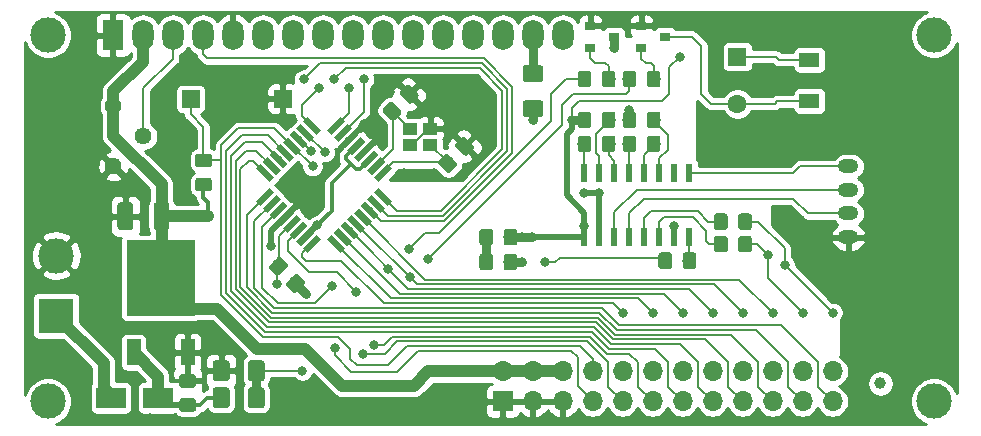
<source format=gbr>
G04 #@! TF.GenerationSoftware,KiCad,Pcbnew,(5.1.0)-1*
G04 #@! TF.CreationDate,2022-04-18T23:31:18-07:00*
G04 #@! TF.ProjectId,1602A_LCD Serial Backpack,31363032-415f-44c4-9344-205365726961,rev?*
G04 #@! TF.SameCoordinates,PX660b0c0PY66ff300*
G04 #@! TF.FileFunction,Copper,L2,Bot*
G04 #@! TF.FilePolarity,Positive*
%FSLAX45Y45*%
G04 Gerber Fmt 4.5, Leading zero omitted, Abs format (unit mm)*
G04 Created by KiCad (PCBNEW (5.1.0)-1) date 2022-04-18 23:31:18*
%MOMM*%
%LPD*%
G04 APERTURE LIST*
%ADD10C,0.100000*%
%ADD11C,1.150000*%
%ADD12O,1.750000X1.200000*%
%ADD13C,3.000000*%
%ADD14O,1.800000X2.600000*%
%ADD15R,1.800000X2.600000*%
%ADD16C,1.425000*%
%ADD17R,3.000000X3.000000*%
%ADD18C,1.325000*%
%ADD19R,1.200000X2.200000*%
%ADD20R,5.800000X6.400000*%
%ADD21R,2.500000X1.800000*%
%ADD22R,0.900000X0.800000*%
%ADD23R,1.600000X1.600000*%
%ADD24C,1.600000*%
%ADD25C,0.550000*%
%ADD26R,1.700000X1.700000*%
%ADD27O,1.700000X1.700000*%
%ADD28C,1.440000*%
%ADD29R,1.150000X1.000000*%
%ADD30R,1.500000X1.500000*%
%ADD31R,1.700000X1.300000*%
%ADD32R,0.600000X1.500000*%
%ADD33C,1.000000*%
%ADD34C,0.800000*%
%ADD35C,0.500000*%
%ADD36C,0.200000*%
%ADD37C,0.800000*%
%ADD38C,0.350000*%
%ADD39C,1.000000*%
%ADD40C,0.254000*%
G04 APERTURE END LIST*
D10*
G36*
X5717950Y1509800D02*
G01*
X5720377Y1509440D01*
X5722757Y1508843D01*
X5725067Y1508017D01*
X5727285Y1506968D01*
X5729389Y1505707D01*
X5731360Y1504245D01*
X5733178Y1502598D01*
X5734825Y1500780D01*
X5736287Y1498809D01*
X5737548Y1496705D01*
X5738597Y1494487D01*
X5739423Y1492177D01*
X5740020Y1489797D01*
X5740380Y1487370D01*
X5740500Y1484920D01*
X5740500Y1394920D01*
X5740380Y1392470D01*
X5740020Y1390043D01*
X5739423Y1387663D01*
X5738597Y1385353D01*
X5737548Y1383135D01*
X5736287Y1381031D01*
X5734825Y1379060D01*
X5733178Y1377242D01*
X5731360Y1375595D01*
X5729389Y1374133D01*
X5727285Y1372872D01*
X5725067Y1371823D01*
X5722757Y1370997D01*
X5720377Y1370400D01*
X5717950Y1370040D01*
X5715500Y1369920D01*
X5650500Y1369920D01*
X5648049Y1370040D01*
X5645623Y1370400D01*
X5643243Y1370997D01*
X5640933Y1371823D01*
X5638715Y1372872D01*
X5636611Y1374133D01*
X5634640Y1375595D01*
X5632822Y1377242D01*
X5631175Y1379060D01*
X5629713Y1381031D01*
X5628452Y1383135D01*
X5627403Y1385353D01*
X5626576Y1387663D01*
X5625980Y1390043D01*
X5625620Y1392470D01*
X5625500Y1394920D01*
X5625500Y1484920D01*
X5625620Y1487370D01*
X5625980Y1489797D01*
X5626576Y1492177D01*
X5627403Y1494487D01*
X5628452Y1496705D01*
X5629713Y1498809D01*
X5631175Y1500780D01*
X5632822Y1502598D01*
X5634640Y1504245D01*
X5636611Y1505707D01*
X5638715Y1506968D01*
X5640933Y1508017D01*
X5643243Y1508843D01*
X5645623Y1509440D01*
X5648049Y1509800D01*
X5650500Y1509920D01*
X5715500Y1509920D01*
X5717950Y1509800D01*
X5717950Y1509800D01*
G37*
D11*
X5683000Y1439920D03*
D10*
G36*
X5512951Y1509800D02*
G01*
X5515377Y1509440D01*
X5517757Y1508843D01*
X5520067Y1508017D01*
X5522285Y1506968D01*
X5524389Y1505707D01*
X5526360Y1504245D01*
X5528178Y1502598D01*
X5529825Y1500780D01*
X5531287Y1498809D01*
X5532548Y1496705D01*
X5533597Y1494487D01*
X5534424Y1492177D01*
X5535020Y1489797D01*
X5535380Y1487370D01*
X5535500Y1484920D01*
X5535500Y1394920D01*
X5535380Y1392470D01*
X5535020Y1390043D01*
X5534424Y1387663D01*
X5533597Y1385353D01*
X5532548Y1383135D01*
X5531287Y1381031D01*
X5529825Y1379060D01*
X5528178Y1377242D01*
X5526360Y1375595D01*
X5524389Y1374133D01*
X5522285Y1372872D01*
X5520067Y1371823D01*
X5517757Y1370997D01*
X5515377Y1370400D01*
X5512951Y1370040D01*
X5510500Y1369920D01*
X5445500Y1369920D01*
X5443050Y1370040D01*
X5440623Y1370400D01*
X5438243Y1370997D01*
X5435933Y1371823D01*
X5433715Y1372872D01*
X5431611Y1374133D01*
X5429640Y1375595D01*
X5427822Y1377242D01*
X5426175Y1379060D01*
X5424713Y1381031D01*
X5423452Y1383135D01*
X5422403Y1385353D01*
X5421577Y1387663D01*
X5420980Y1390043D01*
X5420620Y1392470D01*
X5420500Y1394920D01*
X5420500Y1484920D01*
X5420620Y1487370D01*
X5420980Y1489797D01*
X5421577Y1492177D01*
X5422403Y1494487D01*
X5423452Y1496705D01*
X5424713Y1498809D01*
X5426175Y1500780D01*
X5427822Y1502598D01*
X5429640Y1504245D01*
X5431611Y1505707D01*
X5433715Y1506968D01*
X5435933Y1508017D01*
X5438243Y1508843D01*
X5440623Y1509440D01*
X5443050Y1509800D01*
X5445500Y1509920D01*
X5510500Y1509920D01*
X5512951Y1509800D01*
X5512951Y1509800D01*
G37*
D11*
X5478000Y1439920D03*
D12*
X7027600Y2240200D03*
X7027600Y2040200D03*
X7027600Y1840200D03*
X7027600Y1640200D03*
D10*
G36*
X5209951Y3047780D02*
G01*
X5212377Y3047420D01*
X5214757Y3046823D01*
X5217067Y3045997D01*
X5219285Y3044948D01*
X5221389Y3043687D01*
X5223360Y3042225D01*
X5225178Y3040578D01*
X5226825Y3038760D01*
X5228287Y3036789D01*
X5229548Y3034685D01*
X5230597Y3032467D01*
X5231424Y3030157D01*
X5232020Y3027777D01*
X5232380Y3025350D01*
X5232500Y3022900D01*
X5232500Y2932900D01*
X5232380Y2930449D01*
X5232020Y2928023D01*
X5231424Y2925643D01*
X5230597Y2923333D01*
X5229548Y2921115D01*
X5228287Y2919011D01*
X5226825Y2917040D01*
X5225178Y2915222D01*
X5223360Y2913575D01*
X5221389Y2912113D01*
X5219285Y2910852D01*
X5217067Y2909803D01*
X5214757Y2908976D01*
X5212377Y2908380D01*
X5209951Y2908020D01*
X5207500Y2907900D01*
X5142500Y2907900D01*
X5140050Y2908020D01*
X5137623Y2908380D01*
X5135243Y2908976D01*
X5132933Y2909803D01*
X5130715Y2910852D01*
X5128611Y2912113D01*
X5126640Y2913575D01*
X5124822Y2915222D01*
X5123175Y2917040D01*
X5121713Y2919011D01*
X5120452Y2921115D01*
X5119403Y2923333D01*
X5118577Y2925643D01*
X5117980Y2928023D01*
X5117620Y2930449D01*
X5117500Y2932900D01*
X5117500Y3022900D01*
X5117620Y3025350D01*
X5117980Y3027777D01*
X5118577Y3030157D01*
X5119403Y3032467D01*
X5120452Y3034685D01*
X5121713Y3036789D01*
X5123175Y3038760D01*
X5124822Y3040578D01*
X5126640Y3042225D01*
X5128611Y3043687D01*
X5130715Y3044948D01*
X5132933Y3045997D01*
X5135243Y3046823D01*
X5137623Y3047420D01*
X5140050Y3047780D01*
X5142500Y3047900D01*
X5207500Y3047900D01*
X5209951Y3047780D01*
X5209951Y3047780D01*
G37*
D11*
X5175000Y2977900D03*
D10*
G36*
X5414951Y3047780D02*
G01*
X5417377Y3047420D01*
X5419757Y3046823D01*
X5422067Y3045997D01*
X5424285Y3044948D01*
X5426389Y3043687D01*
X5428360Y3042225D01*
X5430178Y3040578D01*
X5431825Y3038760D01*
X5433287Y3036789D01*
X5434548Y3034685D01*
X5435597Y3032467D01*
X5436424Y3030157D01*
X5437020Y3027777D01*
X5437380Y3025350D01*
X5437500Y3022900D01*
X5437500Y2932900D01*
X5437380Y2930449D01*
X5437020Y2928023D01*
X5436424Y2925643D01*
X5435597Y2923333D01*
X5434548Y2921115D01*
X5433287Y2919011D01*
X5431825Y2917040D01*
X5430178Y2915222D01*
X5428360Y2913575D01*
X5426389Y2912113D01*
X5424285Y2910852D01*
X5422067Y2909803D01*
X5419757Y2908976D01*
X5417377Y2908380D01*
X5414951Y2908020D01*
X5412500Y2907900D01*
X5347500Y2907900D01*
X5345050Y2908020D01*
X5342623Y2908380D01*
X5340243Y2908976D01*
X5337933Y2909803D01*
X5335715Y2910852D01*
X5333611Y2912113D01*
X5331640Y2913575D01*
X5329822Y2915222D01*
X5328175Y2917040D01*
X5326713Y2919011D01*
X5325452Y2921115D01*
X5324403Y2923333D01*
X5323577Y2925643D01*
X5322980Y2928023D01*
X5322620Y2930449D01*
X5322500Y2932900D01*
X5322500Y3022900D01*
X5322620Y3025350D01*
X5322980Y3027777D01*
X5323577Y3030157D01*
X5324403Y3032467D01*
X5325452Y3034685D01*
X5326713Y3036789D01*
X5328175Y3038760D01*
X5329822Y3040578D01*
X5331640Y3042225D01*
X5333611Y3043687D01*
X5335715Y3044948D01*
X5337933Y3045997D01*
X5340243Y3046823D01*
X5342623Y3047420D01*
X5345050Y3047780D01*
X5347500Y3047900D01*
X5412500Y3047900D01*
X5414951Y3047780D01*
X5414951Y3047780D01*
G37*
D11*
X5380000Y2977900D03*
D13*
X7751910Y3349070D03*
X7751858Y249000D03*
X252000Y249000D03*
X252000Y3349070D03*
D14*
X4611910Y3349070D03*
X4357910Y3349070D03*
X4103910Y3349070D03*
X3849910Y3349070D03*
X3595910Y3349070D03*
X3341910Y3349070D03*
X3087910Y3349070D03*
X2833910Y3349070D03*
X2579910Y3349070D03*
X2325910Y3349070D03*
X2071910Y3349070D03*
X1817910Y3349070D03*
X1563910Y3349070D03*
X1309910Y3349070D03*
X1055910Y3349070D03*
D15*
X801910Y3349070D03*
D10*
G36*
X4422860Y3095080D02*
G01*
X4425287Y3094720D01*
X4427667Y3094123D01*
X4429977Y3093297D01*
X4432195Y3092248D01*
X4434299Y3090987D01*
X4436270Y3089525D01*
X4438088Y3087878D01*
X4439735Y3086060D01*
X4441197Y3084089D01*
X4442458Y3081985D01*
X4443507Y3079767D01*
X4444334Y3077457D01*
X4444930Y3075077D01*
X4445290Y3072650D01*
X4445410Y3070200D01*
X4445410Y2977700D01*
X4445290Y2975250D01*
X4444930Y2972823D01*
X4444334Y2970443D01*
X4443507Y2968133D01*
X4442458Y2965915D01*
X4441197Y2963811D01*
X4439735Y2961840D01*
X4438088Y2960022D01*
X4436270Y2958375D01*
X4434299Y2956913D01*
X4432195Y2955652D01*
X4429977Y2954603D01*
X4427667Y2953776D01*
X4425287Y2953180D01*
X4422860Y2952820D01*
X4420410Y2952700D01*
X4295410Y2952700D01*
X4292960Y2952820D01*
X4290533Y2953180D01*
X4288153Y2953776D01*
X4285843Y2954603D01*
X4283625Y2955652D01*
X4281521Y2956913D01*
X4279550Y2958375D01*
X4277732Y2960022D01*
X4276085Y2961840D01*
X4274623Y2963811D01*
X4273362Y2965915D01*
X4272313Y2968133D01*
X4271487Y2970443D01*
X4270890Y2972823D01*
X4270530Y2975250D01*
X4270410Y2977700D01*
X4270410Y3070200D01*
X4270530Y3072650D01*
X4270890Y3075077D01*
X4271487Y3077457D01*
X4272313Y3079767D01*
X4273362Y3081985D01*
X4274623Y3084089D01*
X4276085Y3086060D01*
X4277732Y3087878D01*
X4279550Y3089525D01*
X4281521Y3090987D01*
X4283625Y3092248D01*
X4285843Y3093297D01*
X4288153Y3094123D01*
X4290533Y3094720D01*
X4292960Y3095080D01*
X4295410Y3095200D01*
X4420410Y3095200D01*
X4422860Y3095080D01*
X4422860Y3095080D01*
G37*
D16*
X4357910Y3023950D03*
D10*
G36*
X4422860Y2797580D02*
G01*
X4425287Y2797220D01*
X4427667Y2796623D01*
X4429977Y2795797D01*
X4432195Y2794748D01*
X4434299Y2793487D01*
X4436270Y2792025D01*
X4438088Y2790378D01*
X4439735Y2788560D01*
X4441197Y2786589D01*
X4442458Y2784485D01*
X4443507Y2782267D01*
X4444334Y2779957D01*
X4444930Y2777577D01*
X4445290Y2775150D01*
X4445410Y2772700D01*
X4445410Y2680200D01*
X4445290Y2677750D01*
X4444930Y2675323D01*
X4444334Y2672943D01*
X4443507Y2670633D01*
X4442458Y2668415D01*
X4441197Y2666311D01*
X4439735Y2664340D01*
X4438088Y2662522D01*
X4436270Y2660875D01*
X4434299Y2659413D01*
X4432195Y2658152D01*
X4429977Y2657103D01*
X4427667Y2656277D01*
X4425287Y2655680D01*
X4422860Y2655320D01*
X4420410Y2655200D01*
X4295410Y2655200D01*
X4292960Y2655320D01*
X4290533Y2655680D01*
X4288153Y2656277D01*
X4285843Y2657103D01*
X4283625Y2658152D01*
X4281521Y2659413D01*
X4279550Y2660875D01*
X4277732Y2662522D01*
X4276085Y2664340D01*
X4274623Y2666311D01*
X4273362Y2668415D01*
X4272313Y2670633D01*
X4271487Y2672943D01*
X4270890Y2675323D01*
X4270530Y2677750D01*
X4270410Y2680200D01*
X4270410Y2772700D01*
X4270530Y2775150D01*
X4270890Y2777577D01*
X4271487Y2779957D01*
X4272313Y2782267D01*
X4273362Y2784485D01*
X4274623Y2786589D01*
X4276085Y2788560D01*
X4277732Y2790378D01*
X4279550Y2792025D01*
X4281521Y2793487D01*
X4283625Y2794748D01*
X4285843Y2795797D01*
X4288153Y2796623D01*
X4290533Y2797220D01*
X4292960Y2797580D01*
X4295410Y2797700D01*
X4420410Y2797700D01*
X4422860Y2797580D01*
X4422860Y2797580D01*
G37*
D16*
X4357910Y2726450D03*
D13*
X321000Y1483000D03*
D17*
X321000Y975000D03*
D10*
G36*
X1257651Y1933400D02*
G01*
X1260077Y1933040D01*
X1262457Y1932443D01*
X1264767Y1931617D01*
X1266985Y1930568D01*
X1269089Y1929307D01*
X1271060Y1927845D01*
X1272878Y1926198D01*
X1274525Y1924380D01*
X1275987Y1922409D01*
X1277248Y1920305D01*
X1278297Y1918087D01*
X1279124Y1915777D01*
X1279720Y1913397D01*
X1280080Y1910970D01*
X1280200Y1908520D01*
X1280200Y1723520D01*
X1280080Y1721069D01*
X1279720Y1718643D01*
X1279124Y1716263D01*
X1278297Y1713953D01*
X1277248Y1711735D01*
X1275987Y1709631D01*
X1274525Y1707660D01*
X1272878Y1705842D01*
X1271060Y1704195D01*
X1269089Y1702733D01*
X1266985Y1701472D01*
X1264767Y1700423D01*
X1262457Y1699596D01*
X1260077Y1699000D01*
X1257651Y1698640D01*
X1255200Y1698520D01*
X1172700Y1698520D01*
X1170250Y1698640D01*
X1167823Y1699000D01*
X1165443Y1699596D01*
X1163133Y1700423D01*
X1160915Y1701472D01*
X1158811Y1702733D01*
X1156840Y1704195D01*
X1155022Y1705842D01*
X1153375Y1707660D01*
X1151913Y1709631D01*
X1150652Y1711735D01*
X1149603Y1713953D01*
X1148777Y1716263D01*
X1148180Y1718643D01*
X1147820Y1721069D01*
X1147700Y1723520D01*
X1147700Y1908520D01*
X1147820Y1910970D01*
X1148180Y1913397D01*
X1148777Y1915777D01*
X1149603Y1918087D01*
X1150652Y1920305D01*
X1151913Y1922409D01*
X1153375Y1924380D01*
X1155022Y1926198D01*
X1156840Y1927845D01*
X1158811Y1929307D01*
X1160915Y1930568D01*
X1163133Y1931617D01*
X1165443Y1932443D01*
X1167823Y1933040D01*
X1170250Y1933400D01*
X1172700Y1933520D01*
X1255200Y1933520D01*
X1257651Y1933400D01*
X1257651Y1933400D01*
G37*
D18*
X1213950Y1816020D03*
D10*
G36*
X950150Y1933400D02*
G01*
X952577Y1933040D01*
X954957Y1932443D01*
X957267Y1931617D01*
X959485Y1930568D01*
X961589Y1929307D01*
X963560Y1927845D01*
X965378Y1926198D01*
X967025Y1924380D01*
X968487Y1922409D01*
X969748Y1920305D01*
X970797Y1918087D01*
X971623Y1915777D01*
X972220Y1913397D01*
X972580Y1910970D01*
X972700Y1908520D01*
X972700Y1723520D01*
X972580Y1721069D01*
X972220Y1718643D01*
X971623Y1716263D01*
X970797Y1713953D01*
X969748Y1711735D01*
X968487Y1709631D01*
X967025Y1707660D01*
X965378Y1705842D01*
X963560Y1704195D01*
X961589Y1702733D01*
X959485Y1701472D01*
X957267Y1700423D01*
X954957Y1699596D01*
X952577Y1699000D01*
X950150Y1698640D01*
X947700Y1698520D01*
X865200Y1698520D01*
X862749Y1698640D01*
X860323Y1699000D01*
X857943Y1699596D01*
X855633Y1700423D01*
X853415Y1701472D01*
X851311Y1702733D01*
X849340Y1704195D01*
X847522Y1705842D01*
X845875Y1707660D01*
X844413Y1709631D01*
X843152Y1711735D01*
X842103Y1713953D01*
X841276Y1716263D01*
X840680Y1718643D01*
X840320Y1721069D01*
X840200Y1723520D01*
X840200Y1908520D01*
X840320Y1910970D01*
X840680Y1913397D01*
X841276Y1915777D01*
X842103Y1918087D01*
X843152Y1920305D01*
X844413Y1922409D01*
X845875Y1924380D01*
X847522Y1926198D01*
X849340Y1927845D01*
X851311Y1929307D01*
X853415Y1930568D01*
X855633Y1931617D01*
X857943Y1932443D01*
X860323Y1933040D01*
X862749Y1933400D01*
X865200Y1933520D01*
X947700Y1933520D01*
X950150Y1933400D01*
X950150Y1933400D01*
G37*
D18*
X906450Y1816020D03*
D19*
X1434250Y664500D03*
X978250Y664500D03*
D20*
X1206250Y1294500D03*
D10*
G36*
X4828951Y3047780D02*
G01*
X4831377Y3047420D01*
X4833757Y3046823D01*
X4836067Y3045997D01*
X4838285Y3044948D01*
X4840389Y3043687D01*
X4842360Y3042225D01*
X4844178Y3040578D01*
X4845825Y3038760D01*
X4847287Y3036789D01*
X4848548Y3034685D01*
X4849597Y3032467D01*
X4850424Y3030157D01*
X4851020Y3027777D01*
X4851380Y3025350D01*
X4851500Y3022900D01*
X4851500Y2932900D01*
X4851380Y2930449D01*
X4851020Y2928023D01*
X4850424Y2925643D01*
X4849597Y2923333D01*
X4848548Y2921115D01*
X4847287Y2919011D01*
X4845825Y2917040D01*
X4844178Y2915222D01*
X4842360Y2913575D01*
X4840389Y2912113D01*
X4838285Y2910852D01*
X4836067Y2909803D01*
X4833757Y2908976D01*
X4831377Y2908380D01*
X4828951Y2908020D01*
X4826500Y2907900D01*
X4761500Y2907900D01*
X4759050Y2908020D01*
X4756623Y2908380D01*
X4754243Y2908976D01*
X4751933Y2909803D01*
X4749715Y2910852D01*
X4747611Y2912113D01*
X4745640Y2913575D01*
X4743822Y2915222D01*
X4742175Y2917040D01*
X4740713Y2919011D01*
X4739452Y2921115D01*
X4738403Y2923333D01*
X4737577Y2925643D01*
X4736980Y2928023D01*
X4736620Y2930449D01*
X4736500Y2932900D01*
X4736500Y3022900D01*
X4736620Y3025350D01*
X4736980Y3027777D01*
X4737577Y3030157D01*
X4738403Y3032467D01*
X4739452Y3034685D01*
X4740713Y3036789D01*
X4742175Y3038760D01*
X4743822Y3040578D01*
X4745640Y3042225D01*
X4747611Y3043687D01*
X4749715Y3044948D01*
X4751933Y3045997D01*
X4754243Y3046823D01*
X4756623Y3047420D01*
X4759050Y3047780D01*
X4761500Y3047900D01*
X4826500Y3047900D01*
X4828951Y3047780D01*
X4828951Y3047780D01*
G37*
D11*
X4794000Y2977900D03*
D10*
G36*
X5033951Y3047780D02*
G01*
X5036377Y3047420D01*
X5038757Y3046823D01*
X5041067Y3045997D01*
X5043285Y3044948D01*
X5045389Y3043687D01*
X5047360Y3042225D01*
X5049178Y3040578D01*
X5050825Y3038760D01*
X5052287Y3036789D01*
X5053548Y3034685D01*
X5054597Y3032467D01*
X5055424Y3030157D01*
X5056020Y3027777D01*
X5056380Y3025350D01*
X5056500Y3022900D01*
X5056500Y2932900D01*
X5056380Y2930449D01*
X5056020Y2928023D01*
X5055424Y2925643D01*
X5054597Y2923333D01*
X5053548Y2921115D01*
X5052287Y2919011D01*
X5050825Y2917040D01*
X5049178Y2915222D01*
X5047360Y2913575D01*
X5045389Y2912113D01*
X5043285Y2910852D01*
X5041067Y2909803D01*
X5038757Y2908976D01*
X5036377Y2908380D01*
X5033951Y2908020D01*
X5031500Y2907900D01*
X4966500Y2907900D01*
X4964050Y2908020D01*
X4961623Y2908380D01*
X4959243Y2908976D01*
X4956933Y2909803D01*
X4954715Y2910852D01*
X4952611Y2912113D01*
X4950640Y2913575D01*
X4948822Y2915222D01*
X4947175Y2917040D01*
X4945713Y2919011D01*
X4944452Y2921115D01*
X4943403Y2923333D01*
X4942577Y2925643D01*
X4941980Y2928023D01*
X4941620Y2930449D01*
X4941500Y2932900D01*
X4941500Y3022900D01*
X4941620Y3025350D01*
X4941980Y3027777D01*
X4942577Y3030157D01*
X4943403Y3032467D01*
X4944452Y3034685D01*
X4945713Y3036789D01*
X4947175Y3038760D01*
X4948822Y3040578D01*
X4950640Y3042225D01*
X4952611Y3043687D01*
X4954715Y3044948D01*
X4956933Y3045997D01*
X4959243Y3046823D01*
X4961623Y3047420D01*
X4964050Y3047780D01*
X4966500Y3047900D01*
X5031500Y3047900D01*
X5033951Y3047780D01*
X5033951Y3047780D01*
G37*
D11*
X4999000Y2977900D03*
D10*
G36*
X2213131Y1472879D02*
G01*
X2215558Y1472519D01*
X2217938Y1471923D01*
X2220247Y1471096D01*
X2222465Y1470047D01*
X2224570Y1468786D01*
X2226540Y1467324D01*
X2228358Y1465677D01*
X2274320Y1419715D01*
X2275968Y1417897D01*
X2277429Y1415926D01*
X2278690Y1413822D01*
X2279739Y1411604D01*
X2280566Y1409294D01*
X2281162Y1406914D01*
X2281522Y1404488D01*
X2281642Y1402037D01*
X2281522Y1399587D01*
X2281162Y1397160D01*
X2280566Y1394780D01*
X2279739Y1392470D01*
X2278690Y1390252D01*
X2277429Y1388148D01*
X2275968Y1386177D01*
X2274320Y1384360D01*
X2210680Y1320720D01*
X2208863Y1319072D01*
X2206892Y1317611D01*
X2204788Y1316350D01*
X2202570Y1315301D01*
X2200260Y1314474D01*
X2197880Y1313878D01*
X2195453Y1313518D01*
X2193003Y1313398D01*
X2190552Y1313518D01*
X2188126Y1313878D01*
X2185746Y1314474D01*
X2183436Y1315301D01*
X2181218Y1316350D01*
X2179114Y1317611D01*
X2177143Y1319072D01*
X2175325Y1320720D01*
X2129363Y1366682D01*
X2127716Y1368500D01*
X2126254Y1370470D01*
X2124993Y1372575D01*
X2123944Y1374793D01*
X2123117Y1377103D01*
X2122521Y1379482D01*
X2122161Y1381909D01*
X2122041Y1384360D01*
X2122161Y1386810D01*
X2122521Y1389237D01*
X2123117Y1391617D01*
X2123944Y1393927D01*
X2124993Y1396145D01*
X2126254Y1398249D01*
X2127716Y1400219D01*
X2129363Y1402037D01*
X2193003Y1465677D01*
X2194821Y1467324D01*
X2196791Y1468786D01*
X2198896Y1470047D01*
X2201113Y1471096D01*
X2203423Y1471923D01*
X2205803Y1472519D01*
X2208230Y1472879D01*
X2210680Y1472999D01*
X2213131Y1472879D01*
X2213131Y1472879D01*
G37*
D11*
X2201842Y1393198D03*
D10*
G36*
X2358088Y1327922D02*
G01*
X2360514Y1327562D01*
X2362894Y1326966D01*
X2365204Y1326139D01*
X2367422Y1325090D01*
X2369526Y1323829D01*
X2371497Y1322368D01*
X2373315Y1320720D01*
X2419277Y1274758D01*
X2420925Y1272940D01*
X2422386Y1270970D01*
X2423647Y1268865D01*
X2424696Y1266647D01*
X2425523Y1264338D01*
X2426119Y1261958D01*
X2426479Y1259531D01*
X2426599Y1257080D01*
X2426479Y1254630D01*
X2426119Y1252203D01*
X2425523Y1249823D01*
X2424696Y1247513D01*
X2423647Y1245296D01*
X2422386Y1243191D01*
X2420925Y1241221D01*
X2419277Y1239403D01*
X2355637Y1175763D01*
X2353819Y1174116D01*
X2351849Y1172654D01*
X2349745Y1171393D01*
X2347527Y1170344D01*
X2345217Y1169517D01*
X2342837Y1168921D01*
X2340410Y1168561D01*
X2337960Y1168441D01*
X2335509Y1168561D01*
X2333082Y1168921D01*
X2330703Y1169517D01*
X2328393Y1170344D01*
X2326175Y1171393D01*
X2324070Y1172654D01*
X2322100Y1174116D01*
X2320282Y1175763D01*
X2274320Y1221725D01*
X2272672Y1223543D01*
X2271211Y1225514D01*
X2269950Y1227618D01*
X2268901Y1229836D01*
X2268074Y1232146D01*
X2267478Y1234526D01*
X2267118Y1236952D01*
X2266998Y1239403D01*
X2267118Y1241853D01*
X2267478Y1244280D01*
X2268074Y1246660D01*
X2268901Y1248970D01*
X2269950Y1251188D01*
X2271211Y1253292D01*
X2272672Y1255263D01*
X2274320Y1257080D01*
X2337960Y1320720D01*
X2339777Y1322368D01*
X2341748Y1323829D01*
X2343852Y1325090D01*
X2346070Y1326139D01*
X2348380Y1326966D01*
X2350760Y1327562D01*
X2353187Y1327922D01*
X2355637Y1328042D01*
X2358088Y1327922D01*
X2358088Y1327922D01*
G37*
D11*
X2346798Y1248242D03*
D10*
G36*
X1481700Y479840D02*
G01*
X1484127Y479480D01*
X1486507Y478883D01*
X1488817Y478057D01*
X1491035Y477008D01*
X1493139Y475747D01*
X1495110Y474285D01*
X1496928Y472638D01*
X1498575Y470820D01*
X1500037Y468849D01*
X1501298Y466745D01*
X1502347Y464527D01*
X1503173Y462217D01*
X1503770Y459837D01*
X1504130Y457410D01*
X1504250Y454960D01*
X1504250Y389960D01*
X1504130Y387509D01*
X1503770Y385083D01*
X1503173Y382703D01*
X1502347Y380393D01*
X1501298Y378175D01*
X1500037Y376071D01*
X1498575Y374100D01*
X1496928Y372282D01*
X1495110Y370635D01*
X1493139Y369173D01*
X1491035Y367912D01*
X1488817Y366863D01*
X1486507Y366036D01*
X1484127Y365440D01*
X1481700Y365080D01*
X1479250Y364960D01*
X1389250Y364960D01*
X1386800Y365080D01*
X1384373Y365440D01*
X1381993Y366036D01*
X1379683Y366863D01*
X1377465Y367912D01*
X1375361Y369173D01*
X1373390Y370635D01*
X1371572Y372282D01*
X1369925Y374100D01*
X1368463Y376071D01*
X1367202Y378175D01*
X1366153Y380393D01*
X1365327Y382703D01*
X1364730Y385083D01*
X1364370Y387509D01*
X1364250Y389960D01*
X1364250Y454960D01*
X1364370Y457410D01*
X1364730Y459837D01*
X1365327Y462217D01*
X1366153Y464527D01*
X1367202Y466745D01*
X1368463Y468849D01*
X1369925Y470820D01*
X1371572Y472638D01*
X1373390Y474285D01*
X1375361Y475747D01*
X1377465Y477008D01*
X1379683Y478057D01*
X1381993Y478883D01*
X1384373Y479480D01*
X1386800Y479840D01*
X1389250Y479960D01*
X1479250Y479960D01*
X1481700Y479840D01*
X1481700Y479840D01*
G37*
D11*
X1434250Y422460D03*
D10*
G36*
X1481700Y274840D02*
G01*
X1484127Y274480D01*
X1486507Y273884D01*
X1488817Y273057D01*
X1491035Y272008D01*
X1493139Y270747D01*
X1495110Y269285D01*
X1496928Y267638D01*
X1498575Y265820D01*
X1500037Y263849D01*
X1501298Y261745D01*
X1502347Y259527D01*
X1503173Y257217D01*
X1503770Y254837D01*
X1504130Y252410D01*
X1504250Y249960D01*
X1504250Y184960D01*
X1504130Y182509D01*
X1503770Y180083D01*
X1503173Y177703D01*
X1502347Y175393D01*
X1501298Y173175D01*
X1500037Y171071D01*
X1498575Y169100D01*
X1496928Y167282D01*
X1495110Y165635D01*
X1493139Y164173D01*
X1491035Y162912D01*
X1488817Y161863D01*
X1486507Y161037D01*
X1484127Y160440D01*
X1481700Y160080D01*
X1479250Y159960D01*
X1389250Y159960D01*
X1386800Y160080D01*
X1384373Y160440D01*
X1381993Y161037D01*
X1379683Y161863D01*
X1377465Y162912D01*
X1375361Y164173D01*
X1373390Y165635D01*
X1371572Y167282D01*
X1369925Y169100D01*
X1368463Y171071D01*
X1367202Y173175D01*
X1366153Y175393D01*
X1365327Y177703D01*
X1364730Y180083D01*
X1364370Y182509D01*
X1364250Y184960D01*
X1364250Y249960D01*
X1364370Y252410D01*
X1364730Y254837D01*
X1365327Y257217D01*
X1366153Y259527D01*
X1367202Y261745D01*
X1368463Y263849D01*
X1369925Y265820D01*
X1371572Y267638D01*
X1373390Y269285D01*
X1375361Y270747D01*
X1377465Y272008D01*
X1379683Y273057D01*
X1381993Y273884D01*
X1384373Y274480D01*
X1386800Y274840D01*
X1389250Y274960D01*
X1479250Y274960D01*
X1481700Y274840D01*
X1481700Y274840D01*
G37*
D11*
X1434250Y217460D03*
D10*
G36*
X3303070Y2928299D02*
G01*
X3305497Y2927939D01*
X3307877Y2927343D01*
X3310187Y2926516D01*
X3312404Y2925467D01*
X3314509Y2924206D01*
X3316479Y2922744D01*
X3318297Y2921097D01*
X3381937Y2857457D01*
X3383584Y2855639D01*
X3385046Y2853669D01*
X3386307Y2851564D01*
X3387356Y2849347D01*
X3388183Y2847037D01*
X3388779Y2844657D01*
X3389139Y2842230D01*
X3389259Y2839780D01*
X3389139Y2837329D01*
X3388779Y2834902D01*
X3388183Y2832522D01*
X3387356Y2830213D01*
X3386307Y2827995D01*
X3385046Y2825890D01*
X3383584Y2823920D01*
X3381937Y2822102D01*
X3335975Y2776140D01*
X3334157Y2774492D01*
X3332186Y2773031D01*
X3330082Y2771770D01*
X3327864Y2770721D01*
X3325554Y2769894D01*
X3323174Y2769298D01*
X3320748Y2768938D01*
X3318297Y2768818D01*
X3315847Y2768938D01*
X3313420Y2769298D01*
X3311040Y2769894D01*
X3308730Y2770721D01*
X3306512Y2771770D01*
X3304408Y2773031D01*
X3302437Y2774492D01*
X3300620Y2776140D01*
X3236980Y2839780D01*
X3235332Y2841597D01*
X3233871Y2843568D01*
X3232610Y2845672D01*
X3231561Y2847890D01*
X3230734Y2850200D01*
X3230138Y2852580D01*
X3229778Y2855007D01*
X3229658Y2857457D01*
X3229778Y2859908D01*
X3230138Y2862334D01*
X3230734Y2864714D01*
X3231561Y2867024D01*
X3232610Y2869242D01*
X3233871Y2871346D01*
X3235332Y2873317D01*
X3236980Y2875135D01*
X3282942Y2921097D01*
X3284760Y2922744D01*
X3286730Y2924206D01*
X3288835Y2925467D01*
X3291053Y2926516D01*
X3293362Y2927343D01*
X3295742Y2927939D01*
X3298169Y2928299D01*
X3300620Y2928419D01*
X3303070Y2928299D01*
X3303070Y2928299D01*
G37*
D11*
X3309458Y2848618D03*
D10*
G36*
X3158113Y2783342D02*
G01*
X3160540Y2782982D01*
X3162920Y2782386D01*
X3165230Y2781559D01*
X3167448Y2780510D01*
X3169552Y2779249D01*
X3171523Y2777788D01*
X3173340Y2776140D01*
X3236980Y2712500D01*
X3238628Y2710683D01*
X3240089Y2708712D01*
X3241350Y2706608D01*
X3242399Y2704390D01*
X3243226Y2702080D01*
X3243822Y2699700D01*
X3244182Y2697273D01*
X3244302Y2694823D01*
X3244182Y2692372D01*
X3243822Y2689946D01*
X3243226Y2687566D01*
X3242399Y2685256D01*
X3241350Y2683038D01*
X3240089Y2680934D01*
X3238628Y2678963D01*
X3236980Y2677145D01*
X3191018Y2631183D01*
X3189200Y2629536D01*
X3187230Y2628074D01*
X3185125Y2626813D01*
X3182907Y2625764D01*
X3180597Y2624937D01*
X3178218Y2624341D01*
X3175791Y2623981D01*
X3173340Y2623861D01*
X3170890Y2623981D01*
X3168463Y2624341D01*
X3166083Y2624937D01*
X3163773Y2625764D01*
X3161555Y2626813D01*
X3159451Y2628074D01*
X3157481Y2629536D01*
X3155663Y2631183D01*
X3092023Y2694823D01*
X3090375Y2696641D01*
X3088914Y2698611D01*
X3087653Y2700716D01*
X3086604Y2702933D01*
X3085777Y2705243D01*
X3085181Y2707623D01*
X3084821Y2710050D01*
X3084701Y2712500D01*
X3084821Y2714951D01*
X3085181Y2717378D01*
X3085777Y2719758D01*
X3086604Y2722067D01*
X3087653Y2724285D01*
X3088914Y2726390D01*
X3090375Y2728360D01*
X3092023Y2730178D01*
X3137985Y2776140D01*
X3139803Y2777788D01*
X3141774Y2779249D01*
X3143878Y2780510D01*
X3146096Y2781559D01*
X3148406Y2782386D01*
X3150786Y2782982D01*
X3153212Y2783342D01*
X3155663Y2783462D01*
X3158113Y2783342D01*
X3158113Y2783342D01*
G37*
D11*
X3164502Y2703662D03*
D10*
G36*
X3772970Y2488879D02*
G01*
X3775397Y2488519D01*
X3777777Y2487923D01*
X3780087Y2487096D01*
X3782304Y2486047D01*
X3784409Y2484786D01*
X3786379Y2483325D01*
X3788197Y2481677D01*
X3851837Y2418037D01*
X3853484Y2416219D01*
X3854946Y2414249D01*
X3856207Y2412145D01*
X3857256Y2409927D01*
X3858083Y2407617D01*
X3858679Y2405237D01*
X3859039Y2402810D01*
X3859159Y2400360D01*
X3859039Y2397909D01*
X3858679Y2395482D01*
X3858083Y2393103D01*
X3857256Y2390793D01*
X3856207Y2388575D01*
X3854946Y2386470D01*
X3853484Y2384500D01*
X3851837Y2382682D01*
X3805875Y2336720D01*
X3804057Y2335072D01*
X3802086Y2333611D01*
X3799982Y2332350D01*
X3797764Y2331301D01*
X3795454Y2330474D01*
X3793074Y2329878D01*
X3790648Y2329518D01*
X3788197Y2329398D01*
X3785747Y2329518D01*
X3783320Y2329878D01*
X3780940Y2330474D01*
X3778630Y2331301D01*
X3776412Y2332350D01*
X3774308Y2333611D01*
X3772337Y2335072D01*
X3770520Y2336720D01*
X3706880Y2400360D01*
X3705232Y2402177D01*
X3703771Y2404148D01*
X3702510Y2406252D01*
X3701461Y2408470D01*
X3700634Y2410780D01*
X3700038Y2413160D01*
X3699678Y2415587D01*
X3699558Y2418037D01*
X3699678Y2420488D01*
X3700038Y2422914D01*
X3700634Y2425294D01*
X3701461Y2427604D01*
X3702510Y2429822D01*
X3703771Y2431926D01*
X3705232Y2433897D01*
X3706880Y2435715D01*
X3752842Y2481677D01*
X3754660Y2483325D01*
X3756630Y2484786D01*
X3758735Y2486047D01*
X3760953Y2487096D01*
X3763262Y2487923D01*
X3765642Y2488519D01*
X3768069Y2488879D01*
X3770520Y2488999D01*
X3772970Y2488879D01*
X3772970Y2488879D01*
G37*
D11*
X3779358Y2409198D03*
D10*
G36*
X3628013Y2343922D02*
G01*
X3630440Y2343562D01*
X3632820Y2342966D01*
X3635130Y2342139D01*
X3637348Y2341090D01*
X3639452Y2339829D01*
X3641423Y2338368D01*
X3643240Y2336720D01*
X3706880Y2273080D01*
X3708528Y2271263D01*
X3709989Y2269292D01*
X3711250Y2267188D01*
X3712299Y2264970D01*
X3713126Y2262660D01*
X3713722Y2260280D01*
X3714082Y2257853D01*
X3714202Y2255403D01*
X3714082Y2252952D01*
X3713722Y2250526D01*
X3713126Y2248146D01*
X3712299Y2245836D01*
X3711250Y2243618D01*
X3709989Y2241514D01*
X3708528Y2239543D01*
X3706880Y2237725D01*
X3660918Y2191763D01*
X3659100Y2190116D01*
X3657130Y2188654D01*
X3655025Y2187393D01*
X3652807Y2186344D01*
X3650497Y2185517D01*
X3648118Y2184921D01*
X3645691Y2184561D01*
X3643240Y2184441D01*
X3640790Y2184561D01*
X3638363Y2184921D01*
X3635983Y2185517D01*
X3633673Y2186344D01*
X3631455Y2187393D01*
X3629351Y2188654D01*
X3627381Y2190116D01*
X3625563Y2191763D01*
X3561923Y2255403D01*
X3560275Y2257221D01*
X3558814Y2259191D01*
X3557553Y2261296D01*
X3556504Y2263513D01*
X3555677Y2265823D01*
X3555081Y2268203D01*
X3554721Y2270630D01*
X3554601Y2273080D01*
X3554721Y2275531D01*
X3555081Y2277958D01*
X3555677Y2280338D01*
X3556504Y2282647D01*
X3557553Y2284865D01*
X3558814Y2286970D01*
X3560275Y2288940D01*
X3561923Y2290758D01*
X3607885Y2336720D01*
X3609703Y2338368D01*
X3611674Y2339829D01*
X3613778Y2341090D01*
X3615996Y2342139D01*
X3618306Y2342966D01*
X3620686Y2343562D01*
X3623112Y2343922D01*
X3625563Y2344042D01*
X3628013Y2343922D01*
X3628013Y2343922D01*
G37*
D11*
X3634402Y2264242D03*
D21*
X1184000Y278812D03*
X784000Y278812D03*
D22*
X4843860Y3239940D03*
X4843860Y3429940D03*
X5043860Y3334940D03*
X5475660Y3334940D03*
X5275660Y3429940D03*
X5275660Y3239940D03*
D10*
G36*
X1615650Y2346130D02*
G01*
X1618077Y2345770D01*
X1620457Y2345174D01*
X1622767Y2344347D01*
X1624985Y2343298D01*
X1627089Y2342037D01*
X1629060Y2340575D01*
X1630878Y2338928D01*
X1632525Y2337110D01*
X1633987Y2335139D01*
X1635248Y2333035D01*
X1636297Y2330817D01*
X1637123Y2328507D01*
X1637720Y2326127D01*
X1638080Y2323701D01*
X1638200Y2321250D01*
X1638200Y2256250D01*
X1638080Y2253800D01*
X1637720Y2251373D01*
X1637123Y2248993D01*
X1636297Y2246683D01*
X1635248Y2244465D01*
X1633987Y2242361D01*
X1632525Y2240390D01*
X1630878Y2238572D01*
X1629060Y2236925D01*
X1627089Y2235463D01*
X1624985Y2234202D01*
X1622767Y2233153D01*
X1620457Y2232327D01*
X1618077Y2231730D01*
X1615650Y2231370D01*
X1613200Y2231250D01*
X1523200Y2231250D01*
X1520749Y2231370D01*
X1518323Y2231730D01*
X1515943Y2232327D01*
X1513633Y2233153D01*
X1511415Y2234202D01*
X1509311Y2235463D01*
X1507340Y2236925D01*
X1505522Y2238572D01*
X1503875Y2240390D01*
X1502413Y2242361D01*
X1501152Y2244465D01*
X1500103Y2246683D01*
X1499276Y2248993D01*
X1498680Y2251373D01*
X1498320Y2253800D01*
X1498200Y2256250D01*
X1498200Y2321250D01*
X1498320Y2323701D01*
X1498680Y2326127D01*
X1499276Y2328507D01*
X1500103Y2330817D01*
X1501152Y2333035D01*
X1502413Y2335139D01*
X1503875Y2337110D01*
X1505522Y2338928D01*
X1507340Y2340575D01*
X1509311Y2342037D01*
X1511415Y2343298D01*
X1513633Y2344347D01*
X1515943Y2345174D01*
X1518323Y2345770D01*
X1520749Y2346130D01*
X1523200Y2346250D01*
X1613200Y2346250D01*
X1615650Y2346130D01*
X1615650Y2346130D01*
G37*
D11*
X1568200Y2288750D03*
D10*
G36*
X1615650Y2141130D02*
G01*
X1618077Y2140770D01*
X1620457Y2140174D01*
X1622767Y2139347D01*
X1624985Y2138298D01*
X1627089Y2137037D01*
X1629060Y2135575D01*
X1630878Y2133928D01*
X1632525Y2132110D01*
X1633987Y2130139D01*
X1635248Y2128035D01*
X1636297Y2125817D01*
X1637123Y2123507D01*
X1637720Y2121127D01*
X1638080Y2118701D01*
X1638200Y2116250D01*
X1638200Y2051250D01*
X1638080Y2048799D01*
X1637720Y2046373D01*
X1637123Y2043993D01*
X1636297Y2041683D01*
X1635248Y2039465D01*
X1633987Y2037361D01*
X1632525Y2035390D01*
X1630878Y2033572D01*
X1629060Y2031925D01*
X1627089Y2030463D01*
X1624985Y2029202D01*
X1622767Y2028153D01*
X1620457Y2027326D01*
X1618077Y2026730D01*
X1615650Y2026370D01*
X1613200Y2026250D01*
X1523200Y2026250D01*
X1520749Y2026370D01*
X1518323Y2026730D01*
X1515943Y2027326D01*
X1513633Y2028153D01*
X1511415Y2029202D01*
X1509311Y2030463D01*
X1507340Y2031925D01*
X1505522Y2033572D01*
X1503875Y2035390D01*
X1502413Y2037361D01*
X1501152Y2039465D01*
X1500103Y2041683D01*
X1499276Y2043993D01*
X1498680Y2046373D01*
X1498320Y2048799D01*
X1498200Y2051250D01*
X1498200Y2116250D01*
X1498320Y2118701D01*
X1498680Y2121127D01*
X1499276Y2123507D01*
X1500103Y2125817D01*
X1501152Y2128035D01*
X1502413Y2130139D01*
X1503875Y2132110D01*
X1505522Y2133928D01*
X1507340Y2135575D01*
X1509311Y2137037D01*
X1511415Y2138298D01*
X1513633Y2139347D01*
X1515943Y2140174D01*
X1518323Y2140770D01*
X1520749Y2141130D01*
X1523200Y2141250D01*
X1613200Y2141250D01*
X1615650Y2141130D01*
X1615650Y2141130D01*
G37*
D11*
X1568200Y2083750D03*
D23*
X6089400Y3167300D03*
D24*
X6089400Y2767300D03*
D25*
X2691811Y2581230D03*
D10*
G36*
X2728934Y2657244D02*
G01*
X2767825Y2618353D01*
X2654687Y2505216D01*
X2615797Y2544107D01*
X2728934Y2657244D01*
X2728934Y2657244D01*
G37*
D25*
X2748379Y2524662D03*
D10*
G36*
X2785502Y2600676D02*
G01*
X2824393Y2561785D01*
X2711256Y2448648D01*
X2672365Y2487539D01*
X2785502Y2600676D01*
X2785502Y2600676D01*
G37*
D25*
X2804948Y2468093D03*
D10*
G36*
X2842071Y2544107D02*
G01*
X2880962Y2505216D01*
X2767825Y2392079D01*
X2728934Y2430970D01*
X2842071Y2544107D01*
X2842071Y2544107D01*
G37*
D25*
X2861516Y2411525D03*
D10*
G36*
X2898639Y2487539D02*
G01*
X2937530Y2448648D01*
X2824393Y2335511D01*
X2785502Y2374402D01*
X2898639Y2487539D01*
X2898639Y2487539D01*
G37*
D25*
X2918085Y2354956D03*
D10*
G36*
X2955208Y2430970D02*
G01*
X2994099Y2392079D01*
X2880962Y2278942D01*
X2842071Y2317833D01*
X2955208Y2430970D01*
X2955208Y2430970D01*
G37*
D25*
X2974653Y2298388D03*
D10*
G36*
X3011776Y2374402D02*
G01*
X3050667Y2335511D01*
X2937530Y2222374D01*
X2898639Y2261265D01*
X3011776Y2374402D01*
X3011776Y2374402D01*
G37*
D25*
X3031222Y2241819D03*
D10*
G36*
X3068345Y2317833D02*
G01*
X3107236Y2278942D01*
X2994099Y2165805D01*
X2955208Y2204696D01*
X3068345Y2317833D01*
X3068345Y2317833D01*
G37*
D25*
X3087790Y2185251D03*
D10*
G36*
X3124913Y2261265D02*
G01*
X3163804Y2222374D01*
X3050667Y2109237D01*
X3011776Y2148127D01*
X3124913Y2261265D01*
X3124913Y2261265D01*
G37*
D25*
X3087790Y1980189D03*
D10*
G36*
X3163804Y1943066D02*
G01*
X3124913Y1904175D01*
X3011776Y2017313D01*
X3050667Y2056203D01*
X3163804Y1943066D01*
X3163804Y1943066D01*
G37*
D25*
X3031222Y1923621D03*
D10*
G36*
X3107236Y1886498D02*
G01*
X3068345Y1847607D01*
X2955208Y1960744D01*
X2994099Y1999635D01*
X3107236Y1886498D01*
X3107236Y1886498D01*
G37*
D25*
X2974653Y1867052D03*
D10*
G36*
X3050667Y1829929D02*
G01*
X3011776Y1791038D01*
X2898639Y1904175D01*
X2937530Y1943066D01*
X3050667Y1829929D01*
X3050667Y1829929D01*
G37*
D25*
X2918085Y1810484D03*
D10*
G36*
X2994099Y1773361D02*
G01*
X2955208Y1734470D01*
X2842071Y1847607D01*
X2880962Y1886498D01*
X2994099Y1773361D01*
X2994099Y1773361D01*
G37*
D25*
X2861516Y1753915D03*
D10*
G36*
X2937530Y1716792D02*
G01*
X2898639Y1677901D01*
X2785502Y1791038D01*
X2824393Y1829929D01*
X2937530Y1716792D01*
X2937530Y1716792D01*
G37*
D25*
X2804948Y1697347D03*
D10*
G36*
X2880962Y1660224D02*
G01*
X2842071Y1621333D01*
X2728934Y1734470D01*
X2767825Y1773361D01*
X2880962Y1660224D01*
X2880962Y1660224D01*
G37*
D25*
X2748379Y1640778D03*
D10*
G36*
X2824393Y1603655D02*
G01*
X2785502Y1564764D01*
X2672365Y1677901D01*
X2711256Y1716792D01*
X2824393Y1603655D01*
X2824393Y1603655D01*
G37*
D25*
X2691811Y1584210D03*
D10*
G36*
X2767825Y1547087D02*
G01*
X2728934Y1508196D01*
X2615797Y1621333D01*
X2654687Y1660224D01*
X2767825Y1547087D01*
X2767825Y1547087D01*
G37*
D25*
X2486750Y1584210D03*
D10*
G36*
X2523873Y1660224D02*
G01*
X2562764Y1621333D01*
X2449626Y1508196D01*
X2410736Y1547087D01*
X2523873Y1660224D01*
X2523873Y1660224D01*
G37*
D25*
X2430181Y1640778D03*
D10*
G36*
X2467304Y1716792D02*
G01*
X2506195Y1677901D01*
X2393058Y1564764D01*
X2354167Y1603655D01*
X2467304Y1716792D01*
X2467304Y1716792D01*
G37*
D25*
X2373612Y1697347D03*
D10*
G36*
X2410736Y1773361D02*
G01*
X2449626Y1734470D01*
X2336489Y1621333D01*
X2297598Y1660224D01*
X2410736Y1773361D01*
X2410736Y1773361D01*
G37*
D25*
X2317044Y1753915D03*
D10*
G36*
X2354167Y1829929D02*
G01*
X2393058Y1791038D01*
X2279921Y1677901D01*
X2241030Y1716792D01*
X2354167Y1829929D01*
X2354167Y1829929D01*
G37*
D25*
X2260475Y1810484D03*
D10*
G36*
X2297598Y1886498D02*
G01*
X2336489Y1847607D01*
X2223352Y1734470D01*
X2184461Y1773361D01*
X2297598Y1886498D01*
X2297598Y1886498D01*
G37*
D25*
X2203907Y1867052D03*
D10*
G36*
X2241030Y1943066D02*
G01*
X2279921Y1904175D01*
X2166784Y1791038D01*
X2127893Y1829929D01*
X2241030Y1943066D01*
X2241030Y1943066D01*
G37*
D25*
X2147338Y1923621D03*
D10*
G36*
X2184461Y1999635D02*
G01*
X2223352Y1960744D01*
X2110215Y1847607D01*
X2071324Y1886498D01*
X2184461Y1999635D01*
X2184461Y1999635D01*
G37*
D25*
X2090770Y1980189D03*
D10*
G36*
X2127893Y2056203D02*
G01*
X2166784Y2017313D01*
X2053647Y1904175D01*
X2014756Y1943066D01*
X2127893Y2056203D01*
X2127893Y2056203D01*
G37*
D25*
X2090770Y2185251D03*
D10*
G36*
X2166784Y2148127D02*
G01*
X2127893Y2109237D01*
X2014756Y2222374D01*
X2053647Y2261265D01*
X2166784Y2148127D01*
X2166784Y2148127D01*
G37*
D25*
X2147338Y2241819D03*
D10*
G36*
X2223352Y2204696D02*
G01*
X2184461Y2165805D01*
X2071324Y2278942D01*
X2110215Y2317833D01*
X2223352Y2204696D01*
X2223352Y2204696D01*
G37*
D25*
X2203907Y2298388D03*
D10*
G36*
X2279921Y2261265D02*
G01*
X2241030Y2222374D01*
X2127893Y2335511D01*
X2166784Y2374402D01*
X2279921Y2261265D01*
X2279921Y2261265D01*
G37*
D25*
X2260475Y2354956D03*
D10*
G36*
X2336489Y2317833D02*
G01*
X2297598Y2278942D01*
X2184461Y2392079D01*
X2223352Y2430970D01*
X2336489Y2317833D01*
X2336489Y2317833D01*
G37*
D25*
X2317044Y2411525D03*
D10*
G36*
X2393058Y2374402D02*
G01*
X2354167Y2335511D01*
X2241030Y2448648D01*
X2279921Y2487539D01*
X2393058Y2374402D01*
X2393058Y2374402D01*
G37*
D25*
X2373612Y2468093D03*
D10*
G36*
X2449626Y2430970D02*
G01*
X2410736Y2392079D01*
X2297598Y2505216D01*
X2336489Y2544107D01*
X2449626Y2430970D01*
X2449626Y2430970D01*
G37*
D25*
X2430181Y2524662D03*
D10*
G36*
X2506195Y2487539D02*
G01*
X2467304Y2448648D01*
X2354167Y2561785D01*
X2393058Y2600676D01*
X2506195Y2487539D01*
X2506195Y2487539D01*
G37*
D25*
X2486750Y2581230D03*
D10*
G36*
X2562764Y2544107D02*
G01*
X2523873Y2505216D01*
X2410736Y2618353D01*
X2449626Y2657244D01*
X2562764Y2544107D01*
X2562764Y2544107D01*
G37*
D26*
X4100000Y249000D03*
D27*
X4100000Y503000D03*
X4354000Y249000D03*
X4354000Y503000D03*
X4608000Y249000D03*
X4608000Y503000D03*
X4862000Y249000D03*
X4862000Y503000D03*
X5116000Y249000D03*
X5116000Y503000D03*
X5370000Y249000D03*
X5370000Y503000D03*
X5624000Y249000D03*
X5624000Y503000D03*
X5878000Y249000D03*
X5878000Y503000D03*
X6132000Y249000D03*
X6132000Y503000D03*
X6386000Y249000D03*
X6386000Y503000D03*
X6640000Y249000D03*
X6640000Y503000D03*
X6894000Y249000D03*
X6894000Y503000D03*
D28*
X806200Y2240200D03*
X1060200Y2494200D03*
X806200Y2748200D03*
D29*
X3314580Y2556580D03*
X3489580Y2556580D03*
X3489580Y2416580D03*
X3314580Y2416580D03*
D10*
G36*
X2064100Y366700D02*
G01*
X2066527Y366340D01*
X2068907Y365743D01*
X2071217Y364917D01*
X2073435Y363868D01*
X2075539Y362607D01*
X2077510Y361145D01*
X2079328Y359498D01*
X2080975Y357680D01*
X2082437Y355709D01*
X2083698Y353605D01*
X2084747Y351387D01*
X2085573Y349077D01*
X2086170Y346697D01*
X2086530Y344270D01*
X2086650Y341820D01*
X2086650Y216820D01*
X2086530Y214370D01*
X2086170Y211943D01*
X2085573Y209563D01*
X2084747Y207253D01*
X2083698Y205035D01*
X2082437Y202931D01*
X2080975Y200960D01*
X2079328Y199142D01*
X2077510Y197495D01*
X2075539Y196033D01*
X2073435Y194772D01*
X2071217Y193723D01*
X2068907Y192896D01*
X2066527Y192300D01*
X2064100Y191940D01*
X2061650Y191820D01*
X1969150Y191820D01*
X1966700Y191940D01*
X1964273Y192300D01*
X1961893Y192896D01*
X1959583Y193723D01*
X1957365Y194772D01*
X1955261Y196033D01*
X1953290Y197495D01*
X1951472Y199142D01*
X1949825Y200960D01*
X1948363Y202931D01*
X1947102Y205035D01*
X1946053Y207253D01*
X1945226Y209563D01*
X1944630Y211943D01*
X1944270Y214370D01*
X1944150Y216820D01*
X1944150Y341820D01*
X1944270Y344270D01*
X1944630Y346697D01*
X1945226Y349077D01*
X1946053Y351387D01*
X1947102Y353605D01*
X1948363Y355709D01*
X1949825Y357680D01*
X1951472Y359498D01*
X1953290Y361145D01*
X1955261Y362607D01*
X1957365Y363868D01*
X1959583Y364917D01*
X1961893Y365743D01*
X1964273Y366340D01*
X1966700Y366700D01*
X1969150Y366820D01*
X2061650Y366820D01*
X2064100Y366700D01*
X2064100Y366700D01*
G37*
D16*
X2015400Y279320D03*
D10*
G36*
X1766600Y366700D02*
G01*
X1769027Y366340D01*
X1771407Y365743D01*
X1773717Y364917D01*
X1775935Y363868D01*
X1778039Y362607D01*
X1780010Y361145D01*
X1781828Y359498D01*
X1783475Y357680D01*
X1784937Y355709D01*
X1786198Y353605D01*
X1787247Y351387D01*
X1788073Y349077D01*
X1788670Y346697D01*
X1789030Y344270D01*
X1789150Y341820D01*
X1789150Y216820D01*
X1789030Y214370D01*
X1788670Y211943D01*
X1788073Y209563D01*
X1787247Y207253D01*
X1786198Y205035D01*
X1784937Y202931D01*
X1783475Y200960D01*
X1781828Y199142D01*
X1780010Y197495D01*
X1778039Y196033D01*
X1775935Y194772D01*
X1773717Y193723D01*
X1771407Y192896D01*
X1769027Y192300D01*
X1766600Y191940D01*
X1764150Y191820D01*
X1671650Y191820D01*
X1669200Y191940D01*
X1666773Y192300D01*
X1664393Y192896D01*
X1662083Y193723D01*
X1659865Y194772D01*
X1657761Y196033D01*
X1655790Y197495D01*
X1653972Y199142D01*
X1652325Y200960D01*
X1650863Y202931D01*
X1649602Y205035D01*
X1648553Y207253D01*
X1647726Y209563D01*
X1647130Y211943D01*
X1646770Y214370D01*
X1646650Y216820D01*
X1646650Y341820D01*
X1646770Y344270D01*
X1647130Y346697D01*
X1647726Y349077D01*
X1648553Y351387D01*
X1649602Y353605D01*
X1650863Y355709D01*
X1652325Y357680D01*
X1653972Y359498D01*
X1655790Y361145D01*
X1657761Y362607D01*
X1659865Y363868D01*
X1662083Y364917D01*
X1664393Y365743D01*
X1666773Y366340D01*
X1669200Y366700D01*
X1671650Y366820D01*
X1764150Y366820D01*
X1766600Y366700D01*
X1766600Y366700D01*
G37*
D16*
X1717900Y279320D03*
D10*
G36*
X2064100Y595300D02*
G01*
X2066527Y594940D01*
X2068907Y594344D01*
X2071217Y593517D01*
X2073435Y592468D01*
X2075539Y591207D01*
X2077510Y589745D01*
X2079328Y588098D01*
X2080975Y586280D01*
X2082437Y584309D01*
X2083698Y582205D01*
X2084747Y579987D01*
X2085573Y577677D01*
X2086170Y575297D01*
X2086530Y572870D01*
X2086650Y570420D01*
X2086650Y445420D01*
X2086530Y442970D01*
X2086170Y440543D01*
X2085573Y438163D01*
X2084747Y435853D01*
X2083698Y433635D01*
X2082437Y431531D01*
X2080975Y429560D01*
X2079328Y427742D01*
X2077510Y426095D01*
X2075539Y424633D01*
X2073435Y423372D01*
X2071217Y422323D01*
X2068907Y421496D01*
X2066527Y420900D01*
X2064100Y420540D01*
X2061650Y420420D01*
X1969150Y420420D01*
X1966700Y420540D01*
X1964273Y420900D01*
X1961893Y421496D01*
X1959583Y422323D01*
X1957365Y423372D01*
X1955261Y424633D01*
X1953290Y426095D01*
X1951472Y427742D01*
X1949825Y429560D01*
X1948363Y431531D01*
X1947102Y433635D01*
X1946053Y435853D01*
X1945226Y438163D01*
X1944630Y440543D01*
X1944270Y442970D01*
X1944150Y445420D01*
X1944150Y570420D01*
X1944270Y572870D01*
X1944630Y575297D01*
X1945226Y577677D01*
X1946053Y579987D01*
X1947102Y582205D01*
X1948363Y584309D01*
X1949825Y586280D01*
X1951472Y588098D01*
X1953290Y589745D01*
X1955261Y591207D01*
X1957365Y592468D01*
X1959583Y593517D01*
X1961893Y594344D01*
X1964273Y594940D01*
X1966700Y595300D01*
X1969150Y595420D01*
X2061650Y595420D01*
X2064100Y595300D01*
X2064100Y595300D01*
G37*
D16*
X2015400Y507920D03*
D10*
G36*
X1766600Y595300D02*
G01*
X1769027Y594940D01*
X1771407Y594344D01*
X1773717Y593517D01*
X1775935Y592468D01*
X1778039Y591207D01*
X1780010Y589745D01*
X1781828Y588098D01*
X1783475Y586280D01*
X1784937Y584309D01*
X1786198Y582205D01*
X1787247Y579987D01*
X1788073Y577677D01*
X1788670Y575297D01*
X1789030Y572870D01*
X1789150Y570420D01*
X1789150Y445420D01*
X1789030Y442970D01*
X1788670Y440543D01*
X1788073Y438163D01*
X1787247Y435853D01*
X1786198Y433635D01*
X1784937Y431531D01*
X1783475Y429560D01*
X1781828Y427742D01*
X1780010Y426095D01*
X1778039Y424633D01*
X1775935Y423372D01*
X1773717Y422323D01*
X1771407Y421496D01*
X1769027Y420900D01*
X1766600Y420540D01*
X1764150Y420420D01*
X1671650Y420420D01*
X1669200Y420540D01*
X1666773Y420900D01*
X1664393Y421496D01*
X1662083Y422323D01*
X1659865Y423372D01*
X1657761Y424633D01*
X1655790Y426095D01*
X1653972Y427742D01*
X1652325Y429560D01*
X1650863Y431531D01*
X1649602Y433635D01*
X1648553Y435853D01*
X1647726Y438163D01*
X1647130Y440543D01*
X1646770Y442970D01*
X1646650Y445420D01*
X1646650Y570420D01*
X1646770Y572870D01*
X1647130Y575297D01*
X1647726Y577677D01*
X1648553Y579987D01*
X1649602Y582205D01*
X1650863Y584309D01*
X1652325Y586280D01*
X1653972Y588098D01*
X1655790Y589745D01*
X1657761Y591207D01*
X1659865Y592468D01*
X1662083Y593517D01*
X1664393Y594344D01*
X1666773Y594940D01*
X1669200Y595300D01*
X1671650Y595420D01*
X1764150Y595420D01*
X1766600Y595300D01*
X1766600Y595300D01*
G37*
D16*
X1717900Y507920D03*
D30*
X1460000Y2810000D03*
X2240000Y2810000D03*
D31*
X6699000Y3141640D03*
X6699000Y2791640D03*
D10*
G36*
X3996600Y1498460D02*
G01*
X3999027Y1498100D01*
X4001407Y1497503D01*
X4003717Y1496677D01*
X4005935Y1495628D01*
X4008039Y1494367D01*
X4010010Y1492905D01*
X4011828Y1491258D01*
X4013475Y1489440D01*
X4014937Y1487469D01*
X4016198Y1485365D01*
X4017247Y1483147D01*
X4018073Y1480837D01*
X4018670Y1478457D01*
X4019030Y1476030D01*
X4019150Y1473580D01*
X4019150Y1383580D01*
X4019030Y1381130D01*
X4018670Y1378703D01*
X4018073Y1376323D01*
X4017247Y1374013D01*
X4016198Y1371795D01*
X4014937Y1369691D01*
X4013475Y1367720D01*
X4011828Y1365902D01*
X4010010Y1364255D01*
X4008039Y1362793D01*
X4005935Y1361532D01*
X4003717Y1360483D01*
X4001407Y1359657D01*
X3999027Y1359060D01*
X3996600Y1358700D01*
X3994150Y1358580D01*
X3929150Y1358580D01*
X3926699Y1358700D01*
X3924273Y1359060D01*
X3921893Y1359657D01*
X3919583Y1360483D01*
X3917365Y1361532D01*
X3915261Y1362793D01*
X3913290Y1364255D01*
X3911472Y1365902D01*
X3909825Y1367720D01*
X3908363Y1369691D01*
X3907102Y1371795D01*
X3906053Y1374013D01*
X3905226Y1376323D01*
X3904630Y1378703D01*
X3904270Y1381130D01*
X3904150Y1383580D01*
X3904150Y1473580D01*
X3904270Y1476030D01*
X3904630Y1478457D01*
X3905226Y1480837D01*
X3906053Y1483147D01*
X3907102Y1485365D01*
X3908363Y1487469D01*
X3909825Y1489440D01*
X3911472Y1491258D01*
X3913290Y1492905D01*
X3915261Y1494367D01*
X3917365Y1495628D01*
X3919583Y1496677D01*
X3921893Y1497503D01*
X3924273Y1498100D01*
X3926699Y1498460D01*
X3929150Y1498580D01*
X3994150Y1498580D01*
X3996600Y1498460D01*
X3996600Y1498460D01*
G37*
D11*
X3961650Y1428580D03*
D10*
G36*
X4201601Y1498460D02*
G01*
X4204027Y1498100D01*
X4206407Y1497503D01*
X4208717Y1496677D01*
X4210935Y1495628D01*
X4213039Y1494367D01*
X4215010Y1492905D01*
X4216828Y1491258D01*
X4218475Y1489440D01*
X4219937Y1487469D01*
X4221198Y1485365D01*
X4222247Y1483147D01*
X4223074Y1480837D01*
X4223670Y1478457D01*
X4224030Y1476030D01*
X4224150Y1473580D01*
X4224150Y1383580D01*
X4224030Y1381130D01*
X4223670Y1378703D01*
X4223074Y1376323D01*
X4222247Y1374013D01*
X4221198Y1371795D01*
X4219937Y1369691D01*
X4218475Y1367720D01*
X4216828Y1365902D01*
X4215010Y1364255D01*
X4213039Y1362793D01*
X4210935Y1361532D01*
X4208717Y1360483D01*
X4206407Y1359657D01*
X4204027Y1359060D01*
X4201601Y1358700D01*
X4199150Y1358580D01*
X4134150Y1358580D01*
X4131699Y1358700D01*
X4129273Y1359060D01*
X4126893Y1359657D01*
X4124583Y1360483D01*
X4122365Y1361532D01*
X4120261Y1362793D01*
X4118290Y1364255D01*
X4116472Y1365902D01*
X4114825Y1367720D01*
X4113363Y1369691D01*
X4112102Y1371795D01*
X4111053Y1374013D01*
X4110226Y1376323D01*
X4109630Y1378703D01*
X4109270Y1381130D01*
X4109150Y1383580D01*
X4109150Y1473580D01*
X4109270Y1476030D01*
X4109630Y1478457D01*
X4110226Y1480837D01*
X4111053Y1483147D01*
X4112102Y1485365D01*
X4113363Y1487469D01*
X4114825Y1489440D01*
X4116472Y1491258D01*
X4118290Y1492905D01*
X4120261Y1494367D01*
X4122365Y1495628D01*
X4124583Y1496677D01*
X4126893Y1497503D01*
X4129273Y1498100D01*
X4131699Y1498460D01*
X4134150Y1498580D01*
X4199150Y1498580D01*
X4201601Y1498460D01*
X4201601Y1498460D01*
G37*
D11*
X4166650Y1428580D03*
D10*
G36*
X3996600Y1709080D02*
G01*
X3999027Y1708720D01*
X4001407Y1708123D01*
X4003717Y1707297D01*
X4005935Y1706248D01*
X4008039Y1704987D01*
X4010010Y1703525D01*
X4011828Y1701878D01*
X4013475Y1700060D01*
X4014937Y1698089D01*
X4016198Y1695985D01*
X4017247Y1693767D01*
X4018073Y1691457D01*
X4018670Y1689077D01*
X4019030Y1686650D01*
X4019150Y1684200D01*
X4019150Y1594200D01*
X4019030Y1591749D01*
X4018670Y1589323D01*
X4018073Y1586943D01*
X4017247Y1584633D01*
X4016198Y1582415D01*
X4014937Y1580311D01*
X4013475Y1578340D01*
X4011828Y1576522D01*
X4010010Y1574875D01*
X4008039Y1573413D01*
X4005935Y1572152D01*
X4003717Y1571103D01*
X4001407Y1570276D01*
X3999027Y1569680D01*
X3996600Y1569320D01*
X3994150Y1569200D01*
X3929150Y1569200D01*
X3926699Y1569320D01*
X3924273Y1569680D01*
X3921893Y1570276D01*
X3919583Y1571103D01*
X3917365Y1572152D01*
X3915261Y1573413D01*
X3913290Y1574875D01*
X3911472Y1576522D01*
X3909825Y1578340D01*
X3908363Y1580311D01*
X3907102Y1582415D01*
X3906053Y1584633D01*
X3905226Y1586943D01*
X3904630Y1589323D01*
X3904270Y1591749D01*
X3904150Y1594200D01*
X3904150Y1684200D01*
X3904270Y1686650D01*
X3904630Y1689077D01*
X3905226Y1691457D01*
X3906053Y1693767D01*
X3907102Y1695985D01*
X3908363Y1698089D01*
X3909825Y1700060D01*
X3911472Y1701878D01*
X3913290Y1703525D01*
X3915261Y1704987D01*
X3917365Y1706248D01*
X3919583Y1707297D01*
X3921893Y1708123D01*
X3924273Y1708720D01*
X3926699Y1709080D01*
X3929150Y1709200D01*
X3994150Y1709200D01*
X3996600Y1709080D01*
X3996600Y1709080D01*
G37*
D11*
X3961650Y1639200D03*
D10*
G36*
X4201601Y1709080D02*
G01*
X4204027Y1708720D01*
X4206407Y1708123D01*
X4208717Y1707297D01*
X4210935Y1706248D01*
X4213039Y1704987D01*
X4215010Y1703525D01*
X4216828Y1701878D01*
X4218475Y1700060D01*
X4219937Y1698089D01*
X4221198Y1695985D01*
X4222247Y1693767D01*
X4223074Y1691457D01*
X4223670Y1689077D01*
X4224030Y1686650D01*
X4224150Y1684200D01*
X4224150Y1594200D01*
X4224030Y1591749D01*
X4223670Y1589323D01*
X4223074Y1586943D01*
X4222247Y1584633D01*
X4221198Y1582415D01*
X4219937Y1580311D01*
X4218475Y1578340D01*
X4216828Y1576522D01*
X4215010Y1574875D01*
X4213039Y1573413D01*
X4210935Y1572152D01*
X4208717Y1571103D01*
X4206407Y1570276D01*
X4204027Y1569680D01*
X4201601Y1569320D01*
X4199150Y1569200D01*
X4134150Y1569200D01*
X4131699Y1569320D01*
X4129273Y1569680D01*
X4126893Y1570276D01*
X4124583Y1571103D01*
X4122365Y1572152D01*
X4120261Y1573413D01*
X4118290Y1574875D01*
X4116472Y1576522D01*
X4114825Y1578340D01*
X4113363Y1580311D01*
X4112102Y1582415D01*
X4111053Y1584633D01*
X4110226Y1586943D01*
X4109630Y1589323D01*
X4109270Y1591749D01*
X4109150Y1594200D01*
X4109150Y1684200D01*
X4109270Y1686650D01*
X4109630Y1689077D01*
X4110226Y1691457D01*
X4111053Y1693767D01*
X4112102Y1695985D01*
X4113363Y1698089D01*
X4114825Y1700060D01*
X4116472Y1701878D01*
X4118290Y1703525D01*
X4120261Y1704987D01*
X4122365Y1706248D01*
X4124583Y1707297D01*
X4126893Y1708123D01*
X4129273Y1708720D01*
X4131699Y1709080D01*
X4134150Y1709200D01*
X4199150Y1709200D01*
X4201601Y1709080D01*
X4201601Y1709080D01*
G37*
D11*
X4166650Y1639200D03*
D10*
G36*
X4828951Y2499380D02*
G01*
X4831377Y2499020D01*
X4833757Y2498424D01*
X4836067Y2497597D01*
X4838285Y2496548D01*
X4840389Y2495287D01*
X4842360Y2493825D01*
X4844178Y2492178D01*
X4845825Y2490360D01*
X4847287Y2488389D01*
X4848548Y2486285D01*
X4849597Y2484067D01*
X4850424Y2481757D01*
X4851020Y2479377D01*
X4851380Y2476951D01*
X4851500Y2474500D01*
X4851500Y2384500D01*
X4851380Y2382050D01*
X4851020Y2379623D01*
X4850424Y2377243D01*
X4849597Y2374933D01*
X4848548Y2372715D01*
X4847287Y2370611D01*
X4845825Y2368640D01*
X4844178Y2366822D01*
X4842360Y2365175D01*
X4840389Y2363713D01*
X4838285Y2362452D01*
X4836067Y2361403D01*
X4833757Y2360577D01*
X4831377Y2359980D01*
X4828951Y2359620D01*
X4826500Y2359500D01*
X4761500Y2359500D01*
X4759050Y2359620D01*
X4756623Y2359980D01*
X4754243Y2360577D01*
X4751933Y2361403D01*
X4749715Y2362452D01*
X4747611Y2363713D01*
X4745640Y2365175D01*
X4743822Y2366822D01*
X4742175Y2368640D01*
X4740713Y2370611D01*
X4739452Y2372715D01*
X4738403Y2374933D01*
X4737577Y2377243D01*
X4736980Y2379623D01*
X4736620Y2382050D01*
X4736500Y2384500D01*
X4736500Y2474500D01*
X4736620Y2476951D01*
X4736980Y2479377D01*
X4737577Y2481757D01*
X4738403Y2484067D01*
X4739452Y2486285D01*
X4740713Y2488389D01*
X4742175Y2490360D01*
X4743822Y2492178D01*
X4745640Y2493825D01*
X4747611Y2495287D01*
X4749715Y2496548D01*
X4751933Y2497597D01*
X4754243Y2498424D01*
X4756623Y2499020D01*
X4759050Y2499380D01*
X4761500Y2499500D01*
X4826500Y2499500D01*
X4828951Y2499380D01*
X4828951Y2499380D01*
G37*
D11*
X4794000Y2429500D03*
D10*
G36*
X5033951Y2499380D02*
G01*
X5036377Y2499020D01*
X5038757Y2498424D01*
X5041067Y2497597D01*
X5043285Y2496548D01*
X5045389Y2495287D01*
X5047360Y2493825D01*
X5049178Y2492178D01*
X5050825Y2490360D01*
X5052287Y2488389D01*
X5053548Y2486285D01*
X5054597Y2484067D01*
X5055424Y2481757D01*
X5056020Y2479377D01*
X5056380Y2476951D01*
X5056500Y2474500D01*
X5056500Y2384500D01*
X5056380Y2382050D01*
X5056020Y2379623D01*
X5055424Y2377243D01*
X5054597Y2374933D01*
X5053548Y2372715D01*
X5052287Y2370611D01*
X5050825Y2368640D01*
X5049178Y2366822D01*
X5047360Y2365175D01*
X5045389Y2363713D01*
X5043285Y2362452D01*
X5041067Y2361403D01*
X5038757Y2360577D01*
X5036377Y2359980D01*
X5033951Y2359620D01*
X5031500Y2359500D01*
X4966500Y2359500D01*
X4964050Y2359620D01*
X4961623Y2359980D01*
X4959243Y2360577D01*
X4956933Y2361403D01*
X4954715Y2362452D01*
X4952611Y2363713D01*
X4950640Y2365175D01*
X4948822Y2366822D01*
X4947175Y2368640D01*
X4945713Y2370611D01*
X4944452Y2372715D01*
X4943403Y2374933D01*
X4942577Y2377243D01*
X4941980Y2379623D01*
X4941620Y2382050D01*
X4941500Y2384500D01*
X4941500Y2474500D01*
X4941620Y2476951D01*
X4941980Y2479377D01*
X4942577Y2481757D01*
X4943403Y2484067D01*
X4944452Y2486285D01*
X4945713Y2488389D01*
X4947175Y2490360D01*
X4948822Y2492178D01*
X4950640Y2493825D01*
X4952611Y2495287D01*
X4954715Y2496548D01*
X4956933Y2497597D01*
X4959243Y2498424D01*
X4961623Y2499020D01*
X4964050Y2499380D01*
X4966500Y2499500D01*
X5031500Y2499500D01*
X5033951Y2499380D01*
X5033951Y2499380D01*
G37*
D11*
X4999000Y2429500D03*
D10*
G36*
X5033951Y2702580D02*
G01*
X5036377Y2702220D01*
X5038757Y2701624D01*
X5041067Y2700797D01*
X5043285Y2699748D01*
X5045389Y2698487D01*
X5047360Y2697025D01*
X5049178Y2695378D01*
X5050825Y2693560D01*
X5052287Y2691589D01*
X5053548Y2689485D01*
X5054597Y2687267D01*
X5055424Y2684957D01*
X5056020Y2682577D01*
X5056380Y2680151D01*
X5056500Y2677700D01*
X5056500Y2587700D01*
X5056380Y2585250D01*
X5056020Y2582823D01*
X5055424Y2580443D01*
X5054597Y2578133D01*
X5053548Y2575915D01*
X5052287Y2573811D01*
X5050825Y2571840D01*
X5049178Y2570022D01*
X5047360Y2568375D01*
X5045389Y2566913D01*
X5043285Y2565652D01*
X5041067Y2564603D01*
X5038757Y2563777D01*
X5036377Y2563180D01*
X5033951Y2562820D01*
X5031500Y2562700D01*
X4966500Y2562700D01*
X4964050Y2562820D01*
X4961623Y2563180D01*
X4959243Y2563777D01*
X4956933Y2564603D01*
X4954715Y2565652D01*
X4952611Y2566913D01*
X4950640Y2568375D01*
X4948822Y2570022D01*
X4947175Y2571840D01*
X4945713Y2573811D01*
X4944452Y2575915D01*
X4943403Y2578133D01*
X4942577Y2580443D01*
X4941980Y2582823D01*
X4941620Y2585250D01*
X4941500Y2587700D01*
X4941500Y2677700D01*
X4941620Y2680151D01*
X4941980Y2682577D01*
X4942577Y2684957D01*
X4943403Y2687267D01*
X4944452Y2689485D01*
X4945713Y2691589D01*
X4947175Y2693560D01*
X4948822Y2695378D01*
X4950640Y2697025D01*
X4952611Y2698487D01*
X4954715Y2699748D01*
X4956933Y2700797D01*
X4959243Y2701624D01*
X4961623Y2702220D01*
X4964050Y2702580D01*
X4966500Y2702700D01*
X5031500Y2702700D01*
X5033951Y2702580D01*
X5033951Y2702580D01*
G37*
D11*
X4999000Y2632700D03*
D10*
G36*
X4828951Y2702580D02*
G01*
X4831377Y2702220D01*
X4833757Y2701624D01*
X4836067Y2700797D01*
X4838285Y2699748D01*
X4840389Y2698487D01*
X4842360Y2697025D01*
X4844178Y2695378D01*
X4845825Y2693560D01*
X4847287Y2691589D01*
X4848548Y2689485D01*
X4849597Y2687267D01*
X4850424Y2684957D01*
X4851020Y2682577D01*
X4851380Y2680151D01*
X4851500Y2677700D01*
X4851500Y2587700D01*
X4851380Y2585250D01*
X4851020Y2582823D01*
X4850424Y2580443D01*
X4849597Y2578133D01*
X4848548Y2575915D01*
X4847287Y2573811D01*
X4845825Y2571840D01*
X4844178Y2570022D01*
X4842360Y2568375D01*
X4840389Y2566913D01*
X4838285Y2565652D01*
X4836067Y2564603D01*
X4833757Y2563777D01*
X4831377Y2563180D01*
X4828951Y2562820D01*
X4826500Y2562700D01*
X4761500Y2562700D01*
X4759050Y2562820D01*
X4756623Y2563180D01*
X4754243Y2563777D01*
X4751933Y2564603D01*
X4749715Y2565652D01*
X4747611Y2566913D01*
X4745640Y2568375D01*
X4743822Y2570022D01*
X4742175Y2571840D01*
X4740713Y2573811D01*
X4739452Y2575915D01*
X4738403Y2578133D01*
X4737577Y2580443D01*
X4736980Y2582823D01*
X4736620Y2585250D01*
X4736500Y2587700D01*
X4736500Y2677700D01*
X4736620Y2680151D01*
X4736980Y2682577D01*
X4737577Y2684957D01*
X4738403Y2687267D01*
X4739452Y2689485D01*
X4740713Y2691589D01*
X4742175Y2693560D01*
X4743822Y2695378D01*
X4745640Y2697025D01*
X4747611Y2698487D01*
X4749715Y2699748D01*
X4751933Y2700797D01*
X4754243Y2701624D01*
X4756623Y2702220D01*
X4759050Y2702580D01*
X4761500Y2702700D01*
X4826500Y2702700D01*
X4828951Y2702580D01*
X4828951Y2702580D01*
G37*
D11*
X4794000Y2632700D03*
D10*
G36*
X5414951Y2499380D02*
G01*
X5417377Y2499020D01*
X5419757Y2498424D01*
X5422067Y2497597D01*
X5424285Y2496548D01*
X5426389Y2495287D01*
X5428360Y2493825D01*
X5430178Y2492178D01*
X5431825Y2490360D01*
X5433287Y2488389D01*
X5434548Y2486285D01*
X5435597Y2484067D01*
X5436424Y2481757D01*
X5437020Y2479377D01*
X5437380Y2476951D01*
X5437500Y2474500D01*
X5437500Y2384500D01*
X5437380Y2382050D01*
X5437020Y2379623D01*
X5436424Y2377243D01*
X5435597Y2374933D01*
X5434548Y2372715D01*
X5433287Y2370611D01*
X5431825Y2368640D01*
X5430178Y2366822D01*
X5428360Y2365175D01*
X5426389Y2363713D01*
X5424285Y2362452D01*
X5422067Y2361403D01*
X5419757Y2360577D01*
X5417377Y2359980D01*
X5414951Y2359620D01*
X5412500Y2359500D01*
X5347500Y2359500D01*
X5345050Y2359620D01*
X5342623Y2359980D01*
X5340243Y2360577D01*
X5337933Y2361403D01*
X5335715Y2362452D01*
X5333611Y2363713D01*
X5331640Y2365175D01*
X5329822Y2366822D01*
X5328175Y2368640D01*
X5326713Y2370611D01*
X5325452Y2372715D01*
X5324403Y2374933D01*
X5323577Y2377243D01*
X5322980Y2379623D01*
X5322620Y2382050D01*
X5322500Y2384500D01*
X5322500Y2474500D01*
X5322620Y2476951D01*
X5322980Y2479377D01*
X5323577Y2481757D01*
X5324403Y2484067D01*
X5325452Y2486285D01*
X5326713Y2488389D01*
X5328175Y2490360D01*
X5329822Y2492178D01*
X5331640Y2493825D01*
X5333611Y2495287D01*
X5335715Y2496548D01*
X5337933Y2497597D01*
X5340243Y2498424D01*
X5342623Y2499020D01*
X5345050Y2499380D01*
X5347500Y2499500D01*
X5412500Y2499500D01*
X5414951Y2499380D01*
X5414951Y2499380D01*
G37*
D11*
X5380000Y2429500D03*
D10*
G36*
X5209951Y2499380D02*
G01*
X5212377Y2499020D01*
X5214757Y2498424D01*
X5217067Y2497597D01*
X5219285Y2496548D01*
X5221389Y2495287D01*
X5223360Y2493825D01*
X5225178Y2492178D01*
X5226825Y2490360D01*
X5228287Y2488389D01*
X5229548Y2486285D01*
X5230597Y2484067D01*
X5231424Y2481757D01*
X5232020Y2479377D01*
X5232380Y2476951D01*
X5232500Y2474500D01*
X5232500Y2384500D01*
X5232380Y2382050D01*
X5232020Y2379623D01*
X5231424Y2377243D01*
X5230597Y2374933D01*
X5229548Y2372715D01*
X5228287Y2370611D01*
X5226825Y2368640D01*
X5225178Y2366822D01*
X5223360Y2365175D01*
X5221389Y2363713D01*
X5219285Y2362452D01*
X5217067Y2361403D01*
X5214757Y2360577D01*
X5212377Y2359980D01*
X5209951Y2359620D01*
X5207500Y2359500D01*
X5142500Y2359500D01*
X5140050Y2359620D01*
X5137623Y2359980D01*
X5135243Y2360577D01*
X5132933Y2361403D01*
X5130715Y2362452D01*
X5128611Y2363713D01*
X5126640Y2365175D01*
X5124822Y2366822D01*
X5123175Y2368640D01*
X5121713Y2370611D01*
X5120452Y2372715D01*
X5119403Y2374933D01*
X5118577Y2377243D01*
X5117980Y2379623D01*
X5117620Y2382050D01*
X5117500Y2384500D01*
X5117500Y2474500D01*
X5117620Y2476951D01*
X5117980Y2479377D01*
X5118577Y2481757D01*
X5119403Y2484067D01*
X5120452Y2486285D01*
X5121713Y2488389D01*
X5123175Y2490360D01*
X5124822Y2492178D01*
X5126640Y2493825D01*
X5128611Y2495287D01*
X5130715Y2496548D01*
X5132933Y2497597D01*
X5135243Y2498424D01*
X5137623Y2499020D01*
X5140050Y2499380D01*
X5142500Y2499500D01*
X5207500Y2499500D01*
X5209951Y2499380D01*
X5209951Y2499380D01*
G37*
D11*
X5175000Y2429500D03*
D10*
G36*
X5414951Y2702580D02*
G01*
X5417377Y2702220D01*
X5419757Y2701624D01*
X5422067Y2700797D01*
X5424285Y2699748D01*
X5426389Y2698487D01*
X5428360Y2697025D01*
X5430178Y2695378D01*
X5431825Y2693560D01*
X5433287Y2691589D01*
X5434548Y2689485D01*
X5435597Y2687267D01*
X5436424Y2684957D01*
X5437020Y2682577D01*
X5437380Y2680151D01*
X5437500Y2677700D01*
X5437500Y2587700D01*
X5437380Y2585250D01*
X5437020Y2582823D01*
X5436424Y2580443D01*
X5435597Y2578133D01*
X5434548Y2575915D01*
X5433287Y2573811D01*
X5431825Y2571840D01*
X5430178Y2570022D01*
X5428360Y2568375D01*
X5426389Y2566913D01*
X5424285Y2565652D01*
X5422067Y2564603D01*
X5419757Y2563777D01*
X5417377Y2563180D01*
X5414951Y2562820D01*
X5412500Y2562700D01*
X5347500Y2562700D01*
X5345050Y2562820D01*
X5342623Y2563180D01*
X5340243Y2563777D01*
X5337933Y2564603D01*
X5335715Y2565652D01*
X5333611Y2566913D01*
X5331640Y2568375D01*
X5329822Y2570022D01*
X5328175Y2571840D01*
X5326713Y2573811D01*
X5325452Y2575915D01*
X5324403Y2578133D01*
X5323577Y2580443D01*
X5322980Y2582823D01*
X5322620Y2585250D01*
X5322500Y2587700D01*
X5322500Y2677700D01*
X5322620Y2680151D01*
X5322980Y2682577D01*
X5323577Y2684957D01*
X5324403Y2687267D01*
X5325452Y2689485D01*
X5326713Y2691589D01*
X5328175Y2693560D01*
X5329822Y2695378D01*
X5331640Y2697025D01*
X5333611Y2698487D01*
X5335715Y2699748D01*
X5337933Y2700797D01*
X5340243Y2701624D01*
X5342623Y2702220D01*
X5345050Y2702580D01*
X5347500Y2702700D01*
X5412500Y2702700D01*
X5414951Y2702580D01*
X5414951Y2702580D01*
G37*
D11*
X5380000Y2632700D03*
D10*
G36*
X5209951Y2702580D02*
G01*
X5212377Y2702220D01*
X5214757Y2701624D01*
X5217067Y2700797D01*
X5219285Y2699748D01*
X5221389Y2698487D01*
X5223360Y2697025D01*
X5225178Y2695378D01*
X5226825Y2693560D01*
X5228287Y2691589D01*
X5229548Y2689485D01*
X5230597Y2687267D01*
X5231424Y2684957D01*
X5232020Y2682577D01*
X5232380Y2680151D01*
X5232500Y2677700D01*
X5232500Y2587700D01*
X5232380Y2585250D01*
X5232020Y2582823D01*
X5231424Y2580443D01*
X5230597Y2578133D01*
X5229548Y2575915D01*
X5228287Y2573811D01*
X5226825Y2571840D01*
X5225178Y2570022D01*
X5223360Y2568375D01*
X5221389Y2566913D01*
X5219285Y2565652D01*
X5217067Y2564603D01*
X5214757Y2563777D01*
X5212377Y2563180D01*
X5209951Y2562820D01*
X5207500Y2562700D01*
X5142500Y2562700D01*
X5140050Y2562820D01*
X5137623Y2563180D01*
X5135243Y2563777D01*
X5132933Y2564603D01*
X5130715Y2565652D01*
X5128611Y2566913D01*
X5126640Y2568375D01*
X5124822Y2570022D01*
X5123175Y2571840D01*
X5121713Y2573811D01*
X5120452Y2575915D01*
X5119403Y2578133D01*
X5118577Y2580443D01*
X5117980Y2582823D01*
X5117620Y2585250D01*
X5117500Y2587700D01*
X5117500Y2677700D01*
X5117620Y2680151D01*
X5117980Y2682577D01*
X5118577Y2684957D01*
X5119403Y2687267D01*
X5120452Y2689485D01*
X5121713Y2691589D01*
X5123175Y2693560D01*
X5124822Y2695378D01*
X5126640Y2697025D01*
X5128611Y2698487D01*
X5130715Y2699748D01*
X5132933Y2700797D01*
X5135243Y2701624D01*
X5137623Y2702220D01*
X5140050Y2702580D01*
X5142500Y2702700D01*
X5207500Y2702700D01*
X5209951Y2702580D01*
X5209951Y2702580D01*
G37*
D11*
X5175000Y2632700D03*
D32*
X4794000Y2179200D03*
X4921000Y2179200D03*
X5048000Y2179200D03*
X5175000Y2179200D03*
X5302000Y2179200D03*
X5429000Y2179200D03*
X5556000Y2179200D03*
X5683000Y2179200D03*
X5683000Y1639200D03*
X5556000Y1639200D03*
X5429000Y1639200D03*
X5302000Y1639200D03*
X5175000Y1639200D03*
X5048000Y1639200D03*
X4921000Y1639200D03*
X4794000Y1639200D03*
D33*
X7300000Y400000D03*
D10*
G36*
X6188470Y1839800D02*
G01*
X6190897Y1839440D01*
X6193277Y1838843D01*
X6195587Y1838017D01*
X6197805Y1836968D01*
X6199909Y1835707D01*
X6201880Y1834245D01*
X6203698Y1832598D01*
X6205345Y1830780D01*
X6206807Y1828809D01*
X6208068Y1826705D01*
X6209117Y1824487D01*
X6209943Y1822177D01*
X6210540Y1819797D01*
X6210900Y1817370D01*
X6211020Y1814920D01*
X6211020Y1724920D01*
X6210900Y1722469D01*
X6210540Y1720043D01*
X6209943Y1717663D01*
X6209117Y1715353D01*
X6208068Y1713135D01*
X6206807Y1711031D01*
X6205345Y1709060D01*
X6203698Y1707242D01*
X6201880Y1705595D01*
X6199909Y1704133D01*
X6197805Y1702872D01*
X6195587Y1701823D01*
X6193277Y1700996D01*
X6190897Y1700400D01*
X6188470Y1700040D01*
X6186020Y1699920D01*
X6121020Y1699920D01*
X6118569Y1700040D01*
X6116143Y1700400D01*
X6113763Y1700996D01*
X6111453Y1701823D01*
X6109235Y1702872D01*
X6107131Y1704133D01*
X6105160Y1705595D01*
X6103342Y1707242D01*
X6101695Y1709060D01*
X6100233Y1711031D01*
X6098972Y1713135D01*
X6097923Y1715353D01*
X6097096Y1717663D01*
X6096500Y1720043D01*
X6096140Y1722469D01*
X6096020Y1724920D01*
X6096020Y1814920D01*
X6096140Y1817370D01*
X6096500Y1819797D01*
X6097096Y1822177D01*
X6097923Y1824487D01*
X6098972Y1826705D01*
X6100233Y1828809D01*
X6101695Y1830780D01*
X6103342Y1832598D01*
X6105160Y1834245D01*
X6107131Y1835707D01*
X6109235Y1836968D01*
X6111453Y1838017D01*
X6113763Y1838843D01*
X6116143Y1839440D01*
X6118569Y1839800D01*
X6121020Y1839920D01*
X6186020Y1839920D01*
X6188470Y1839800D01*
X6188470Y1839800D01*
G37*
D11*
X6153520Y1769920D03*
D10*
G36*
X5983470Y1839800D02*
G01*
X5985897Y1839440D01*
X5988277Y1838843D01*
X5990587Y1838017D01*
X5992805Y1836968D01*
X5994909Y1835707D01*
X5996880Y1834245D01*
X5998698Y1832598D01*
X6000345Y1830780D01*
X6001807Y1828809D01*
X6003068Y1826705D01*
X6004117Y1824487D01*
X6004943Y1822177D01*
X6005540Y1819797D01*
X6005900Y1817370D01*
X6006020Y1814920D01*
X6006020Y1724920D01*
X6005900Y1722469D01*
X6005540Y1720043D01*
X6004943Y1717663D01*
X6004117Y1715353D01*
X6003068Y1713135D01*
X6001807Y1711031D01*
X6000345Y1709060D01*
X5998698Y1707242D01*
X5996880Y1705595D01*
X5994909Y1704133D01*
X5992805Y1702872D01*
X5990587Y1701823D01*
X5988277Y1700996D01*
X5985897Y1700400D01*
X5983470Y1700040D01*
X5981020Y1699920D01*
X5916020Y1699920D01*
X5913569Y1700040D01*
X5911143Y1700400D01*
X5908763Y1700996D01*
X5906453Y1701823D01*
X5904235Y1702872D01*
X5902131Y1704133D01*
X5900160Y1705595D01*
X5898342Y1707242D01*
X5896695Y1709060D01*
X5895233Y1711031D01*
X5893972Y1713135D01*
X5892923Y1715353D01*
X5892096Y1717663D01*
X5891500Y1720043D01*
X5891140Y1722469D01*
X5891020Y1724920D01*
X5891020Y1814920D01*
X5891140Y1817370D01*
X5891500Y1819797D01*
X5892096Y1822177D01*
X5892923Y1824487D01*
X5893972Y1826705D01*
X5895233Y1828809D01*
X5896695Y1830780D01*
X5898342Y1832598D01*
X5900160Y1834245D01*
X5902131Y1835707D01*
X5904235Y1836968D01*
X5906453Y1838017D01*
X5908763Y1838843D01*
X5911143Y1839440D01*
X5913569Y1839800D01*
X5916020Y1839920D01*
X5981020Y1839920D01*
X5983470Y1839800D01*
X5983470Y1839800D01*
G37*
D11*
X5948520Y1769920D03*
D10*
G36*
X5983470Y1649800D02*
G01*
X5985897Y1649440D01*
X5988277Y1648843D01*
X5990587Y1648017D01*
X5992805Y1646968D01*
X5994909Y1645707D01*
X5996880Y1644245D01*
X5998698Y1642598D01*
X6000345Y1640780D01*
X6001807Y1638809D01*
X6003068Y1636705D01*
X6004117Y1634487D01*
X6004943Y1632177D01*
X6005540Y1629797D01*
X6005900Y1627370D01*
X6006020Y1624920D01*
X6006020Y1534920D01*
X6005900Y1532469D01*
X6005540Y1530043D01*
X6004943Y1527663D01*
X6004117Y1525353D01*
X6003068Y1523135D01*
X6001807Y1521031D01*
X6000345Y1519060D01*
X5998698Y1517242D01*
X5996880Y1515595D01*
X5994909Y1514133D01*
X5992805Y1512872D01*
X5990587Y1511823D01*
X5988277Y1510996D01*
X5985897Y1510400D01*
X5983470Y1510040D01*
X5981020Y1509920D01*
X5916020Y1509920D01*
X5913569Y1510040D01*
X5911143Y1510400D01*
X5908763Y1510996D01*
X5906453Y1511823D01*
X5904235Y1512872D01*
X5902131Y1514133D01*
X5900160Y1515595D01*
X5898342Y1517242D01*
X5896695Y1519060D01*
X5895233Y1521031D01*
X5893972Y1523135D01*
X5892923Y1525353D01*
X5892096Y1527663D01*
X5891500Y1530043D01*
X5891140Y1532469D01*
X5891020Y1534920D01*
X5891020Y1624920D01*
X5891140Y1627370D01*
X5891500Y1629797D01*
X5892096Y1632177D01*
X5892923Y1634487D01*
X5893972Y1636705D01*
X5895233Y1638809D01*
X5896695Y1640780D01*
X5898342Y1642598D01*
X5900160Y1644245D01*
X5902131Y1645707D01*
X5904235Y1646968D01*
X5906453Y1648017D01*
X5908763Y1648843D01*
X5911143Y1649440D01*
X5913569Y1649800D01*
X5916020Y1649920D01*
X5981020Y1649920D01*
X5983470Y1649800D01*
X5983470Y1649800D01*
G37*
D11*
X5948520Y1579920D03*
D10*
G36*
X6188470Y1649800D02*
G01*
X6190897Y1649440D01*
X6193277Y1648843D01*
X6195587Y1648017D01*
X6197805Y1646968D01*
X6199909Y1645707D01*
X6201880Y1644245D01*
X6203698Y1642598D01*
X6205345Y1640780D01*
X6206807Y1638809D01*
X6208068Y1636705D01*
X6209117Y1634487D01*
X6209943Y1632177D01*
X6210540Y1629797D01*
X6210900Y1627370D01*
X6211020Y1624920D01*
X6211020Y1534920D01*
X6210900Y1532469D01*
X6210540Y1530043D01*
X6209943Y1527663D01*
X6209117Y1525353D01*
X6208068Y1523135D01*
X6206807Y1521031D01*
X6205345Y1519060D01*
X6203698Y1517242D01*
X6201880Y1515595D01*
X6199909Y1514133D01*
X6197805Y1512872D01*
X6195587Y1511823D01*
X6193277Y1510996D01*
X6190897Y1510400D01*
X6188470Y1510040D01*
X6186020Y1509920D01*
X6121020Y1509920D01*
X6118569Y1510040D01*
X6116143Y1510400D01*
X6113763Y1510996D01*
X6111453Y1511823D01*
X6109235Y1512872D01*
X6107131Y1514133D01*
X6105160Y1515595D01*
X6103342Y1517242D01*
X6101695Y1519060D01*
X6100233Y1521031D01*
X6098972Y1523135D01*
X6097923Y1525353D01*
X6097096Y1527663D01*
X6096500Y1530043D01*
X6096140Y1532469D01*
X6096020Y1534920D01*
X6096020Y1624920D01*
X6096140Y1627370D01*
X6096500Y1629797D01*
X6097096Y1632177D01*
X6097923Y1634487D01*
X6098972Y1636705D01*
X6100233Y1638809D01*
X6101695Y1640780D01*
X6103342Y1642598D01*
X6105160Y1644245D01*
X6107131Y1645707D01*
X6109235Y1646968D01*
X6111453Y1648017D01*
X6113763Y1648843D01*
X6116143Y1649440D01*
X6118569Y1649800D01*
X6121020Y1649920D01*
X6186020Y1649920D01*
X6188470Y1649800D01*
X6188470Y1649800D01*
G37*
D11*
X6153520Y1579920D03*
D34*
X5556000Y1735000D03*
X107600Y1804800D03*
X107600Y604800D03*
X5068320Y3484800D03*
X2436960Y1158080D03*
X7892800Y604800D03*
X2243840Y2077640D03*
X2929948Y2593093D03*
X1436120Y3065700D03*
X1403100Y1986200D03*
X7892800Y3004800D03*
X7892800Y2404800D03*
X7892800Y1204800D03*
X7892800Y1804800D03*
X7283200Y106600D03*
X5483200Y3484800D03*
X7283200Y3484800D03*
X6683200Y3484800D03*
X3517200Y106600D03*
X2917200Y106600D03*
X107600Y2404800D03*
X107600Y3004800D03*
X517200Y106600D03*
X1117200Y106600D03*
X1717200Y106600D03*
X2317200Y106600D03*
X6083200Y3484800D03*
X5497000Y106600D03*
X6513000Y106600D03*
X6005000Y106600D03*
X4989000Y106600D03*
X7022850Y773350D03*
X2073660Y2809160D03*
X1225300Y2810000D03*
X3516380Y2177970D03*
X3267460Y2177970D03*
X3986280Y2405300D03*
X3854200Y2898060D03*
X3600200Y2898060D03*
X3144000Y2865000D03*
X3811020Y2235120D03*
X3678940Y2593260D03*
X3521460Y2738040D03*
X3043085Y2479956D03*
X1631700Y2809160D03*
X783340Y1584880D03*
X1403100Y2443400D03*
X3986280Y2669460D03*
X783340Y1000680D03*
X417580Y2113200D03*
X417580Y2682160D03*
X1060200Y1816020D03*
X2469900Y2077640D03*
X1206250Y664500D03*
X1717900Y750000D03*
X2551180Y299640D03*
X2276860Y2621200D03*
X5175000Y2717800D03*
X4268020Y1428580D03*
X4794000Y2012000D03*
X6487550Y2468800D03*
X5848100Y2468800D03*
X7300000Y1240200D03*
X7300000Y2640200D03*
X2355600Y2202100D03*
X1682500Y2519600D03*
X4921000Y2012000D03*
X6487550Y1840200D03*
X2138000Y1560000D03*
X1608840Y1816020D03*
X1519940Y1816020D03*
X1431040Y1816020D03*
X2529960Y1738920D03*
X5599500Y3167300D03*
X4794000Y1735000D03*
X4268020Y1639200D03*
X4350570Y1639200D03*
X4684850Y2632700D03*
X4357910Y2632700D03*
X2194080Y1244000D03*
X2679450Y703500D03*
X2491490Y2237660D03*
X5370000Y1000000D03*
X5624000Y1000000D03*
X2673100Y2974260D03*
X2927100Y2974260D03*
X2800100Y2903140D03*
X2546100Y2903140D03*
X2474506Y2367200D03*
X6894000Y1000000D03*
X6487550Y1406450D03*
X6640000Y1000000D03*
X2596533Y2358310D03*
X6345550Y1489920D03*
X2419100Y2974260D03*
X6386000Y1000000D03*
X6132000Y1000000D03*
X3316990Y1299130D03*
X3471930Y1454070D03*
X3008380Y728900D03*
X2863600Y1173400D03*
X5878000Y1000000D03*
X3132840Y1368980D03*
X3305560Y1541700D03*
X2919480Y652700D03*
X2657860Y1224200D03*
X2406400Y507920D03*
X5116000Y1000000D03*
X5043860Y3240960D03*
X4461020Y1428580D03*
D35*
X2803932Y2467044D02*
X2725424Y2388536D01*
D36*
X3333350Y2416580D02*
X3473350Y2556580D01*
D35*
X2918085Y2354956D02*
X3043085Y2479956D01*
X2804948Y2468093D02*
X2929948Y2593093D01*
X2929948Y2593093D02*
X3043085Y2479956D01*
X2378460Y1928469D02*
X2260475Y1810484D01*
X2243840Y2077640D02*
X2378460Y1943020D01*
X2378460Y1943020D02*
X2378460Y1928469D01*
X4794000Y2012000D02*
X4921000Y2012000D01*
X4921000Y1639200D02*
X4921000Y2012000D01*
D37*
X2346798Y1248242D02*
X2436960Y1158080D01*
X5175000Y2632700D02*
X5175000Y2717800D01*
D38*
X1434250Y422460D02*
X1298480Y422460D01*
D37*
X4166650Y1428580D02*
X4268020Y1428580D01*
D35*
X2138000Y1688009D02*
X2260475Y1810484D01*
X2138000Y1560000D02*
X2138000Y1688009D01*
X5556000Y1639200D02*
X5556000Y1735000D01*
D39*
X1055910Y3124910D02*
X1055910Y3349070D01*
X806200Y2875200D02*
X1055910Y3124910D01*
D38*
X2774700Y2301160D02*
X2774700Y2324020D01*
X2861516Y2410836D02*
X2774700Y2324020D01*
D36*
X6089400Y3167300D02*
X6411980Y3167300D01*
X6437640Y3141640D02*
X6699000Y3141640D01*
X6411980Y3167300D02*
X6437640Y3141640D01*
D39*
X2025400Y690800D02*
X2431800Y690800D01*
X2431800Y690800D02*
X2741680Y380920D01*
X1213950Y1816020D02*
X1608840Y1816020D01*
D38*
X2891540Y2214800D02*
X2861060Y2214800D01*
X2974653Y2297913D02*
X2891540Y2214800D01*
D35*
X2431818Y1640778D02*
X2529960Y1738920D01*
D39*
X806200Y2494200D02*
X1213950Y2086450D01*
D38*
X2774700Y2301160D02*
X2861060Y2214800D01*
X2652780Y1861740D02*
X2529960Y1738920D01*
X2817000Y2258000D02*
X2652780Y2093780D01*
X2652780Y2093780D02*
X2652780Y1861740D01*
D39*
X1213950Y2086450D02*
X1213950Y1302200D01*
D38*
X1608840Y1816020D02*
X1608840Y1932860D01*
X1568200Y1973500D02*
X1568200Y2083750D01*
X1608840Y1932860D02*
X1568200Y1973500D01*
D39*
X3473360Y503000D02*
X3351280Y380920D01*
X4608000Y503000D02*
X3473360Y503000D01*
X2741680Y380920D02*
X3351280Y380920D01*
D37*
X4794000Y2632700D02*
X4684850Y2632700D01*
X4357910Y2632700D02*
X4357910Y2726450D01*
X4166650Y1639200D02*
X4350570Y1639200D01*
D35*
X4794000Y1639200D02*
X4350570Y1639200D01*
D36*
X5508375Y2850435D02*
X5453765Y2795825D01*
X5508375Y3076175D02*
X5508375Y2850435D01*
X5599500Y3167300D02*
X5508375Y3076175D01*
D39*
X806200Y2494200D02*
X806200Y2875200D01*
X1683650Y1032550D02*
X1468200Y1032550D01*
X1683650Y1032550D02*
X2025400Y690800D01*
X1468200Y1032550D02*
X1206250Y1294500D01*
D35*
X4794000Y1846500D02*
X4794000Y1639200D01*
X4648200Y1992300D02*
X4794000Y1846500D01*
X4648200Y2514600D02*
X4648200Y1992300D01*
X4684850Y2632700D02*
X4684850Y2551250D01*
X4684850Y2551250D02*
X4648200Y2514600D01*
D36*
X5453765Y2795825D02*
X4751625Y2795825D01*
X4684850Y2729050D02*
X4684850Y2632700D01*
X4751625Y2795825D02*
X4684850Y2729050D01*
X2210820Y1648380D02*
X2210820Y1402177D01*
X2316355Y1753915D02*
X2210820Y1648380D01*
X4735580Y622220D02*
X4680307Y677493D01*
X2679450Y638730D02*
X2819781Y498399D01*
X2679450Y703500D02*
X2679450Y638730D01*
X4735580Y375420D02*
X4862000Y249000D01*
X4735580Y622220D02*
X4735580Y375420D01*
X2194080Y1244000D02*
X2194080Y1380357D01*
X3387495Y677493D02*
X3208401Y498399D01*
X4680307Y677493D02*
X3387495Y677493D01*
X3208401Y498399D02*
X2819781Y498399D01*
X3634402Y2271758D02*
X3489580Y2416580D01*
X3175760Y2273220D02*
X3625423Y2273220D01*
X3087790Y2185251D02*
X3175760Y2273220D01*
X4862000Y610100D02*
X4862000Y503000D01*
X4754606Y717494D02*
X4862000Y610100D01*
X2808990Y610790D02*
X2866140Y553640D01*
X2808990Y694610D02*
X2808990Y610790D01*
X1720616Y1148016D02*
X2076216Y792416D01*
X2076216Y792416D02*
X2711184Y792416D01*
X2711184Y792416D02*
X2808990Y694610D01*
X1460000Y2810000D02*
X1460000Y2678600D01*
X1460000Y2678600D02*
X1568200Y2570400D01*
X2167640Y2560240D02*
X2316355Y2411525D01*
X1862840Y2560240D02*
X2167640Y2560240D01*
X1720616Y2418016D02*
X1862840Y2560240D01*
X1568200Y2288750D02*
X1568200Y2570400D01*
X1568200Y2288750D02*
X1718382Y2288750D01*
X1720616Y2418016D02*
X1720616Y1148016D01*
X3291614Y717494D02*
X3127760Y553640D01*
X4754606Y717494D02*
X3291614Y717494D01*
X2866140Y553640D02*
X3127760Y553640D01*
X2317625Y2411525D02*
X2491490Y2237660D01*
D39*
X722380Y573620D02*
X321000Y975000D01*
X722380Y358060D02*
X722380Y573620D01*
X784000Y296440D02*
X722380Y358060D01*
D36*
X1309910Y3349070D02*
X1309910Y3150310D01*
X1060200Y2494200D02*
X1060200Y2900600D01*
X1309910Y3150310D02*
X1060200Y2900600D01*
X5249940Y1120060D02*
X5370000Y1000000D01*
X3155700Y1120060D02*
X5249940Y1120060D01*
X2691811Y1583949D02*
X3155700Y1120060D01*
X5463939Y1160061D02*
X5624000Y1000000D01*
X3229999Y1160061D02*
X5463939Y1160061D01*
X2749282Y1640778D02*
X3229999Y1160061D01*
X4099890Y2383020D02*
X3577971Y1861101D01*
X3577971Y1861101D02*
X3207139Y1861101D01*
X3207139Y1861101D02*
X3088050Y1980189D01*
X3907656Y3072344D02*
X4099890Y2880110D01*
X2673100Y2974260D02*
X2771184Y3072344D01*
X4099890Y2880110D02*
X4099890Y2383020D01*
X2771184Y3072344D02*
X3907656Y3072344D01*
X2927100Y2702480D02*
X2749282Y2524662D01*
X2927100Y2974260D02*
X2927100Y2702480D01*
X2800100Y2689780D02*
X2691811Y2581491D01*
X2800100Y2903140D02*
X2800100Y2689780D01*
X2401320Y2666920D02*
X2486750Y2581491D01*
X2546100Y2903140D02*
X2401320Y2758360D01*
X2401320Y2758360D02*
X2401320Y2666920D01*
D37*
X4357910Y3023950D02*
X4357910Y3349070D01*
D36*
X1998730Y1776650D02*
X2145701Y1923621D01*
X1998730Y1209321D02*
X1998730Y1776650D01*
X6768850Y374150D02*
X6768850Y582850D01*
X6768850Y582850D02*
X6458994Y892706D01*
X6458994Y892706D02*
X5085544Y892706D01*
X2167993Y1040058D02*
X1998730Y1209321D01*
X5085544Y892706D02*
X4938192Y1040058D01*
X6894000Y249000D02*
X6768850Y374150D01*
X4938192Y1040058D02*
X2167993Y1040058D01*
X2474506Y2367200D02*
X2373612Y2468093D01*
X6894000Y1000000D02*
X6487550Y1406450D01*
X6487550Y1546450D02*
X6487550Y1406450D01*
X6264080Y1769920D02*
X6487550Y1546450D01*
X6153520Y1769920D02*
X6264080Y1769920D01*
X1933960Y1823640D02*
X2090509Y1980189D01*
X1933960Y1217521D02*
X1933960Y1823640D01*
X2151424Y1000057D02*
X1933960Y1217521D01*
X6640000Y249000D02*
X6514850Y374150D01*
X6514850Y374150D02*
X6514850Y582850D01*
X6514850Y582850D02*
X6244995Y852705D01*
X6244995Y852705D02*
X5067344Y852705D01*
X5067344Y852705D02*
X4919992Y1000057D01*
X4919992Y1000057D02*
X2151424Y1000057D01*
X2596533Y2358310D02*
X2430181Y2524662D01*
X6640000Y1000000D02*
X6345550Y1294450D01*
X6255550Y1579920D02*
X6345550Y1489920D01*
X6153520Y1579920D02*
X6255550Y1579920D01*
X6345550Y1489920D02*
X6345550Y1294450D01*
X1991364Y2284396D02*
X2090509Y2185251D01*
X1952756Y2284396D02*
X1991364Y2284396D01*
X1880620Y2212260D02*
X1952756Y2284396D01*
X1880620Y1214292D02*
X1880620Y2212260D01*
X2137412Y957500D02*
X1880620Y1214292D01*
X6386000Y249000D02*
X6260850Y374150D01*
X6260850Y374150D02*
X6260850Y582850D01*
X6260850Y582850D02*
X6030996Y812704D01*
X6030996Y812704D02*
X5050775Y812704D01*
X5050775Y812704D02*
X4905979Y957500D01*
X4905979Y957500D02*
X2137412Y957500D01*
X3132840Y1821100D02*
X3031222Y1922718D01*
X4140875Y2367435D02*
X3594540Y1821100D01*
X2419100Y2974260D02*
X2557185Y3112345D01*
X3924225Y3112345D02*
X4140875Y2895695D01*
X3594540Y1821100D02*
X3132840Y1821100D01*
X4140875Y2895695D02*
X4140875Y2367435D01*
X2557185Y3112345D02*
X3924225Y3112345D01*
X5816997Y772703D02*
X6006850Y582850D01*
X5034206Y772703D02*
X5816997Y772703D01*
X4889410Y917499D02*
X5034206Y772703D01*
X2120843Y917499D02*
X4889410Y917499D01*
X2015240Y2372280D02*
X1931420Y2372280D01*
X2145701Y2241819D02*
X2015240Y2372280D01*
X1931420Y2372280D02*
X1840619Y2281479D01*
X1840619Y2281479D02*
X1840619Y1197723D01*
X1840619Y1197723D02*
X2120843Y917499D01*
X6006850Y374150D02*
X6132000Y249000D01*
X6006850Y582850D02*
X6006850Y374150D01*
X1563910Y3185870D02*
X1563910Y3349070D01*
X1563910Y3185870D02*
X1597434Y3152346D01*
X3068070Y1775380D02*
X3605534Y1775380D01*
X2976398Y1867052D02*
X3068070Y1775380D01*
X3605534Y1775380D02*
X4181860Y2351706D01*
X4181860Y2911280D02*
X4181860Y2351706D01*
X3940793Y3152346D02*
X4181860Y2911280D01*
X1597434Y3152346D02*
X3940793Y3152346D01*
X2111760Y2504360D02*
X2260475Y2355645D01*
X1893320Y2504360D02*
X2111760Y2504360D01*
X1760617Y2371657D02*
X1893320Y2504360D01*
X1760617Y1164585D02*
X1760617Y2371657D01*
X2087705Y837497D02*
X1760617Y1164585D01*
X5624000Y249000D02*
X5498850Y374150D01*
X5498850Y374150D02*
X5498850Y582850D01*
X5498850Y582850D02*
X5388999Y692701D01*
X5388999Y692701D02*
X5001069Y692701D01*
X5001069Y692701D02*
X4856273Y837497D01*
X4856273Y837497D02*
X2087705Y837497D01*
X6105936Y1280064D02*
X6386000Y1000000D01*
X3447816Y1280064D02*
X6105936Y1280064D01*
X2918085Y1809795D02*
X3447816Y1280064D01*
X1800618Y1181154D02*
X2104274Y877498D01*
X1800618Y2325298D02*
X1800618Y1181154D01*
X1916180Y2440860D02*
X1800618Y2325298D01*
X2203432Y2298388D02*
X2060960Y2440860D01*
X2060960Y2440860D02*
X1916180Y2440860D01*
X2104274Y877498D02*
X4872842Y877498D01*
X5017638Y732702D02*
X5602998Y732702D01*
X5602998Y732702D02*
X5752850Y582850D01*
X5017638Y732702D02*
X4872842Y877498D01*
X5752850Y374150D02*
X5878000Y249000D01*
X5752850Y582850D02*
X5752850Y374150D01*
X5891937Y1240063D02*
X6132000Y1000000D01*
X3375549Y1240063D02*
X5891937Y1240063D01*
X2861697Y1753915D02*
X3375549Y1240063D01*
X5175000Y2877740D02*
X5175000Y2977900D01*
X5148330Y2851070D02*
X5175000Y2877740D01*
X4700020Y2851070D02*
X5148330Y2851070D01*
X4604516Y2755566D02*
X4700020Y2851070D01*
X4604516Y2586656D02*
X4604516Y2755566D01*
X3471930Y1454070D02*
X4604516Y2586656D01*
X2373612Y1696872D02*
X2281940Y1605200D01*
X2281940Y1605200D02*
X2281940Y1520618D01*
X2281940Y1520618D02*
X2461264Y1341294D01*
X2461264Y1341294D02*
X2695706Y1341294D01*
X2695706Y1341294D02*
X2863600Y1173400D01*
X3097280Y728900D02*
X3008380Y728900D01*
X3165876Y797496D02*
X3097280Y728900D01*
X5370000Y249000D02*
X5244850Y374150D01*
X5244850Y374150D02*
X5244850Y582850D01*
X5244850Y582850D02*
X5175000Y652700D01*
X5175000Y652700D02*
X4984500Y652700D01*
X4984500Y652700D02*
X4839704Y797496D01*
X4839704Y797496D02*
X3165876Y797496D01*
X3301504Y1200062D02*
X2804948Y1696618D01*
X5878000Y1000000D02*
X5677938Y1200062D01*
X5677938Y1200062D02*
X3301504Y1200062D01*
X3441450Y1677590D02*
X3305560Y1541700D01*
X3565910Y1677590D02*
X3441450Y1677590D01*
X4508250Y2619930D02*
X3565910Y1677590D01*
X4508250Y2849800D02*
X4508250Y2619930D01*
X4794000Y2977900D02*
X4636350Y2977900D01*
X4508250Y2849800D02*
X4636350Y2977900D01*
X3207155Y757495D02*
X3102360Y652700D01*
X4811125Y757495D02*
X3207155Y757495D01*
X4990850Y577770D02*
X4811125Y757495D01*
D37*
X2015400Y279320D02*
X2015400Y507920D01*
D36*
X2919480Y652700D02*
X3102360Y652700D01*
X4990850Y374150D02*
X5116000Y249000D01*
X4990850Y577770D02*
X4990850Y374150D01*
X2063500Y1727120D02*
X2063500Y1211500D01*
X2063500Y1211500D02*
X2194941Y1080059D01*
X2513719Y1080059D02*
X2657860Y1224200D01*
X2194941Y1080059D02*
X2513719Y1080059D01*
X2203432Y1867052D02*
X2063500Y1727120D01*
X2406400Y507920D02*
X2015400Y507920D01*
X2406400Y1503600D02*
X2486750Y1583949D01*
X2439420Y1440100D02*
X2406400Y1473120D01*
X2406400Y1473120D02*
X2406400Y1503600D01*
X5036521Y1080059D02*
X5116580Y1000000D01*
X3096641Y1080059D02*
X5036521Y1080059D01*
X2736600Y1440100D02*
X3096641Y1080059D01*
X2439420Y1440100D02*
X2736600Y1440100D01*
X4843860Y3153080D02*
X4885440Y3111500D01*
X4999000Y3084300D02*
X4971800Y3111500D01*
X4971800Y3111500D02*
X4885440Y3111500D01*
X4999000Y2977900D02*
X4999000Y3084300D01*
X4843860Y3239940D02*
X4843860Y3153080D01*
X5380000Y3091920D02*
X5360420Y3111500D01*
X5312820Y3111500D02*
X5275660Y3148660D01*
X5360420Y3111500D02*
X5312820Y3111500D01*
X5380000Y2977900D02*
X5380000Y3091920D01*
X5275660Y3239940D02*
X5275660Y3148660D01*
D39*
X1184000Y278812D02*
X1184000Y458750D01*
X978250Y664500D02*
X1184000Y458750D01*
D38*
X1600420Y279320D02*
X1717900Y279320D01*
X1538560Y217460D02*
X1600420Y279320D01*
X1434250Y217460D02*
X1538560Y217460D01*
D35*
X1434250Y217460D02*
X1245352Y217460D01*
D37*
X5043860Y3334940D02*
X5043860Y3240960D01*
D36*
X5705860Y3334940D02*
X5475660Y3334940D01*
X5784600Y3256200D02*
X5705860Y3334940D01*
X6403140Y2767300D02*
X6427480Y2791640D01*
X6699000Y2791640D02*
X6427480Y2791640D01*
X5864560Y2767300D02*
X5784600Y2847260D01*
X5784600Y3256200D02*
X5784600Y2847260D01*
X5864560Y2767300D02*
X6403140Y2767300D01*
D37*
X3961650Y1428580D02*
X3961650Y1639200D01*
D36*
X3167498Y2703662D02*
X3314580Y2556580D01*
X3173480Y2694683D02*
X3173480Y2384077D01*
X3031222Y2241819D02*
X3173480Y2384077D01*
X4461020Y1428580D02*
X4548580Y1428580D01*
X4548580Y1428580D02*
X4584920Y1464920D01*
X5478000Y1464920D02*
X4584920Y1464920D01*
X5683000Y1439920D02*
X5683000Y1639200D01*
X4794000Y2179200D02*
X4794000Y2454500D01*
X5048000Y2179200D02*
X5048000Y2283850D01*
X5048000Y2283850D02*
X4999000Y2332850D01*
X4999000Y2332850D02*
X4999000Y2429500D01*
X4921000Y2179200D02*
X4921000Y2328300D01*
X4921000Y2328300D02*
X4895600Y2353700D01*
X4895600Y2353700D02*
X4895600Y2516260D01*
X4999000Y2619660D02*
X4895600Y2516260D01*
X5302000Y2179200D02*
X5302000Y2335920D01*
X5302000Y2335920D02*
X5380000Y2413920D01*
X5175000Y2129200D02*
X5175000Y2379500D01*
X5498850Y2379100D02*
X5429000Y2309250D01*
X5429000Y2309250D02*
X5429000Y2179200D01*
X5498850Y2504830D02*
X5380000Y2623680D01*
X5498850Y2379100D02*
X5498850Y2504830D01*
X5048000Y1849040D02*
X5048000Y1639200D01*
X7027600Y2040200D02*
X5239160Y2040200D01*
X5239160Y2040200D02*
X5048000Y1849040D01*
X5175000Y1846500D02*
X5175000Y1639200D01*
X5294380Y1965880D02*
X5175000Y1846500D01*
X6562780Y1965880D02*
X5294380Y1965880D01*
X7027600Y1840200D02*
X6688460Y1840200D01*
X6688460Y1840200D02*
X6562780Y1965880D01*
X7027600Y2240200D02*
X6621200Y2240200D01*
X6621200Y2240200D02*
X6560200Y2179200D01*
X5683000Y2179200D02*
X6560200Y2179200D01*
X5851020Y1579920D02*
X5826020Y1604920D01*
X5826020Y1604920D02*
X5826020Y1694920D01*
X5826020Y1694920D02*
X5711020Y1809920D01*
X5429000Y1767900D02*
X5429000Y1639200D01*
X5711020Y1809920D02*
X5471020Y1809920D01*
X5471020Y1809920D02*
X5429000Y1767900D01*
X5948520Y1579920D02*
X5851020Y1579920D01*
X5302000Y1800900D02*
X5302000Y1639200D01*
X5361020Y1859920D02*
X5302000Y1800900D01*
X5841020Y1769920D02*
X5751020Y1859920D01*
X5948520Y1769920D02*
X5841020Y1769920D01*
X5751020Y1859920D02*
X5361020Y1859920D01*
D40*
G36*
X7655517Y3529409D02*
G01*
X7622186Y3507139D01*
X7593841Y3478794D01*
X7571571Y3445463D01*
X7556230Y3408429D01*
X7548410Y3369113D01*
X7548410Y3329027D01*
X7556230Y3289711D01*
X7571571Y3252677D01*
X7593841Y3219346D01*
X7622186Y3191001D01*
X7655517Y3168731D01*
X7692551Y3153390D01*
X7731867Y3145570D01*
X7771953Y3145570D01*
X7811269Y3153390D01*
X7848303Y3168731D01*
X7881634Y3191001D01*
X7909979Y3219346D01*
X7932249Y3252677D01*
X7944000Y3281045D01*
X7944000Y316899D01*
X7932197Y345393D01*
X7909927Y378724D01*
X7881582Y407069D01*
X7848251Y429339D01*
X7811217Y444680D01*
X7771901Y452500D01*
X7731815Y452500D01*
X7692499Y444680D01*
X7655465Y429339D01*
X7622134Y407069D01*
X7593789Y378724D01*
X7571519Y345393D01*
X7556178Y308359D01*
X7548358Y269043D01*
X7548358Y228957D01*
X7556178Y189641D01*
X7571519Y152607D01*
X7593789Y119276D01*
X7622134Y90931D01*
X7655465Y68661D01*
X7686030Y56000D01*
X317828Y56000D01*
X348393Y68661D01*
X381724Y90931D01*
X410069Y119276D01*
X432339Y152607D01*
X447680Y189641D01*
X455500Y228957D01*
X455500Y269043D01*
X447680Y308359D01*
X432339Y345393D01*
X410069Y378724D01*
X381724Y407069D01*
X348393Y429339D01*
X311359Y444680D01*
X272043Y452500D01*
X231957Y452500D01*
X192641Y444680D01*
X155607Y429339D01*
X122276Y407069D01*
X93931Y378724D01*
X71661Y345393D01*
X56320Y308359D01*
X56000Y306748D01*
X56000Y1125000D01*
X117241Y1125000D01*
X117241Y825000D01*
X118274Y814512D01*
X121333Y804427D01*
X126301Y795133D01*
X132987Y786987D01*
X141133Y780301D01*
X150427Y775333D01*
X160512Y772274D01*
X171000Y771241D01*
X378388Y771241D01*
X618880Y530749D01*
X618880Y404258D01*
X614301Y398679D01*
X609333Y389385D01*
X606274Y379300D01*
X605241Y368812D01*
X605241Y188812D01*
X606274Y178324D01*
X609333Y168239D01*
X614301Y158945D01*
X620987Y150799D01*
X629133Y144113D01*
X638427Y139145D01*
X648512Y136086D01*
X659000Y135053D01*
X909000Y135053D01*
X919488Y136086D01*
X929573Y139145D01*
X938867Y144113D01*
X947013Y150799D01*
X953699Y158945D01*
X958667Y168239D01*
X961726Y178324D01*
X962759Y188812D01*
X962759Y368812D01*
X961726Y379300D01*
X958667Y389385D01*
X953699Y398679D01*
X947013Y406825D01*
X938867Y413511D01*
X929573Y418479D01*
X919488Y421538D01*
X909000Y422571D01*
X825880Y422571D01*
X825880Y568537D01*
X826381Y573620D01*
X825880Y578703D01*
X825880Y578704D01*
X824382Y593910D01*
X818464Y613419D01*
X811589Y626282D01*
X808853Y631400D01*
X799160Y643211D01*
X795920Y647160D01*
X791971Y650400D01*
X667871Y774500D01*
X864491Y774500D01*
X864491Y554500D01*
X865524Y544012D01*
X868583Y533927D01*
X873551Y524633D01*
X880237Y516487D01*
X888383Y509801D01*
X897677Y504833D01*
X907762Y501774D01*
X918250Y500741D01*
X995638Y500741D01*
X1073808Y422571D01*
X1059000Y422571D01*
X1048512Y421538D01*
X1038427Y418479D01*
X1029133Y413511D01*
X1020987Y406825D01*
X1014301Y398679D01*
X1009333Y389385D01*
X1006274Y379300D01*
X1005241Y368812D01*
X1005241Y188812D01*
X1006274Y178324D01*
X1009333Y168239D01*
X1014301Y158945D01*
X1020987Y150799D01*
X1029133Y144113D01*
X1038427Y139145D01*
X1048512Y136086D01*
X1059000Y135053D01*
X1309000Y135053D01*
X1319488Y136086D01*
X1326275Y138145D01*
X1333559Y129269D01*
X1345494Y119474D01*
X1359110Y112196D01*
X1373885Y107714D01*
X1389250Y106201D01*
X1479250Y106201D01*
X1494615Y107714D01*
X1509390Y112196D01*
X1523006Y119474D01*
X1534941Y129269D01*
X1544736Y141204D01*
X1547850Y147032D01*
X1552478Y147487D01*
X1565862Y151547D01*
X1578196Y158140D01*
X1589007Y167013D01*
X1591231Y169722D01*
X1602127Y180618D01*
X1606164Y173064D01*
X1615959Y161129D01*
X1627894Y151335D01*
X1641510Y144056D01*
X1656285Y139575D01*
X1671650Y138061D01*
X1764150Y138061D01*
X1779515Y139575D01*
X1794290Y144056D01*
X1807906Y151335D01*
X1819841Y161129D01*
X1829635Y173064D01*
X1836914Y186680D01*
X1841395Y201455D01*
X1842909Y216820D01*
X1842909Y341820D01*
X1841395Y357185D01*
X1836914Y371960D01*
X1834789Y375935D01*
X1842204Y384971D01*
X1848100Y396002D01*
X1851731Y407972D01*
X1852957Y420420D01*
X1852650Y479345D01*
X1836775Y495220D01*
X1730600Y495220D01*
X1730600Y493220D01*
X1705200Y493220D01*
X1705200Y495220D01*
X1599025Y495220D01*
X1583150Y479345D01*
X1582843Y420420D01*
X1584069Y407972D01*
X1587700Y396002D01*
X1593596Y384971D01*
X1601011Y375935D01*
X1598886Y371960D01*
X1594404Y357185D01*
X1593697Y350001D01*
X1586501Y349293D01*
X1573118Y345233D01*
X1562743Y339688D01*
X1563200Y340542D01*
X1566831Y352512D01*
X1568057Y364960D01*
X1567750Y393885D01*
X1551875Y409760D01*
X1446950Y409760D01*
X1446950Y407760D01*
X1421550Y407760D01*
X1421550Y409760D01*
X1419550Y409760D01*
X1419550Y435160D01*
X1421550Y435160D01*
X1421550Y651800D01*
X1446950Y651800D01*
X1446950Y435160D01*
X1551875Y435160D01*
X1567750Y451035D01*
X1568057Y479960D01*
X1566831Y492408D01*
X1563200Y504378D01*
X1557304Y515409D01*
X1550069Y524225D01*
X1553200Y530082D01*
X1556831Y542052D01*
X1558057Y554500D01*
X1557903Y595420D01*
X1582843Y595420D01*
X1583150Y536495D01*
X1599025Y520620D01*
X1705200Y520620D01*
X1705200Y643045D01*
X1730600Y643045D01*
X1730600Y520620D01*
X1836775Y520620D01*
X1852650Y536495D01*
X1852957Y595420D01*
X1851731Y607868D01*
X1848100Y619838D01*
X1842204Y630869D01*
X1834268Y640539D01*
X1824599Y648474D01*
X1813568Y654370D01*
X1801598Y658001D01*
X1789150Y659227D01*
X1746475Y658920D01*
X1730600Y643045D01*
X1705200Y643045D01*
X1689325Y658920D01*
X1646650Y659227D01*
X1634202Y658001D01*
X1622232Y654370D01*
X1611201Y648474D01*
X1601531Y640539D01*
X1593596Y630869D01*
X1587700Y619838D01*
X1584069Y607868D01*
X1582843Y595420D01*
X1557903Y595420D01*
X1557750Y635925D01*
X1541875Y651800D01*
X1446950Y651800D01*
X1421550Y651800D01*
X1326625Y651800D01*
X1310750Y635925D01*
X1310443Y554500D01*
X1311669Y542052D01*
X1315300Y530082D01*
X1318431Y524225D01*
X1311196Y515409D01*
X1305300Y504378D01*
X1301669Y492408D01*
X1300443Y479960D01*
X1300750Y451035D01*
X1316625Y435160D01*
X1300750Y435160D01*
X1300750Y422571D01*
X1287500Y422571D01*
X1287500Y453667D01*
X1288001Y458750D01*
X1287500Y463833D01*
X1287500Y463834D01*
X1286002Y479039D01*
X1280084Y498549D01*
X1274294Y509381D01*
X1270473Y516530D01*
X1260780Y528341D01*
X1257540Y532290D01*
X1253591Y535530D01*
X1092009Y697112D01*
X1092009Y774500D01*
X1310443Y774500D01*
X1310750Y693075D01*
X1326625Y677200D01*
X1421550Y677200D01*
X1421550Y822125D01*
X1446950Y822125D01*
X1446950Y677200D01*
X1541875Y677200D01*
X1557750Y693075D01*
X1558057Y774500D01*
X1556831Y786948D01*
X1553200Y798918D01*
X1547304Y809949D01*
X1539368Y819618D01*
X1529699Y827554D01*
X1518668Y833450D01*
X1506698Y837081D01*
X1494250Y838307D01*
X1462825Y838000D01*
X1446950Y822125D01*
X1421550Y822125D01*
X1405675Y838000D01*
X1374250Y838307D01*
X1361802Y837081D01*
X1349832Y833450D01*
X1338801Y827554D01*
X1329132Y819618D01*
X1321196Y809949D01*
X1315300Y798918D01*
X1311669Y786948D01*
X1310443Y774500D01*
X1092009Y774500D01*
X1090976Y784988D01*
X1087917Y795073D01*
X1082949Y804367D01*
X1076263Y812513D01*
X1068117Y819199D01*
X1058823Y824167D01*
X1048738Y827226D01*
X1038250Y828259D01*
X918250Y828259D01*
X907762Y827226D01*
X897677Y824167D01*
X888383Y819199D01*
X880237Y812513D01*
X873551Y804367D01*
X868583Y795073D01*
X865524Y784988D01*
X864491Y774500D01*
X667871Y774500D01*
X524759Y917612D01*
X524759Y1125000D01*
X523726Y1135488D01*
X520667Y1145573D01*
X515699Y1154867D01*
X509013Y1163013D01*
X500867Y1169699D01*
X491573Y1174667D01*
X481488Y1177726D01*
X471000Y1178759D01*
X171000Y1178759D01*
X160512Y1177726D01*
X150427Y1174667D01*
X141133Y1169699D01*
X132987Y1163013D01*
X126301Y1154867D01*
X121333Y1145573D01*
X118274Y1135488D01*
X117241Y1125000D01*
X56000Y1125000D01*
X56000Y1333835D01*
X189795Y1333835D01*
X205396Y1302279D01*
X242874Y1283198D01*
X283355Y1271796D01*
X325282Y1268510D01*
X367045Y1273467D01*
X407038Y1286476D01*
X436604Y1302279D01*
X452205Y1333835D01*
X321000Y1465039D01*
X189795Y1333835D01*
X56000Y1333835D01*
X56000Y1478718D01*
X106510Y1478718D01*
X111467Y1436955D01*
X124476Y1396962D01*
X140279Y1367396D01*
X171835Y1351795D01*
X303040Y1483000D01*
X338961Y1483000D01*
X470165Y1351795D01*
X501721Y1367396D01*
X520802Y1404874D01*
X532204Y1445355D01*
X535490Y1487282D01*
X530533Y1529045D01*
X517524Y1569038D01*
X501721Y1598604D01*
X470165Y1614205D01*
X338961Y1483000D01*
X303040Y1483000D01*
X171835Y1614205D01*
X140279Y1598604D01*
X121198Y1561125D01*
X109796Y1520645D01*
X106510Y1478718D01*
X56000Y1478718D01*
X56000Y1632165D01*
X189795Y1632165D01*
X321000Y1500960D01*
X452205Y1632165D01*
X436604Y1663721D01*
X399125Y1682802D01*
X358645Y1694204D01*
X316718Y1697490D01*
X274955Y1692533D01*
X234962Y1679524D01*
X205396Y1663721D01*
X189795Y1632165D01*
X56000Y1632165D01*
X56000Y1933520D01*
X776393Y1933520D01*
X776700Y1844595D01*
X792575Y1828720D01*
X893750Y1828720D01*
X893750Y1981145D01*
X919150Y1981145D01*
X919150Y1828720D01*
X1020325Y1828720D01*
X1036200Y1844595D01*
X1036507Y1933520D01*
X1035281Y1945968D01*
X1031650Y1957938D01*
X1025754Y1968969D01*
X1017818Y1978638D01*
X1008149Y1986574D01*
X997118Y1992470D01*
X985148Y1996101D01*
X972700Y1997327D01*
X935025Y1997020D01*
X919150Y1981145D01*
X893750Y1981145D01*
X877875Y1997020D01*
X840200Y1997327D01*
X827752Y1996101D01*
X815782Y1992470D01*
X804751Y1986574D01*
X795081Y1978638D01*
X787146Y1968969D01*
X781250Y1957938D01*
X777619Y1945968D01*
X776393Y1933520D01*
X56000Y1933520D01*
X56000Y2146644D01*
X730604Y2146644D01*
X736793Y2123063D01*
X760979Y2111773D01*
X786903Y2105419D01*
X813568Y2104244D01*
X839950Y2108294D01*
X865035Y2117413D01*
X875607Y2123063D01*
X881795Y2146644D01*
X806200Y2222240D01*
X730604Y2146644D01*
X56000Y2146644D01*
X56000Y2232832D01*
X670244Y2232832D01*
X674294Y2206450D01*
X683413Y2181365D01*
X689063Y2170793D01*
X712644Y2164605D01*
X788239Y2240200D01*
X712644Y2315796D01*
X689063Y2309607D01*
X677773Y2285421D01*
X671419Y2259497D01*
X670244Y2232832D01*
X56000Y2232832D01*
X56000Y2760561D01*
X680700Y2760561D01*
X680700Y2735839D01*
X685523Y2711593D01*
X694983Y2688754D01*
X702700Y2677205D01*
X702700Y2499283D01*
X702199Y2494200D01*
X702700Y2489117D01*
X702700Y2489116D01*
X704198Y2473911D01*
X710116Y2454401D01*
X719727Y2436420D01*
X732660Y2420660D01*
X736610Y2417419D01*
X780662Y2373367D01*
X772450Y2372106D01*
X747365Y2362988D01*
X736793Y2357337D01*
X730604Y2333756D01*
X806200Y2258161D01*
X807614Y2259575D01*
X825575Y2241614D01*
X824160Y2240200D01*
X899756Y2164605D01*
X923337Y2170793D01*
X934627Y2194979D01*
X939435Y2214594D01*
X1110450Y2043579D01*
X1110450Y1956219D01*
X1107214Y1952276D01*
X1099936Y1938660D01*
X1095455Y1923885D01*
X1093941Y1908520D01*
X1093941Y1723520D01*
X1095455Y1708155D01*
X1099936Y1693380D01*
X1107214Y1679764D01*
X1110450Y1675821D01*
X1110450Y1668259D01*
X1028527Y1668259D01*
X1031650Y1674102D01*
X1035281Y1686072D01*
X1036507Y1698520D01*
X1036200Y1787445D01*
X1020325Y1803320D01*
X919150Y1803320D01*
X919150Y1801320D01*
X893750Y1801320D01*
X893750Y1803320D01*
X792575Y1803320D01*
X776700Y1787445D01*
X776393Y1698520D01*
X777619Y1686072D01*
X781250Y1674102D01*
X787146Y1663071D01*
X795081Y1653401D01*
X804751Y1645466D01*
X815782Y1639570D01*
X827752Y1635939D01*
X840200Y1634713D01*
X866539Y1634928D01*
X863524Y1624988D01*
X862491Y1614500D01*
X862491Y974500D01*
X863524Y964012D01*
X866583Y953927D01*
X871551Y944633D01*
X878237Y936487D01*
X886383Y929801D01*
X895677Y924833D01*
X905762Y921774D01*
X916250Y920741D01*
X1496250Y920741D01*
X1506738Y921774D01*
X1516823Y924833D01*
X1524711Y929050D01*
X1640779Y929050D01*
X1930952Y638877D01*
X1925394Y635906D01*
X1913459Y626111D01*
X1903664Y614176D01*
X1896386Y600560D01*
X1891904Y585785D01*
X1890391Y570420D01*
X1890391Y445420D01*
X1891904Y430055D01*
X1896386Y415280D01*
X1903664Y401664D01*
X1910266Y393620D01*
X1903664Y385576D01*
X1896386Y371960D01*
X1891904Y357185D01*
X1890391Y341820D01*
X1890391Y216820D01*
X1891904Y201455D01*
X1896386Y186680D01*
X1903664Y173064D01*
X1913459Y161129D01*
X1925394Y151335D01*
X1939010Y144056D01*
X1953785Y139575D01*
X1969150Y138061D01*
X2061650Y138061D01*
X2077015Y139575D01*
X2091790Y144056D01*
X2105406Y151335D01*
X2117341Y161129D01*
X2119697Y164000D01*
X3951193Y164000D01*
X3952419Y151552D01*
X3956050Y139582D01*
X3961946Y128551D01*
X3969881Y118881D01*
X3979551Y110946D01*
X3990582Y105050D01*
X4002552Y101419D01*
X4015000Y100193D01*
X4071425Y100500D01*
X4087300Y116375D01*
X4087300Y236300D01*
X4112700Y236300D01*
X4112700Y116375D01*
X4128575Y100500D01*
X4185000Y100193D01*
X4197448Y101419D01*
X4209418Y105050D01*
X4220449Y110946D01*
X4230119Y118881D01*
X4238054Y128551D01*
X4243950Y139582D01*
X4246397Y147647D01*
X4253973Y139241D01*
X4277308Y121836D01*
X4303590Y109317D01*
X4318311Y104852D01*
X4341300Y116984D01*
X4341300Y236300D01*
X4366700Y236300D01*
X4366700Y116984D01*
X4389689Y104852D01*
X4404410Y109317D01*
X4430692Y121836D01*
X4454027Y139241D01*
X4473518Y160865D01*
X4481000Y173426D01*
X4488482Y160865D01*
X4507973Y139241D01*
X4531308Y121836D01*
X4557590Y109317D01*
X4572311Y104852D01*
X4595300Y116984D01*
X4595300Y236300D01*
X4366700Y236300D01*
X4341300Y236300D01*
X4112700Y236300D01*
X4087300Y236300D01*
X3967375Y236300D01*
X3951500Y220425D01*
X3951193Y164000D01*
X2119697Y164000D01*
X2127136Y173064D01*
X2134414Y186680D01*
X2138896Y201455D01*
X2140409Y216820D01*
X2140409Y341820D01*
X2138896Y357185D01*
X2134414Y371960D01*
X2127136Y385576D01*
X2120534Y393620D01*
X2127136Y401664D01*
X2134414Y415280D01*
X2138896Y430055D01*
X2140310Y444420D01*
X2337671Y444420D01*
X2346797Y435294D01*
X2362111Y425061D01*
X2379127Y418013D01*
X2397191Y414420D01*
X2415609Y414420D01*
X2433673Y418013D01*
X2450689Y425061D01*
X2466003Y435294D01*
X2479026Y448317D01*
X2489259Y463631D01*
X2496095Y480134D01*
X2664900Y311329D01*
X2668140Y307380D01*
X2672089Y304140D01*
X2683900Y294447D01*
X2689168Y291631D01*
X2701881Y284836D01*
X2721391Y278918D01*
X2736596Y277420D01*
X2736596Y277420D01*
X2741680Y276919D01*
X2746764Y277420D01*
X3346197Y277420D01*
X3351280Y276919D01*
X3356363Y277420D01*
X3356364Y277420D01*
X3371569Y278918D01*
X3391079Y284836D01*
X3409060Y294447D01*
X3424820Y307380D01*
X3428061Y311330D01*
X3516231Y399500D01*
X4007796Y399500D01*
X4010410Y397355D01*
X4002552Y396581D01*
X3990582Y392950D01*
X3979551Y387054D01*
X3969881Y379118D01*
X3961946Y369449D01*
X3956050Y358418D01*
X3952419Y346448D01*
X3951193Y334000D01*
X3951500Y277575D01*
X3967375Y261700D01*
X4087300Y261700D01*
X4087300Y263700D01*
X4112700Y263700D01*
X4112700Y261700D01*
X4341300Y261700D01*
X4341300Y263700D01*
X4366700Y263700D01*
X4366700Y261700D01*
X4595300Y261700D01*
X4595300Y263700D01*
X4620700Y263700D01*
X4620700Y261700D01*
X4622700Y261700D01*
X4622700Y236300D01*
X4620700Y236300D01*
X4620700Y116984D01*
X4643689Y104852D01*
X4658410Y109317D01*
X4684692Y121836D01*
X4708027Y139241D01*
X4727518Y160865D01*
X4740456Y182585D01*
X4746284Y171681D01*
X4763592Y150592D01*
X4784681Y133284D01*
X4808742Y120424D01*
X4834849Y112504D01*
X4855196Y110500D01*
X4868804Y110500D01*
X4889151Y112504D01*
X4915258Y120424D01*
X4939319Y133284D01*
X4960408Y150592D01*
X4977716Y171681D01*
X4989000Y192793D01*
X5000284Y171681D01*
X5017592Y150592D01*
X5038681Y133284D01*
X5062742Y120424D01*
X5088849Y112504D01*
X5109196Y110500D01*
X5122804Y110500D01*
X5143151Y112504D01*
X5169258Y120424D01*
X5193319Y133284D01*
X5214408Y150592D01*
X5231716Y171681D01*
X5243000Y192793D01*
X5254284Y171681D01*
X5271592Y150592D01*
X5292681Y133284D01*
X5316742Y120424D01*
X5342849Y112504D01*
X5363196Y110500D01*
X5376804Y110500D01*
X5397151Y112504D01*
X5423258Y120424D01*
X5447319Y133284D01*
X5468408Y150592D01*
X5485716Y171681D01*
X5497000Y192793D01*
X5508284Y171681D01*
X5525592Y150592D01*
X5546681Y133284D01*
X5570742Y120424D01*
X5596849Y112504D01*
X5617196Y110500D01*
X5630804Y110500D01*
X5651151Y112504D01*
X5677258Y120424D01*
X5701319Y133284D01*
X5722408Y150592D01*
X5739716Y171681D01*
X5751000Y192793D01*
X5762284Y171681D01*
X5779592Y150592D01*
X5800681Y133284D01*
X5824742Y120424D01*
X5850849Y112504D01*
X5871196Y110500D01*
X5884804Y110500D01*
X5905151Y112504D01*
X5931258Y120424D01*
X5955319Y133284D01*
X5976408Y150592D01*
X5993716Y171681D01*
X6005000Y192793D01*
X6016284Y171681D01*
X6033592Y150592D01*
X6054681Y133284D01*
X6078742Y120424D01*
X6104849Y112504D01*
X6125196Y110500D01*
X6138804Y110500D01*
X6159151Y112504D01*
X6185258Y120424D01*
X6209319Y133284D01*
X6230408Y150592D01*
X6247716Y171681D01*
X6259000Y192793D01*
X6270284Y171681D01*
X6287592Y150592D01*
X6308681Y133284D01*
X6332742Y120424D01*
X6358849Y112504D01*
X6379196Y110500D01*
X6392804Y110500D01*
X6413151Y112504D01*
X6439258Y120424D01*
X6463319Y133284D01*
X6484408Y150592D01*
X6501716Y171681D01*
X6513000Y192793D01*
X6524284Y171681D01*
X6541592Y150592D01*
X6562681Y133284D01*
X6586742Y120424D01*
X6612849Y112504D01*
X6633196Y110500D01*
X6646804Y110500D01*
X6667151Y112504D01*
X6693258Y120424D01*
X6717319Y133284D01*
X6738408Y150592D01*
X6755716Y171681D01*
X6767000Y192793D01*
X6778284Y171681D01*
X6795592Y150592D01*
X6816681Y133284D01*
X6840742Y120424D01*
X6866849Y112504D01*
X6887196Y110500D01*
X6900804Y110500D01*
X6921151Y112504D01*
X6947258Y120424D01*
X6971319Y133284D01*
X6992408Y150592D01*
X7009716Y171681D01*
X7022576Y195742D01*
X7030496Y221849D01*
X7033170Y249000D01*
X7030496Y276151D01*
X7022576Y302258D01*
X7009716Y326319D01*
X6992408Y347408D01*
X6971319Y364716D01*
X6950207Y376000D01*
X6971319Y387284D01*
X6992408Y404592D01*
X6997749Y411100D01*
X7187300Y411100D01*
X7187300Y388900D01*
X7191631Y367127D01*
X7200127Y346617D01*
X7212460Y328158D01*
X7228158Y312460D01*
X7246616Y300127D01*
X7267127Y291631D01*
X7288900Y287300D01*
X7311100Y287300D01*
X7332873Y291631D01*
X7353383Y300127D01*
X7371842Y312460D01*
X7387540Y328158D01*
X7399873Y346617D01*
X7408369Y367127D01*
X7412700Y388900D01*
X7412700Y411100D01*
X7408369Y432873D01*
X7399873Y453383D01*
X7387540Y471842D01*
X7371842Y487540D01*
X7353383Y499873D01*
X7332873Y508369D01*
X7311100Y512700D01*
X7288900Y512700D01*
X7267127Y508369D01*
X7246616Y499873D01*
X7228158Y487540D01*
X7212460Y471842D01*
X7200127Y453383D01*
X7191631Y432873D01*
X7187300Y411100D01*
X6997749Y411100D01*
X7009716Y425681D01*
X7022576Y449742D01*
X7030496Y475849D01*
X7033170Y503000D01*
X7030496Y530151D01*
X7022576Y556258D01*
X7009716Y580319D01*
X6992408Y601408D01*
X6971319Y618716D01*
X6954907Y627488D01*
X6955478Y627544D01*
X6957860Y628267D01*
X6960056Y629440D01*
X6961980Y631020D01*
X6963560Y632944D01*
X6964733Y635140D01*
X6965456Y637522D01*
X6965700Y640000D01*
X6965700Y939471D01*
X6966626Y940397D01*
X6976859Y955711D01*
X6983907Y972727D01*
X6987500Y990791D01*
X6987500Y1009209D01*
X6983907Y1027273D01*
X6976859Y1044289D01*
X6966626Y1059603D01*
X6953603Y1072626D01*
X6938289Y1082859D01*
X6921273Y1089907D01*
X6903209Y1093500D01*
X6890302Y1093500D01*
X6581050Y1402752D01*
X6581050Y1415659D01*
X6577457Y1433723D01*
X6570409Y1450739D01*
X6560176Y1466053D01*
X6551050Y1475179D01*
X6551050Y1543332D01*
X6551357Y1546450D01*
X6551050Y1549568D01*
X6551050Y1549569D01*
X6550131Y1558898D01*
X6546500Y1570868D01*
X6540604Y1581899D01*
X6532668Y1591568D01*
X6530246Y1593557D01*
X6515363Y1608439D01*
X6880754Y1608439D01*
X6881141Y1604672D01*
X6890358Y1582147D01*
X6903792Y1561853D01*
X6920927Y1544569D01*
X6941105Y1530961D01*
X6963550Y1521551D01*
X6987400Y1516700D01*
X7014900Y1516700D01*
X7014900Y1627500D01*
X7040300Y1627500D01*
X7040300Y1516700D01*
X7067800Y1516700D01*
X7091650Y1521551D01*
X7114095Y1530961D01*
X7134272Y1544569D01*
X7151408Y1561853D01*
X7164842Y1582147D01*
X7174059Y1604672D01*
X7174446Y1608439D01*
X7161973Y1627500D01*
X7040300Y1627500D01*
X7014900Y1627500D01*
X6893227Y1627500D01*
X6880754Y1608439D01*
X6515363Y1608439D01*
X6382736Y1741066D01*
X6383676Y1902380D01*
X6536478Y1902380D01*
X6641353Y1797504D01*
X6643341Y1795081D01*
X6645764Y1793093D01*
X6645764Y1793093D01*
X6653011Y1787146D01*
X6661950Y1782368D01*
X6664042Y1781250D01*
X6676012Y1777619D01*
X6685341Y1776700D01*
X6685341Y1776700D01*
X6688460Y1776393D01*
X6691579Y1776700D01*
X6905385Y1776700D01*
X6919455Y1759555D01*
X6935987Y1745987D01*
X6920927Y1735831D01*
X6903792Y1718547D01*
X6890358Y1698253D01*
X6881141Y1675728D01*
X6880754Y1671961D01*
X6893227Y1652900D01*
X7014900Y1652900D01*
X7014900Y1654900D01*
X7040300Y1654900D01*
X7040300Y1652900D01*
X7161973Y1652900D01*
X7174446Y1671961D01*
X7174059Y1675728D01*
X7164842Y1698253D01*
X7151408Y1718547D01*
X7134272Y1735831D01*
X7119213Y1745987D01*
X7135745Y1759555D01*
X7149928Y1776838D01*
X7160468Y1796555D01*
X7166958Y1817950D01*
X7169149Y1840200D01*
X7166958Y1862450D01*
X7160468Y1883845D01*
X7149928Y1903562D01*
X7135745Y1920845D01*
X7118462Y1935028D01*
X7108787Y1940200D01*
X7118462Y1945372D01*
X7135745Y1959555D01*
X7149928Y1976838D01*
X7160468Y1996555D01*
X7166958Y2017950D01*
X7169149Y2040200D01*
X7166958Y2062450D01*
X7160468Y2083845D01*
X7149928Y2103562D01*
X7135745Y2120845D01*
X7118462Y2135028D01*
X7108787Y2140200D01*
X7118462Y2145372D01*
X7135745Y2159555D01*
X7149928Y2176838D01*
X7160468Y2196555D01*
X7166958Y2217950D01*
X7169149Y2240200D01*
X7166958Y2262450D01*
X7160468Y2283845D01*
X7149928Y2303562D01*
X7135745Y2320845D01*
X7118462Y2335028D01*
X7098745Y2345568D01*
X7077350Y2352058D01*
X7060675Y2353700D01*
X6994525Y2353700D01*
X6977850Y2352058D01*
X6956455Y2345568D01*
X6936738Y2335028D01*
X6919455Y2320845D01*
X6905385Y2303700D01*
X6624318Y2303700D01*
X6621200Y2304007D01*
X6618082Y2303700D01*
X6618081Y2303700D01*
X6608752Y2302781D01*
X6597984Y2299515D01*
X6596782Y2299150D01*
X6585750Y2293254D01*
X6581974Y2290154D01*
X6576081Y2285319D01*
X6574093Y2282896D01*
X6533898Y2242700D01*
X5766759Y2242700D01*
X5766759Y2254200D01*
X5765726Y2264688D01*
X5762667Y2274773D01*
X5757699Y2284067D01*
X5751013Y2292213D01*
X5746500Y2295917D01*
X5746500Y2795558D01*
X5817453Y2724605D01*
X5819441Y2722182D01*
X5829111Y2714246D01*
X5840142Y2708350D01*
X5852112Y2704719D01*
X5861441Y2703800D01*
X5861442Y2703800D01*
X5864560Y2703493D01*
X5867678Y2703800D01*
X5971270Y2703800D01*
X5985704Y2682199D01*
X6004299Y2663604D01*
X6026164Y2648994D01*
X6050459Y2638930D01*
X6076251Y2633800D01*
X6102549Y2633800D01*
X6128340Y2638930D01*
X6152636Y2648994D01*
X6174501Y2663604D01*
X6193096Y2682199D01*
X6207530Y2703800D01*
X6400022Y2703800D01*
X6403140Y2703493D01*
X6406258Y2703800D01*
X6406259Y2703800D01*
X6415588Y2704719D01*
X6427558Y2708350D01*
X6438589Y2714246D01*
X6448258Y2722182D01*
X6450247Y2724605D01*
X6453782Y2728140D01*
X6560241Y2728140D01*
X6560241Y2726640D01*
X6561274Y2716152D01*
X6564333Y2706067D01*
X6569301Y2696773D01*
X6575987Y2688627D01*
X6584133Y2681941D01*
X6593427Y2676973D01*
X6603512Y2673914D01*
X6614000Y2672881D01*
X6784000Y2672881D01*
X6794488Y2673914D01*
X6804573Y2676973D01*
X6813867Y2681941D01*
X6822013Y2688627D01*
X6828699Y2696773D01*
X6833667Y2706067D01*
X6836726Y2716152D01*
X6837759Y2726640D01*
X6837759Y2856640D01*
X6836726Y2867128D01*
X6833667Y2877213D01*
X6828699Y2886507D01*
X6822013Y2894653D01*
X6813867Y2901339D01*
X6804573Y2906307D01*
X6794488Y2909366D01*
X6784000Y2910399D01*
X6614000Y2910399D01*
X6603512Y2909366D01*
X6593427Y2906307D01*
X6584133Y2901339D01*
X6575987Y2894653D01*
X6569301Y2886507D01*
X6564333Y2877213D01*
X6561274Y2867128D01*
X6560241Y2856640D01*
X6560241Y2855140D01*
X6430599Y2855140D01*
X6427480Y2855447D01*
X6424361Y2855140D01*
X6424361Y2855140D01*
X6415032Y2854221D01*
X6403062Y2850590D01*
X6397367Y2847546D01*
X6392031Y2844694D01*
X6392030Y2844694D01*
X6392031Y2844694D01*
X6382361Y2836758D01*
X6380373Y2834335D01*
X6376837Y2830800D01*
X6207530Y2830800D01*
X6193096Y2852401D01*
X6174501Y2870996D01*
X6152636Y2885606D01*
X6128340Y2895670D01*
X6102549Y2900800D01*
X6076251Y2900800D01*
X6050459Y2895670D01*
X6026164Y2885606D01*
X6004299Y2870996D01*
X5985704Y2852401D01*
X5971270Y2830800D01*
X5890862Y2830800D01*
X5848100Y2873562D01*
X5848100Y3247300D01*
X5955641Y3247300D01*
X5955641Y3087300D01*
X5956674Y3076812D01*
X5959733Y3066727D01*
X5964701Y3057433D01*
X5971387Y3049287D01*
X5979533Y3042601D01*
X5988827Y3037633D01*
X5998912Y3034574D01*
X6009400Y3033541D01*
X6169400Y3033541D01*
X6179888Y3034574D01*
X6189973Y3037633D01*
X6199267Y3042601D01*
X6207413Y3049287D01*
X6214099Y3057433D01*
X6219067Y3066727D01*
X6222126Y3076812D01*
X6223159Y3087300D01*
X6223159Y3103800D01*
X6385678Y3103800D01*
X6390533Y3098945D01*
X6392521Y3096521D01*
X6402191Y3088586D01*
X6413222Y3082690D01*
X6425192Y3079059D01*
X6434521Y3078140D01*
X6434522Y3078140D01*
X6437640Y3077833D01*
X6440758Y3078140D01*
X6560241Y3078140D01*
X6560241Y3076640D01*
X6561274Y3066152D01*
X6564333Y3056067D01*
X6569301Y3046773D01*
X6575987Y3038627D01*
X6584133Y3031941D01*
X6593427Y3026973D01*
X6603512Y3023914D01*
X6614000Y3022881D01*
X6784000Y3022881D01*
X6794488Y3023914D01*
X6804573Y3026973D01*
X6813867Y3031941D01*
X6822013Y3038627D01*
X6828699Y3046773D01*
X6833667Y3056067D01*
X6836726Y3066152D01*
X6837759Y3076640D01*
X6837759Y3206640D01*
X6836726Y3217128D01*
X6833667Y3227213D01*
X6828699Y3236507D01*
X6822013Y3244653D01*
X6813867Y3251339D01*
X6804573Y3256307D01*
X6794488Y3259366D01*
X6784000Y3260399D01*
X6614000Y3260399D01*
X6603512Y3259366D01*
X6593427Y3256307D01*
X6584133Y3251339D01*
X6575987Y3244653D01*
X6569301Y3236507D01*
X6564333Y3227213D01*
X6561274Y3217128D01*
X6560241Y3206640D01*
X6560241Y3205140D01*
X6463942Y3205140D01*
X6459087Y3209995D01*
X6457098Y3212418D01*
X6447429Y3220354D01*
X6436398Y3226250D01*
X6424428Y3229881D01*
X6415099Y3230800D01*
X6415098Y3230800D01*
X6411980Y3231107D01*
X6408862Y3230800D01*
X6223159Y3230800D01*
X6223159Y3247300D01*
X6222126Y3257788D01*
X6219067Y3267873D01*
X6214099Y3277167D01*
X6207413Y3285313D01*
X6199267Y3291999D01*
X6189973Y3296967D01*
X6179888Y3300026D01*
X6169400Y3301059D01*
X6009400Y3301059D01*
X5998912Y3300026D01*
X5988827Y3296967D01*
X5979533Y3291999D01*
X5971387Y3285313D01*
X5964701Y3277167D01*
X5959733Y3267873D01*
X5956674Y3257788D01*
X5955641Y3247300D01*
X5848100Y3247300D01*
X5848100Y3253081D01*
X5848407Y3256200D01*
X5848095Y3259366D01*
X5847181Y3268648D01*
X5843550Y3280618D01*
X5842872Y3281886D01*
X5837654Y3291649D01*
X5831707Y3298896D01*
X5831706Y3298896D01*
X5829718Y3301318D01*
X5827296Y3303306D01*
X5752967Y3377635D01*
X5750978Y3380058D01*
X5741309Y3387994D01*
X5730278Y3393890D01*
X5718308Y3397521D01*
X5708979Y3398440D01*
X5708978Y3398440D01*
X5705860Y3398747D01*
X5702742Y3398440D01*
X5568762Y3398440D01*
X5565359Y3404807D01*
X5558673Y3412953D01*
X5550527Y3419639D01*
X5541233Y3424607D01*
X5531148Y3427666D01*
X5520660Y3428699D01*
X5430660Y3428699D01*
X5420172Y3427666D01*
X5410087Y3424607D01*
X5400793Y3419639D01*
X5392647Y3412953D01*
X5385961Y3404807D01*
X5384135Y3401390D01*
X5368285Y3417240D01*
X5288360Y3417240D01*
X5288360Y3415240D01*
X5262960Y3415240D01*
X5262960Y3417240D01*
X5183035Y3417240D01*
X5167160Y3401365D01*
X5166853Y3389940D01*
X5168079Y3377492D01*
X5171710Y3365522D01*
X5177606Y3354491D01*
X5185313Y3345100D01*
X5142619Y3345100D01*
X5142619Y3374940D01*
X5141586Y3385428D01*
X5138527Y3395513D01*
X5133559Y3404807D01*
X5126873Y3412953D01*
X5118727Y3419639D01*
X5109433Y3424607D01*
X5099348Y3427666D01*
X5088860Y3428699D01*
X5045826Y3428699D01*
X5043860Y3428892D01*
X5041894Y3428699D01*
X4998860Y3428699D01*
X4988372Y3427666D01*
X4978287Y3424607D01*
X4968993Y3419639D01*
X4960847Y3412953D01*
X4954161Y3404807D01*
X4952335Y3401390D01*
X4936485Y3417240D01*
X4856560Y3417240D01*
X4856560Y3415240D01*
X4831160Y3415240D01*
X4831160Y3417240D01*
X4829160Y3417240D01*
X4829160Y3442640D01*
X4831160Y3442640D01*
X4831160Y3517565D01*
X4856560Y3517565D01*
X4856560Y3442640D01*
X4936485Y3442640D01*
X4952360Y3458515D01*
X4952667Y3469940D01*
X5166853Y3469940D01*
X5167160Y3458515D01*
X5183035Y3442640D01*
X5262960Y3442640D01*
X5262960Y3517565D01*
X5288360Y3517565D01*
X5288360Y3442640D01*
X5368285Y3442640D01*
X5384160Y3458515D01*
X5384467Y3469940D01*
X5383241Y3482388D01*
X5379610Y3494358D01*
X5373714Y3505389D01*
X5365779Y3515058D01*
X5356109Y3522994D01*
X5345078Y3528890D01*
X5333108Y3532521D01*
X5320660Y3533747D01*
X5304235Y3533440D01*
X5288360Y3517565D01*
X5262960Y3517565D01*
X5247085Y3533440D01*
X5230660Y3533747D01*
X5218212Y3532521D01*
X5206242Y3528890D01*
X5195211Y3522994D01*
X5185542Y3515058D01*
X5177606Y3505389D01*
X5171710Y3494358D01*
X5168079Y3482388D01*
X5166853Y3469940D01*
X4952667Y3469940D01*
X4951441Y3482388D01*
X4947810Y3494358D01*
X4941914Y3505389D01*
X4933979Y3515058D01*
X4924309Y3522994D01*
X4913278Y3528890D01*
X4901308Y3532521D01*
X4888860Y3533747D01*
X4872435Y3533440D01*
X4856560Y3517565D01*
X4831160Y3517565D01*
X4815285Y3533440D01*
X4798860Y3533747D01*
X4786412Y3532521D01*
X4774442Y3528890D01*
X4763411Y3522994D01*
X4753742Y3515058D01*
X4745806Y3505389D01*
X4739910Y3494358D01*
X4736279Y3482388D01*
X4735053Y3469940D01*
X4735246Y3462738D01*
X4731803Y3469180D01*
X4713871Y3491031D01*
X4692020Y3508963D01*
X4667091Y3522288D01*
X4640041Y3530494D01*
X4611910Y3533264D01*
X4583779Y3530494D01*
X4556729Y3522288D01*
X4531800Y3508963D01*
X4509949Y3491031D01*
X4492017Y3469180D01*
X4484910Y3455884D01*
X4477803Y3469180D01*
X4459871Y3491031D01*
X4438020Y3508963D01*
X4413091Y3522288D01*
X4386041Y3530494D01*
X4357910Y3533264D01*
X4329779Y3530494D01*
X4302729Y3522288D01*
X4277800Y3508963D01*
X4255949Y3491031D01*
X4238017Y3469180D01*
X4230910Y3455884D01*
X4223803Y3469180D01*
X4205871Y3491031D01*
X4184020Y3508963D01*
X4159091Y3522288D01*
X4132041Y3530494D01*
X4103910Y3533264D01*
X4075779Y3530494D01*
X4048729Y3522288D01*
X4023800Y3508963D01*
X4001949Y3491031D01*
X3984017Y3469180D01*
X3976910Y3455884D01*
X3969803Y3469180D01*
X3951871Y3491031D01*
X3930020Y3508963D01*
X3905091Y3522288D01*
X3878041Y3530494D01*
X3849910Y3533264D01*
X3821779Y3530494D01*
X3794729Y3522288D01*
X3769800Y3508963D01*
X3747949Y3491031D01*
X3730017Y3469180D01*
X3722910Y3455884D01*
X3715803Y3469180D01*
X3697871Y3491031D01*
X3676020Y3508963D01*
X3651091Y3522288D01*
X3624041Y3530494D01*
X3595910Y3533264D01*
X3567779Y3530494D01*
X3540729Y3522288D01*
X3515800Y3508963D01*
X3493949Y3491031D01*
X3476017Y3469180D01*
X3468910Y3455884D01*
X3461803Y3469180D01*
X3443871Y3491031D01*
X3422020Y3508963D01*
X3397091Y3522288D01*
X3370041Y3530494D01*
X3341910Y3533264D01*
X3313779Y3530494D01*
X3286729Y3522288D01*
X3261800Y3508963D01*
X3239949Y3491031D01*
X3222017Y3469180D01*
X3214910Y3455884D01*
X3207803Y3469180D01*
X3189871Y3491031D01*
X3168020Y3508963D01*
X3143091Y3522288D01*
X3116041Y3530494D01*
X3087910Y3533264D01*
X3059779Y3530494D01*
X3032729Y3522288D01*
X3007800Y3508963D01*
X2985949Y3491031D01*
X2968017Y3469180D01*
X2960910Y3455884D01*
X2953803Y3469180D01*
X2935871Y3491031D01*
X2914020Y3508963D01*
X2889091Y3522288D01*
X2862041Y3530494D01*
X2833910Y3533264D01*
X2805779Y3530494D01*
X2778729Y3522288D01*
X2753800Y3508963D01*
X2731949Y3491031D01*
X2714017Y3469180D01*
X2706910Y3455884D01*
X2699803Y3469180D01*
X2681871Y3491031D01*
X2660020Y3508963D01*
X2635091Y3522288D01*
X2608041Y3530494D01*
X2579910Y3533264D01*
X2551779Y3530494D01*
X2524729Y3522288D01*
X2499800Y3508963D01*
X2477949Y3491031D01*
X2460017Y3469180D01*
X2452910Y3455884D01*
X2445803Y3469180D01*
X2427871Y3491031D01*
X2406020Y3508963D01*
X2381091Y3522288D01*
X2354041Y3530494D01*
X2325910Y3533264D01*
X2297779Y3530494D01*
X2270729Y3522288D01*
X2245800Y3508963D01*
X2223949Y3491031D01*
X2206017Y3469180D01*
X2198910Y3455884D01*
X2191803Y3469180D01*
X2173871Y3491031D01*
X2152020Y3508963D01*
X2127091Y3522288D01*
X2100041Y3530494D01*
X2071910Y3533264D01*
X2043779Y3530494D01*
X2016729Y3522288D01*
X1991800Y3508963D01*
X1969949Y3491031D01*
X1952017Y3469180D01*
X1950489Y3466322D01*
X1938485Y3484910D01*
X1917471Y3506591D01*
X1892630Y3523756D01*
X1864919Y3535745D01*
X1854384Y3538174D01*
X1830610Y3526108D01*
X1830610Y3361770D01*
X1832610Y3361770D01*
X1832610Y3336370D01*
X1830610Y3336370D01*
X1830610Y3334370D01*
X1805210Y3334370D01*
X1805210Y3336370D01*
X1803210Y3336370D01*
X1803210Y3361770D01*
X1805210Y3361770D01*
X1805210Y3526108D01*
X1781436Y3538174D01*
X1770901Y3535745D01*
X1743190Y3523756D01*
X1718349Y3506591D01*
X1697335Y3484910D01*
X1685331Y3466322D01*
X1683803Y3469180D01*
X1665871Y3491031D01*
X1644020Y3508963D01*
X1619091Y3522288D01*
X1592041Y3530494D01*
X1563910Y3533264D01*
X1535779Y3530494D01*
X1508729Y3522288D01*
X1483800Y3508963D01*
X1461949Y3491031D01*
X1444017Y3469180D01*
X1436910Y3455884D01*
X1429803Y3469180D01*
X1411871Y3491031D01*
X1390020Y3508963D01*
X1365091Y3522288D01*
X1338041Y3530494D01*
X1309910Y3533264D01*
X1281779Y3530494D01*
X1254729Y3522288D01*
X1229800Y3508963D01*
X1207949Y3491031D01*
X1190017Y3469180D01*
X1182910Y3455884D01*
X1175803Y3469180D01*
X1157871Y3491031D01*
X1136020Y3508963D01*
X1111091Y3522288D01*
X1084041Y3530494D01*
X1055910Y3533264D01*
X1027779Y3530494D01*
X1000729Y3522288D01*
X975800Y3508963D01*
X954495Y3491479D01*
X954491Y3491518D01*
X950860Y3503488D01*
X944964Y3514519D01*
X937028Y3524188D01*
X927359Y3532124D01*
X916328Y3538020D01*
X904358Y3541651D01*
X891910Y3542877D01*
X830485Y3542570D01*
X814610Y3526695D01*
X814610Y3361770D01*
X816610Y3361770D01*
X816610Y3336370D01*
X814610Y3336370D01*
X814610Y3171445D01*
X830485Y3155570D01*
X891910Y3155263D01*
X904358Y3156489D01*
X916328Y3160120D01*
X927359Y3166016D01*
X937028Y3173951D01*
X944964Y3183621D01*
X950860Y3194652D01*
X952410Y3199761D01*
X952410Y3167781D01*
X736609Y2951980D01*
X732660Y2948740D01*
X729420Y2944791D01*
X729420Y2944791D01*
X719727Y2932980D01*
X710116Y2914999D01*
X704198Y2895489D01*
X702199Y2875200D01*
X702700Y2870116D01*
X702700Y2819195D01*
X694983Y2807646D01*
X685523Y2784807D01*
X680700Y2760561D01*
X56000Y2760561D01*
X56000Y3291322D01*
X56320Y3289711D01*
X71661Y3252677D01*
X93931Y3219346D01*
X122276Y3191001D01*
X155607Y3168731D01*
X192641Y3153390D01*
X231957Y3145570D01*
X272043Y3145570D01*
X311359Y3153390D01*
X348393Y3168731D01*
X381724Y3191001D01*
X409792Y3219070D01*
X648103Y3219070D01*
X649329Y3206622D01*
X652960Y3194652D01*
X658856Y3183621D01*
X666792Y3173951D01*
X676461Y3166016D01*
X687492Y3160120D01*
X699462Y3156489D01*
X711910Y3155263D01*
X773335Y3155570D01*
X789210Y3171445D01*
X789210Y3336370D01*
X664285Y3336370D01*
X648410Y3320495D01*
X648103Y3219070D01*
X409792Y3219070D01*
X410069Y3219346D01*
X432339Y3252677D01*
X447680Y3289711D01*
X455500Y3329027D01*
X455500Y3369113D01*
X447680Y3408429D01*
X432339Y3445463D01*
X410069Y3478794D01*
X409792Y3479070D01*
X648103Y3479070D01*
X648410Y3377645D01*
X664285Y3361770D01*
X789210Y3361770D01*
X789210Y3526695D01*
X773335Y3542570D01*
X711910Y3542877D01*
X699462Y3541651D01*
X687492Y3538020D01*
X676461Y3532124D01*
X666792Y3524188D01*
X658856Y3514519D01*
X652960Y3503488D01*
X649329Y3491518D01*
X648103Y3479070D01*
X409792Y3479070D01*
X381724Y3507139D01*
X348393Y3529409D01*
X313168Y3544000D01*
X7690742Y3544000D01*
X7655517Y3529409D01*
X7655517Y3529409D01*
G37*
X7655517Y3529409D02*
X7622186Y3507139D01*
X7593841Y3478794D01*
X7571571Y3445463D01*
X7556230Y3408429D01*
X7548410Y3369113D01*
X7548410Y3329027D01*
X7556230Y3289711D01*
X7571571Y3252677D01*
X7593841Y3219346D01*
X7622186Y3191001D01*
X7655517Y3168731D01*
X7692551Y3153390D01*
X7731867Y3145570D01*
X7771953Y3145570D01*
X7811269Y3153390D01*
X7848303Y3168731D01*
X7881634Y3191001D01*
X7909979Y3219346D01*
X7932249Y3252677D01*
X7944000Y3281045D01*
X7944000Y316899D01*
X7932197Y345393D01*
X7909927Y378724D01*
X7881582Y407069D01*
X7848251Y429339D01*
X7811217Y444680D01*
X7771901Y452500D01*
X7731815Y452500D01*
X7692499Y444680D01*
X7655465Y429339D01*
X7622134Y407069D01*
X7593789Y378724D01*
X7571519Y345393D01*
X7556178Y308359D01*
X7548358Y269043D01*
X7548358Y228957D01*
X7556178Y189641D01*
X7571519Y152607D01*
X7593789Y119276D01*
X7622134Y90931D01*
X7655465Y68661D01*
X7686030Y56000D01*
X317828Y56000D01*
X348393Y68661D01*
X381724Y90931D01*
X410069Y119276D01*
X432339Y152607D01*
X447680Y189641D01*
X455500Y228957D01*
X455500Y269043D01*
X447680Y308359D01*
X432339Y345393D01*
X410069Y378724D01*
X381724Y407069D01*
X348393Y429339D01*
X311359Y444680D01*
X272043Y452500D01*
X231957Y452500D01*
X192641Y444680D01*
X155607Y429339D01*
X122276Y407069D01*
X93931Y378724D01*
X71661Y345393D01*
X56320Y308359D01*
X56000Y306748D01*
X56000Y1125000D01*
X117241Y1125000D01*
X117241Y825000D01*
X118274Y814512D01*
X121333Y804427D01*
X126301Y795133D01*
X132987Y786987D01*
X141133Y780301D01*
X150427Y775333D01*
X160512Y772274D01*
X171000Y771241D01*
X378388Y771241D01*
X618880Y530749D01*
X618880Y404258D01*
X614301Y398679D01*
X609333Y389385D01*
X606274Y379300D01*
X605241Y368812D01*
X605241Y188812D01*
X606274Y178324D01*
X609333Y168239D01*
X614301Y158945D01*
X620987Y150799D01*
X629133Y144113D01*
X638427Y139145D01*
X648512Y136086D01*
X659000Y135053D01*
X909000Y135053D01*
X919488Y136086D01*
X929573Y139145D01*
X938867Y144113D01*
X947013Y150799D01*
X953699Y158945D01*
X958667Y168239D01*
X961726Y178324D01*
X962759Y188812D01*
X962759Y368812D01*
X961726Y379300D01*
X958667Y389385D01*
X953699Y398679D01*
X947013Y406825D01*
X938867Y413511D01*
X929573Y418479D01*
X919488Y421538D01*
X909000Y422571D01*
X825880Y422571D01*
X825880Y568537D01*
X826381Y573620D01*
X825880Y578703D01*
X825880Y578704D01*
X824382Y593910D01*
X818464Y613419D01*
X811589Y626282D01*
X808853Y631400D01*
X799160Y643211D01*
X795920Y647160D01*
X791971Y650400D01*
X667871Y774500D01*
X864491Y774500D01*
X864491Y554500D01*
X865524Y544012D01*
X868583Y533927D01*
X873551Y524633D01*
X880237Y516487D01*
X888383Y509801D01*
X897677Y504833D01*
X907762Y501774D01*
X918250Y500741D01*
X995638Y500741D01*
X1073808Y422571D01*
X1059000Y422571D01*
X1048512Y421538D01*
X1038427Y418479D01*
X1029133Y413511D01*
X1020987Y406825D01*
X1014301Y398679D01*
X1009333Y389385D01*
X1006274Y379300D01*
X1005241Y368812D01*
X1005241Y188812D01*
X1006274Y178324D01*
X1009333Y168239D01*
X1014301Y158945D01*
X1020987Y150799D01*
X1029133Y144113D01*
X1038427Y139145D01*
X1048512Y136086D01*
X1059000Y135053D01*
X1309000Y135053D01*
X1319488Y136086D01*
X1326275Y138145D01*
X1333559Y129269D01*
X1345494Y119474D01*
X1359110Y112196D01*
X1373885Y107714D01*
X1389250Y106201D01*
X1479250Y106201D01*
X1494615Y107714D01*
X1509390Y112196D01*
X1523006Y119474D01*
X1534941Y129269D01*
X1544736Y141204D01*
X1547850Y147032D01*
X1552478Y147487D01*
X1565862Y151547D01*
X1578196Y158140D01*
X1589007Y167013D01*
X1591231Y169722D01*
X1602127Y180618D01*
X1606164Y173064D01*
X1615959Y161129D01*
X1627894Y151335D01*
X1641510Y144056D01*
X1656285Y139575D01*
X1671650Y138061D01*
X1764150Y138061D01*
X1779515Y139575D01*
X1794290Y144056D01*
X1807906Y151335D01*
X1819841Y161129D01*
X1829635Y173064D01*
X1836914Y186680D01*
X1841395Y201455D01*
X1842909Y216820D01*
X1842909Y341820D01*
X1841395Y357185D01*
X1836914Y371960D01*
X1834789Y375935D01*
X1842204Y384971D01*
X1848100Y396002D01*
X1851731Y407972D01*
X1852957Y420420D01*
X1852650Y479345D01*
X1836775Y495220D01*
X1730600Y495220D01*
X1730600Y493220D01*
X1705200Y493220D01*
X1705200Y495220D01*
X1599025Y495220D01*
X1583150Y479345D01*
X1582843Y420420D01*
X1584069Y407972D01*
X1587700Y396002D01*
X1593596Y384971D01*
X1601011Y375935D01*
X1598886Y371960D01*
X1594404Y357185D01*
X1593697Y350001D01*
X1586501Y349293D01*
X1573118Y345233D01*
X1562743Y339688D01*
X1563200Y340542D01*
X1566831Y352512D01*
X1568057Y364960D01*
X1567750Y393885D01*
X1551875Y409760D01*
X1446950Y409760D01*
X1446950Y407760D01*
X1421550Y407760D01*
X1421550Y409760D01*
X1419550Y409760D01*
X1419550Y435160D01*
X1421550Y435160D01*
X1421550Y651800D01*
X1446950Y651800D01*
X1446950Y435160D01*
X1551875Y435160D01*
X1567750Y451035D01*
X1568057Y479960D01*
X1566831Y492408D01*
X1563200Y504378D01*
X1557304Y515409D01*
X1550069Y524225D01*
X1553200Y530082D01*
X1556831Y542052D01*
X1558057Y554500D01*
X1557903Y595420D01*
X1582843Y595420D01*
X1583150Y536495D01*
X1599025Y520620D01*
X1705200Y520620D01*
X1705200Y643045D01*
X1730600Y643045D01*
X1730600Y520620D01*
X1836775Y520620D01*
X1852650Y536495D01*
X1852957Y595420D01*
X1851731Y607868D01*
X1848100Y619838D01*
X1842204Y630869D01*
X1834268Y640539D01*
X1824599Y648474D01*
X1813568Y654370D01*
X1801598Y658001D01*
X1789150Y659227D01*
X1746475Y658920D01*
X1730600Y643045D01*
X1705200Y643045D01*
X1689325Y658920D01*
X1646650Y659227D01*
X1634202Y658001D01*
X1622232Y654370D01*
X1611201Y648474D01*
X1601531Y640539D01*
X1593596Y630869D01*
X1587700Y619838D01*
X1584069Y607868D01*
X1582843Y595420D01*
X1557903Y595420D01*
X1557750Y635925D01*
X1541875Y651800D01*
X1446950Y651800D01*
X1421550Y651800D01*
X1326625Y651800D01*
X1310750Y635925D01*
X1310443Y554500D01*
X1311669Y542052D01*
X1315300Y530082D01*
X1318431Y524225D01*
X1311196Y515409D01*
X1305300Y504378D01*
X1301669Y492408D01*
X1300443Y479960D01*
X1300750Y451035D01*
X1316625Y435160D01*
X1300750Y435160D01*
X1300750Y422571D01*
X1287500Y422571D01*
X1287500Y453667D01*
X1288001Y458750D01*
X1287500Y463833D01*
X1287500Y463834D01*
X1286002Y479039D01*
X1280084Y498549D01*
X1274294Y509381D01*
X1270473Y516530D01*
X1260780Y528341D01*
X1257540Y532290D01*
X1253591Y535530D01*
X1092009Y697112D01*
X1092009Y774500D01*
X1310443Y774500D01*
X1310750Y693075D01*
X1326625Y677200D01*
X1421550Y677200D01*
X1421550Y822125D01*
X1446950Y822125D01*
X1446950Y677200D01*
X1541875Y677200D01*
X1557750Y693075D01*
X1558057Y774500D01*
X1556831Y786948D01*
X1553200Y798918D01*
X1547304Y809949D01*
X1539368Y819618D01*
X1529699Y827554D01*
X1518668Y833450D01*
X1506698Y837081D01*
X1494250Y838307D01*
X1462825Y838000D01*
X1446950Y822125D01*
X1421550Y822125D01*
X1405675Y838000D01*
X1374250Y838307D01*
X1361802Y837081D01*
X1349832Y833450D01*
X1338801Y827554D01*
X1329132Y819618D01*
X1321196Y809949D01*
X1315300Y798918D01*
X1311669Y786948D01*
X1310443Y774500D01*
X1092009Y774500D01*
X1090976Y784988D01*
X1087917Y795073D01*
X1082949Y804367D01*
X1076263Y812513D01*
X1068117Y819199D01*
X1058823Y824167D01*
X1048738Y827226D01*
X1038250Y828259D01*
X918250Y828259D01*
X907762Y827226D01*
X897677Y824167D01*
X888383Y819199D01*
X880237Y812513D01*
X873551Y804367D01*
X868583Y795073D01*
X865524Y784988D01*
X864491Y774500D01*
X667871Y774500D01*
X524759Y917612D01*
X524759Y1125000D01*
X523726Y1135488D01*
X520667Y1145573D01*
X515699Y1154867D01*
X509013Y1163013D01*
X500867Y1169699D01*
X491573Y1174667D01*
X481488Y1177726D01*
X471000Y1178759D01*
X171000Y1178759D01*
X160512Y1177726D01*
X150427Y1174667D01*
X141133Y1169699D01*
X132987Y1163013D01*
X126301Y1154867D01*
X121333Y1145573D01*
X118274Y1135488D01*
X117241Y1125000D01*
X56000Y1125000D01*
X56000Y1333835D01*
X189795Y1333835D01*
X205396Y1302279D01*
X242874Y1283198D01*
X283355Y1271796D01*
X325282Y1268510D01*
X367045Y1273467D01*
X407038Y1286476D01*
X436604Y1302279D01*
X452205Y1333835D01*
X321000Y1465039D01*
X189795Y1333835D01*
X56000Y1333835D01*
X56000Y1478718D01*
X106510Y1478718D01*
X111467Y1436955D01*
X124476Y1396962D01*
X140279Y1367396D01*
X171835Y1351795D01*
X303040Y1483000D01*
X338961Y1483000D01*
X470165Y1351795D01*
X501721Y1367396D01*
X520802Y1404874D01*
X532204Y1445355D01*
X535490Y1487282D01*
X530533Y1529045D01*
X517524Y1569038D01*
X501721Y1598604D01*
X470165Y1614205D01*
X338961Y1483000D01*
X303040Y1483000D01*
X171835Y1614205D01*
X140279Y1598604D01*
X121198Y1561125D01*
X109796Y1520645D01*
X106510Y1478718D01*
X56000Y1478718D01*
X56000Y1632165D01*
X189795Y1632165D01*
X321000Y1500960D01*
X452205Y1632165D01*
X436604Y1663721D01*
X399125Y1682802D01*
X358645Y1694204D01*
X316718Y1697490D01*
X274955Y1692533D01*
X234962Y1679524D01*
X205396Y1663721D01*
X189795Y1632165D01*
X56000Y1632165D01*
X56000Y1933520D01*
X776393Y1933520D01*
X776700Y1844595D01*
X792575Y1828720D01*
X893750Y1828720D01*
X893750Y1981145D01*
X919150Y1981145D01*
X919150Y1828720D01*
X1020325Y1828720D01*
X1036200Y1844595D01*
X1036507Y1933520D01*
X1035281Y1945968D01*
X1031650Y1957938D01*
X1025754Y1968969D01*
X1017818Y1978638D01*
X1008149Y1986574D01*
X997118Y1992470D01*
X985148Y1996101D01*
X972700Y1997327D01*
X935025Y1997020D01*
X919150Y1981145D01*
X893750Y1981145D01*
X877875Y1997020D01*
X840200Y1997327D01*
X827752Y1996101D01*
X815782Y1992470D01*
X804751Y1986574D01*
X795081Y1978638D01*
X787146Y1968969D01*
X781250Y1957938D01*
X777619Y1945968D01*
X776393Y1933520D01*
X56000Y1933520D01*
X56000Y2146644D01*
X730604Y2146644D01*
X736793Y2123063D01*
X760979Y2111773D01*
X786903Y2105419D01*
X813568Y2104244D01*
X839950Y2108294D01*
X865035Y2117413D01*
X875607Y2123063D01*
X881795Y2146644D01*
X806200Y2222240D01*
X730604Y2146644D01*
X56000Y2146644D01*
X56000Y2232832D01*
X670244Y2232832D01*
X674294Y2206450D01*
X683413Y2181365D01*
X689063Y2170793D01*
X712644Y2164605D01*
X788239Y2240200D01*
X712644Y2315796D01*
X689063Y2309607D01*
X677773Y2285421D01*
X671419Y2259497D01*
X670244Y2232832D01*
X56000Y2232832D01*
X56000Y2760561D01*
X680700Y2760561D01*
X680700Y2735839D01*
X685523Y2711593D01*
X694983Y2688754D01*
X702700Y2677205D01*
X702700Y2499283D01*
X702199Y2494200D01*
X702700Y2489117D01*
X702700Y2489116D01*
X704198Y2473911D01*
X710116Y2454401D01*
X719727Y2436420D01*
X732660Y2420660D01*
X736610Y2417419D01*
X780662Y2373367D01*
X772450Y2372106D01*
X747365Y2362988D01*
X736793Y2357337D01*
X730604Y2333756D01*
X806200Y2258161D01*
X807614Y2259575D01*
X825575Y2241614D01*
X824160Y2240200D01*
X899756Y2164605D01*
X923337Y2170793D01*
X934627Y2194979D01*
X939435Y2214594D01*
X1110450Y2043579D01*
X1110450Y1956219D01*
X1107214Y1952276D01*
X1099936Y1938660D01*
X1095455Y1923885D01*
X1093941Y1908520D01*
X1093941Y1723520D01*
X1095455Y1708155D01*
X1099936Y1693380D01*
X1107214Y1679764D01*
X1110450Y1675821D01*
X1110450Y1668259D01*
X1028527Y1668259D01*
X1031650Y1674102D01*
X1035281Y1686072D01*
X1036507Y1698520D01*
X1036200Y1787445D01*
X1020325Y1803320D01*
X919150Y1803320D01*
X919150Y1801320D01*
X893750Y1801320D01*
X893750Y1803320D01*
X792575Y1803320D01*
X776700Y1787445D01*
X776393Y1698520D01*
X777619Y1686072D01*
X781250Y1674102D01*
X787146Y1663071D01*
X795081Y1653401D01*
X804751Y1645466D01*
X815782Y1639570D01*
X827752Y1635939D01*
X840200Y1634713D01*
X866539Y1634928D01*
X863524Y1624988D01*
X862491Y1614500D01*
X862491Y974500D01*
X863524Y964012D01*
X866583Y953927D01*
X871551Y944633D01*
X878237Y936487D01*
X886383Y929801D01*
X895677Y924833D01*
X905762Y921774D01*
X916250Y920741D01*
X1496250Y920741D01*
X1506738Y921774D01*
X1516823Y924833D01*
X1524711Y929050D01*
X1640779Y929050D01*
X1930952Y638877D01*
X1925394Y635906D01*
X1913459Y626111D01*
X1903664Y614176D01*
X1896386Y600560D01*
X1891904Y585785D01*
X1890391Y570420D01*
X1890391Y445420D01*
X1891904Y430055D01*
X1896386Y415280D01*
X1903664Y401664D01*
X1910266Y393620D01*
X1903664Y385576D01*
X1896386Y371960D01*
X1891904Y357185D01*
X1890391Y341820D01*
X1890391Y216820D01*
X1891904Y201455D01*
X1896386Y186680D01*
X1903664Y173064D01*
X1913459Y161129D01*
X1925394Y151335D01*
X1939010Y144056D01*
X1953785Y139575D01*
X1969150Y138061D01*
X2061650Y138061D01*
X2077015Y139575D01*
X2091790Y144056D01*
X2105406Y151335D01*
X2117341Y161129D01*
X2119697Y164000D01*
X3951193Y164000D01*
X3952419Y151552D01*
X3956050Y139582D01*
X3961946Y128551D01*
X3969881Y118881D01*
X3979551Y110946D01*
X3990582Y105050D01*
X4002552Y101419D01*
X4015000Y100193D01*
X4071425Y100500D01*
X4087300Y116375D01*
X4087300Y236300D01*
X4112700Y236300D01*
X4112700Y116375D01*
X4128575Y100500D01*
X4185000Y100193D01*
X4197448Y101419D01*
X4209418Y105050D01*
X4220449Y110946D01*
X4230119Y118881D01*
X4238054Y128551D01*
X4243950Y139582D01*
X4246397Y147647D01*
X4253973Y139241D01*
X4277308Y121836D01*
X4303590Y109317D01*
X4318311Y104852D01*
X4341300Y116984D01*
X4341300Y236300D01*
X4366700Y236300D01*
X4366700Y116984D01*
X4389689Y104852D01*
X4404410Y109317D01*
X4430692Y121836D01*
X4454027Y139241D01*
X4473518Y160865D01*
X4481000Y173426D01*
X4488482Y160865D01*
X4507973Y139241D01*
X4531308Y121836D01*
X4557590Y109317D01*
X4572311Y104852D01*
X4595300Y116984D01*
X4595300Y236300D01*
X4366700Y236300D01*
X4341300Y236300D01*
X4112700Y236300D01*
X4087300Y236300D01*
X3967375Y236300D01*
X3951500Y220425D01*
X3951193Y164000D01*
X2119697Y164000D01*
X2127136Y173064D01*
X2134414Y186680D01*
X2138896Y201455D01*
X2140409Y216820D01*
X2140409Y341820D01*
X2138896Y357185D01*
X2134414Y371960D01*
X2127136Y385576D01*
X2120534Y393620D01*
X2127136Y401664D01*
X2134414Y415280D01*
X2138896Y430055D01*
X2140310Y444420D01*
X2337671Y444420D01*
X2346797Y435294D01*
X2362111Y425061D01*
X2379127Y418013D01*
X2397191Y414420D01*
X2415609Y414420D01*
X2433673Y418013D01*
X2450689Y425061D01*
X2466003Y435294D01*
X2479026Y448317D01*
X2489259Y463631D01*
X2496095Y480134D01*
X2664900Y311329D01*
X2668140Y307380D01*
X2672089Y304140D01*
X2683900Y294447D01*
X2689168Y291631D01*
X2701881Y284836D01*
X2721391Y278918D01*
X2736596Y277420D01*
X2736596Y277420D01*
X2741680Y276919D01*
X2746764Y277420D01*
X3346197Y277420D01*
X3351280Y276919D01*
X3356363Y277420D01*
X3356364Y277420D01*
X3371569Y278918D01*
X3391079Y284836D01*
X3409060Y294447D01*
X3424820Y307380D01*
X3428061Y311330D01*
X3516231Y399500D01*
X4007796Y399500D01*
X4010410Y397355D01*
X4002552Y396581D01*
X3990582Y392950D01*
X3979551Y387054D01*
X3969881Y379118D01*
X3961946Y369449D01*
X3956050Y358418D01*
X3952419Y346448D01*
X3951193Y334000D01*
X3951500Y277575D01*
X3967375Y261700D01*
X4087300Y261700D01*
X4087300Y263700D01*
X4112700Y263700D01*
X4112700Y261700D01*
X4341300Y261700D01*
X4341300Y263700D01*
X4366700Y263700D01*
X4366700Y261700D01*
X4595300Y261700D01*
X4595300Y263700D01*
X4620700Y263700D01*
X4620700Y261700D01*
X4622700Y261700D01*
X4622700Y236300D01*
X4620700Y236300D01*
X4620700Y116984D01*
X4643689Y104852D01*
X4658410Y109317D01*
X4684692Y121836D01*
X4708027Y139241D01*
X4727518Y160865D01*
X4740456Y182585D01*
X4746284Y171681D01*
X4763592Y150592D01*
X4784681Y133284D01*
X4808742Y120424D01*
X4834849Y112504D01*
X4855196Y110500D01*
X4868804Y110500D01*
X4889151Y112504D01*
X4915258Y120424D01*
X4939319Y133284D01*
X4960408Y150592D01*
X4977716Y171681D01*
X4989000Y192793D01*
X5000284Y171681D01*
X5017592Y150592D01*
X5038681Y133284D01*
X5062742Y120424D01*
X5088849Y112504D01*
X5109196Y110500D01*
X5122804Y110500D01*
X5143151Y112504D01*
X5169258Y120424D01*
X5193319Y133284D01*
X5214408Y150592D01*
X5231716Y171681D01*
X5243000Y192793D01*
X5254284Y171681D01*
X5271592Y150592D01*
X5292681Y133284D01*
X5316742Y120424D01*
X5342849Y112504D01*
X5363196Y110500D01*
X5376804Y110500D01*
X5397151Y112504D01*
X5423258Y120424D01*
X5447319Y133284D01*
X5468408Y150592D01*
X5485716Y171681D01*
X5497000Y192793D01*
X5508284Y171681D01*
X5525592Y150592D01*
X5546681Y133284D01*
X5570742Y120424D01*
X5596849Y112504D01*
X5617196Y110500D01*
X5630804Y110500D01*
X5651151Y112504D01*
X5677258Y120424D01*
X5701319Y133284D01*
X5722408Y150592D01*
X5739716Y171681D01*
X5751000Y192793D01*
X5762284Y171681D01*
X5779592Y150592D01*
X5800681Y133284D01*
X5824742Y120424D01*
X5850849Y112504D01*
X5871196Y110500D01*
X5884804Y110500D01*
X5905151Y112504D01*
X5931258Y120424D01*
X5955319Y133284D01*
X5976408Y150592D01*
X5993716Y171681D01*
X6005000Y192793D01*
X6016284Y171681D01*
X6033592Y150592D01*
X6054681Y133284D01*
X6078742Y120424D01*
X6104849Y112504D01*
X6125196Y110500D01*
X6138804Y110500D01*
X6159151Y112504D01*
X6185258Y120424D01*
X6209319Y133284D01*
X6230408Y150592D01*
X6247716Y171681D01*
X6259000Y192793D01*
X6270284Y171681D01*
X6287592Y150592D01*
X6308681Y133284D01*
X6332742Y120424D01*
X6358849Y112504D01*
X6379196Y110500D01*
X6392804Y110500D01*
X6413151Y112504D01*
X6439258Y120424D01*
X6463319Y133284D01*
X6484408Y150592D01*
X6501716Y171681D01*
X6513000Y192793D01*
X6524284Y171681D01*
X6541592Y150592D01*
X6562681Y133284D01*
X6586742Y120424D01*
X6612849Y112504D01*
X6633196Y110500D01*
X6646804Y110500D01*
X6667151Y112504D01*
X6693258Y120424D01*
X6717319Y133284D01*
X6738408Y150592D01*
X6755716Y171681D01*
X6767000Y192793D01*
X6778284Y171681D01*
X6795592Y150592D01*
X6816681Y133284D01*
X6840742Y120424D01*
X6866849Y112504D01*
X6887196Y110500D01*
X6900804Y110500D01*
X6921151Y112504D01*
X6947258Y120424D01*
X6971319Y133284D01*
X6992408Y150592D01*
X7009716Y171681D01*
X7022576Y195742D01*
X7030496Y221849D01*
X7033170Y249000D01*
X7030496Y276151D01*
X7022576Y302258D01*
X7009716Y326319D01*
X6992408Y347408D01*
X6971319Y364716D01*
X6950207Y376000D01*
X6971319Y387284D01*
X6992408Y404592D01*
X6997749Y411100D01*
X7187300Y411100D01*
X7187300Y388900D01*
X7191631Y367127D01*
X7200127Y346617D01*
X7212460Y328158D01*
X7228158Y312460D01*
X7246616Y300127D01*
X7267127Y291631D01*
X7288900Y287300D01*
X7311100Y287300D01*
X7332873Y291631D01*
X7353383Y300127D01*
X7371842Y312460D01*
X7387540Y328158D01*
X7399873Y346617D01*
X7408369Y367127D01*
X7412700Y388900D01*
X7412700Y411100D01*
X7408369Y432873D01*
X7399873Y453383D01*
X7387540Y471842D01*
X7371842Y487540D01*
X7353383Y499873D01*
X7332873Y508369D01*
X7311100Y512700D01*
X7288900Y512700D01*
X7267127Y508369D01*
X7246616Y499873D01*
X7228158Y487540D01*
X7212460Y471842D01*
X7200127Y453383D01*
X7191631Y432873D01*
X7187300Y411100D01*
X6997749Y411100D01*
X7009716Y425681D01*
X7022576Y449742D01*
X7030496Y475849D01*
X7033170Y503000D01*
X7030496Y530151D01*
X7022576Y556258D01*
X7009716Y580319D01*
X6992408Y601408D01*
X6971319Y618716D01*
X6954907Y627488D01*
X6955478Y627544D01*
X6957860Y628267D01*
X6960056Y629440D01*
X6961980Y631020D01*
X6963560Y632944D01*
X6964733Y635140D01*
X6965456Y637522D01*
X6965700Y640000D01*
X6965700Y939471D01*
X6966626Y940397D01*
X6976859Y955711D01*
X6983907Y972727D01*
X6987500Y990791D01*
X6987500Y1009209D01*
X6983907Y1027273D01*
X6976859Y1044289D01*
X6966626Y1059603D01*
X6953603Y1072626D01*
X6938289Y1082859D01*
X6921273Y1089907D01*
X6903209Y1093500D01*
X6890302Y1093500D01*
X6581050Y1402752D01*
X6581050Y1415659D01*
X6577457Y1433723D01*
X6570409Y1450739D01*
X6560176Y1466053D01*
X6551050Y1475179D01*
X6551050Y1543332D01*
X6551357Y1546450D01*
X6551050Y1549568D01*
X6551050Y1549569D01*
X6550131Y1558898D01*
X6546500Y1570868D01*
X6540604Y1581899D01*
X6532668Y1591568D01*
X6530246Y1593557D01*
X6515363Y1608439D01*
X6880754Y1608439D01*
X6881141Y1604672D01*
X6890358Y1582147D01*
X6903792Y1561853D01*
X6920927Y1544569D01*
X6941105Y1530961D01*
X6963550Y1521551D01*
X6987400Y1516700D01*
X7014900Y1516700D01*
X7014900Y1627500D01*
X7040300Y1627500D01*
X7040300Y1516700D01*
X7067800Y1516700D01*
X7091650Y1521551D01*
X7114095Y1530961D01*
X7134272Y1544569D01*
X7151408Y1561853D01*
X7164842Y1582147D01*
X7174059Y1604672D01*
X7174446Y1608439D01*
X7161973Y1627500D01*
X7040300Y1627500D01*
X7014900Y1627500D01*
X6893227Y1627500D01*
X6880754Y1608439D01*
X6515363Y1608439D01*
X6382736Y1741066D01*
X6383676Y1902380D01*
X6536478Y1902380D01*
X6641353Y1797504D01*
X6643341Y1795081D01*
X6645764Y1793093D01*
X6645764Y1793093D01*
X6653011Y1787146D01*
X6661950Y1782368D01*
X6664042Y1781250D01*
X6676012Y1777619D01*
X6685341Y1776700D01*
X6685341Y1776700D01*
X6688460Y1776393D01*
X6691579Y1776700D01*
X6905385Y1776700D01*
X6919455Y1759555D01*
X6935987Y1745987D01*
X6920927Y1735831D01*
X6903792Y1718547D01*
X6890358Y1698253D01*
X6881141Y1675728D01*
X6880754Y1671961D01*
X6893227Y1652900D01*
X7014900Y1652900D01*
X7014900Y1654900D01*
X7040300Y1654900D01*
X7040300Y1652900D01*
X7161973Y1652900D01*
X7174446Y1671961D01*
X7174059Y1675728D01*
X7164842Y1698253D01*
X7151408Y1718547D01*
X7134272Y1735831D01*
X7119213Y1745987D01*
X7135745Y1759555D01*
X7149928Y1776838D01*
X7160468Y1796555D01*
X7166958Y1817950D01*
X7169149Y1840200D01*
X7166958Y1862450D01*
X7160468Y1883845D01*
X7149928Y1903562D01*
X7135745Y1920845D01*
X7118462Y1935028D01*
X7108787Y1940200D01*
X7118462Y1945372D01*
X7135745Y1959555D01*
X7149928Y1976838D01*
X7160468Y1996555D01*
X7166958Y2017950D01*
X7169149Y2040200D01*
X7166958Y2062450D01*
X7160468Y2083845D01*
X7149928Y2103562D01*
X7135745Y2120845D01*
X7118462Y2135028D01*
X7108787Y2140200D01*
X7118462Y2145372D01*
X7135745Y2159555D01*
X7149928Y2176838D01*
X7160468Y2196555D01*
X7166958Y2217950D01*
X7169149Y2240200D01*
X7166958Y2262450D01*
X7160468Y2283845D01*
X7149928Y2303562D01*
X7135745Y2320845D01*
X7118462Y2335028D01*
X7098745Y2345568D01*
X7077350Y2352058D01*
X7060675Y2353700D01*
X6994525Y2353700D01*
X6977850Y2352058D01*
X6956455Y2345568D01*
X6936738Y2335028D01*
X6919455Y2320845D01*
X6905385Y2303700D01*
X6624318Y2303700D01*
X6621200Y2304007D01*
X6618082Y2303700D01*
X6618081Y2303700D01*
X6608752Y2302781D01*
X6597984Y2299515D01*
X6596782Y2299150D01*
X6585750Y2293254D01*
X6581974Y2290154D01*
X6576081Y2285319D01*
X6574093Y2282896D01*
X6533898Y2242700D01*
X5766759Y2242700D01*
X5766759Y2254200D01*
X5765726Y2264688D01*
X5762667Y2274773D01*
X5757699Y2284067D01*
X5751013Y2292213D01*
X5746500Y2295917D01*
X5746500Y2795558D01*
X5817453Y2724605D01*
X5819441Y2722182D01*
X5829111Y2714246D01*
X5840142Y2708350D01*
X5852112Y2704719D01*
X5861441Y2703800D01*
X5861442Y2703800D01*
X5864560Y2703493D01*
X5867678Y2703800D01*
X5971270Y2703800D01*
X5985704Y2682199D01*
X6004299Y2663604D01*
X6026164Y2648994D01*
X6050459Y2638930D01*
X6076251Y2633800D01*
X6102549Y2633800D01*
X6128340Y2638930D01*
X6152636Y2648994D01*
X6174501Y2663604D01*
X6193096Y2682199D01*
X6207530Y2703800D01*
X6400022Y2703800D01*
X6403140Y2703493D01*
X6406258Y2703800D01*
X6406259Y2703800D01*
X6415588Y2704719D01*
X6427558Y2708350D01*
X6438589Y2714246D01*
X6448258Y2722182D01*
X6450247Y2724605D01*
X6453782Y2728140D01*
X6560241Y2728140D01*
X6560241Y2726640D01*
X6561274Y2716152D01*
X6564333Y2706067D01*
X6569301Y2696773D01*
X6575987Y2688627D01*
X6584133Y2681941D01*
X6593427Y2676973D01*
X6603512Y2673914D01*
X6614000Y2672881D01*
X6784000Y2672881D01*
X6794488Y2673914D01*
X6804573Y2676973D01*
X6813867Y2681941D01*
X6822013Y2688627D01*
X6828699Y2696773D01*
X6833667Y2706067D01*
X6836726Y2716152D01*
X6837759Y2726640D01*
X6837759Y2856640D01*
X6836726Y2867128D01*
X6833667Y2877213D01*
X6828699Y2886507D01*
X6822013Y2894653D01*
X6813867Y2901339D01*
X6804573Y2906307D01*
X6794488Y2909366D01*
X6784000Y2910399D01*
X6614000Y2910399D01*
X6603512Y2909366D01*
X6593427Y2906307D01*
X6584133Y2901339D01*
X6575987Y2894653D01*
X6569301Y2886507D01*
X6564333Y2877213D01*
X6561274Y2867128D01*
X6560241Y2856640D01*
X6560241Y2855140D01*
X6430599Y2855140D01*
X6427480Y2855447D01*
X6424361Y2855140D01*
X6424361Y2855140D01*
X6415032Y2854221D01*
X6403062Y2850590D01*
X6397367Y2847546D01*
X6392031Y2844694D01*
X6392030Y2844694D01*
X6392031Y2844694D01*
X6382361Y2836758D01*
X6380373Y2834335D01*
X6376837Y2830800D01*
X6207530Y2830800D01*
X6193096Y2852401D01*
X6174501Y2870996D01*
X6152636Y2885606D01*
X6128340Y2895670D01*
X6102549Y2900800D01*
X6076251Y2900800D01*
X6050459Y2895670D01*
X6026164Y2885606D01*
X6004299Y2870996D01*
X5985704Y2852401D01*
X5971270Y2830800D01*
X5890862Y2830800D01*
X5848100Y2873562D01*
X5848100Y3247300D01*
X5955641Y3247300D01*
X5955641Y3087300D01*
X5956674Y3076812D01*
X5959733Y3066727D01*
X5964701Y3057433D01*
X5971387Y3049287D01*
X5979533Y3042601D01*
X5988827Y3037633D01*
X5998912Y3034574D01*
X6009400Y3033541D01*
X6169400Y3033541D01*
X6179888Y3034574D01*
X6189973Y3037633D01*
X6199267Y3042601D01*
X6207413Y3049287D01*
X6214099Y3057433D01*
X6219067Y3066727D01*
X6222126Y3076812D01*
X6223159Y3087300D01*
X6223159Y3103800D01*
X6385678Y3103800D01*
X6390533Y3098945D01*
X6392521Y3096521D01*
X6402191Y3088586D01*
X6413222Y3082690D01*
X6425192Y3079059D01*
X6434521Y3078140D01*
X6434522Y3078140D01*
X6437640Y3077833D01*
X6440758Y3078140D01*
X6560241Y3078140D01*
X6560241Y3076640D01*
X6561274Y3066152D01*
X6564333Y3056067D01*
X6569301Y3046773D01*
X6575987Y3038627D01*
X6584133Y3031941D01*
X6593427Y3026973D01*
X6603512Y3023914D01*
X6614000Y3022881D01*
X6784000Y3022881D01*
X6794488Y3023914D01*
X6804573Y3026973D01*
X6813867Y3031941D01*
X6822013Y3038627D01*
X6828699Y3046773D01*
X6833667Y3056067D01*
X6836726Y3066152D01*
X6837759Y3076640D01*
X6837759Y3206640D01*
X6836726Y3217128D01*
X6833667Y3227213D01*
X6828699Y3236507D01*
X6822013Y3244653D01*
X6813867Y3251339D01*
X6804573Y3256307D01*
X6794488Y3259366D01*
X6784000Y3260399D01*
X6614000Y3260399D01*
X6603512Y3259366D01*
X6593427Y3256307D01*
X6584133Y3251339D01*
X6575987Y3244653D01*
X6569301Y3236507D01*
X6564333Y3227213D01*
X6561274Y3217128D01*
X6560241Y3206640D01*
X6560241Y3205140D01*
X6463942Y3205140D01*
X6459087Y3209995D01*
X6457098Y3212418D01*
X6447429Y3220354D01*
X6436398Y3226250D01*
X6424428Y3229881D01*
X6415099Y3230800D01*
X6415098Y3230800D01*
X6411980Y3231107D01*
X6408862Y3230800D01*
X6223159Y3230800D01*
X6223159Y3247300D01*
X6222126Y3257788D01*
X6219067Y3267873D01*
X6214099Y3277167D01*
X6207413Y3285313D01*
X6199267Y3291999D01*
X6189973Y3296967D01*
X6179888Y3300026D01*
X6169400Y3301059D01*
X6009400Y3301059D01*
X5998912Y3300026D01*
X5988827Y3296967D01*
X5979533Y3291999D01*
X5971387Y3285313D01*
X5964701Y3277167D01*
X5959733Y3267873D01*
X5956674Y3257788D01*
X5955641Y3247300D01*
X5848100Y3247300D01*
X5848100Y3253081D01*
X5848407Y3256200D01*
X5848095Y3259366D01*
X5847181Y3268648D01*
X5843550Y3280618D01*
X5842872Y3281886D01*
X5837654Y3291649D01*
X5831707Y3298896D01*
X5831706Y3298896D01*
X5829718Y3301318D01*
X5827296Y3303306D01*
X5752967Y3377635D01*
X5750978Y3380058D01*
X5741309Y3387994D01*
X5730278Y3393890D01*
X5718308Y3397521D01*
X5708979Y3398440D01*
X5708978Y3398440D01*
X5705860Y3398747D01*
X5702742Y3398440D01*
X5568762Y3398440D01*
X5565359Y3404807D01*
X5558673Y3412953D01*
X5550527Y3419639D01*
X5541233Y3424607D01*
X5531148Y3427666D01*
X5520660Y3428699D01*
X5430660Y3428699D01*
X5420172Y3427666D01*
X5410087Y3424607D01*
X5400793Y3419639D01*
X5392647Y3412953D01*
X5385961Y3404807D01*
X5384135Y3401390D01*
X5368285Y3417240D01*
X5288360Y3417240D01*
X5288360Y3415240D01*
X5262960Y3415240D01*
X5262960Y3417240D01*
X5183035Y3417240D01*
X5167160Y3401365D01*
X5166853Y3389940D01*
X5168079Y3377492D01*
X5171710Y3365522D01*
X5177606Y3354491D01*
X5185313Y3345100D01*
X5142619Y3345100D01*
X5142619Y3374940D01*
X5141586Y3385428D01*
X5138527Y3395513D01*
X5133559Y3404807D01*
X5126873Y3412953D01*
X5118727Y3419639D01*
X5109433Y3424607D01*
X5099348Y3427666D01*
X5088860Y3428699D01*
X5045826Y3428699D01*
X5043860Y3428892D01*
X5041894Y3428699D01*
X4998860Y3428699D01*
X4988372Y3427666D01*
X4978287Y3424607D01*
X4968993Y3419639D01*
X4960847Y3412953D01*
X4954161Y3404807D01*
X4952335Y3401390D01*
X4936485Y3417240D01*
X4856560Y3417240D01*
X4856560Y3415240D01*
X4831160Y3415240D01*
X4831160Y3417240D01*
X4829160Y3417240D01*
X4829160Y3442640D01*
X4831160Y3442640D01*
X4831160Y3517565D01*
X4856560Y3517565D01*
X4856560Y3442640D01*
X4936485Y3442640D01*
X4952360Y3458515D01*
X4952667Y3469940D01*
X5166853Y3469940D01*
X5167160Y3458515D01*
X5183035Y3442640D01*
X5262960Y3442640D01*
X5262960Y3517565D01*
X5288360Y3517565D01*
X5288360Y3442640D01*
X5368285Y3442640D01*
X5384160Y3458515D01*
X5384467Y3469940D01*
X5383241Y3482388D01*
X5379610Y3494358D01*
X5373714Y3505389D01*
X5365779Y3515058D01*
X5356109Y3522994D01*
X5345078Y3528890D01*
X5333108Y3532521D01*
X5320660Y3533747D01*
X5304235Y3533440D01*
X5288360Y3517565D01*
X5262960Y3517565D01*
X5247085Y3533440D01*
X5230660Y3533747D01*
X5218212Y3532521D01*
X5206242Y3528890D01*
X5195211Y3522994D01*
X5185542Y3515058D01*
X5177606Y3505389D01*
X5171710Y3494358D01*
X5168079Y3482388D01*
X5166853Y3469940D01*
X4952667Y3469940D01*
X4951441Y3482388D01*
X4947810Y3494358D01*
X4941914Y3505389D01*
X4933979Y3515058D01*
X4924309Y3522994D01*
X4913278Y3528890D01*
X4901308Y3532521D01*
X4888860Y3533747D01*
X4872435Y3533440D01*
X4856560Y3517565D01*
X4831160Y3517565D01*
X4815285Y3533440D01*
X4798860Y3533747D01*
X4786412Y3532521D01*
X4774442Y3528890D01*
X4763411Y3522994D01*
X4753742Y3515058D01*
X4745806Y3505389D01*
X4739910Y3494358D01*
X4736279Y3482388D01*
X4735053Y3469940D01*
X4735246Y3462738D01*
X4731803Y3469180D01*
X4713871Y3491031D01*
X4692020Y3508963D01*
X4667091Y3522288D01*
X4640041Y3530494D01*
X4611910Y3533264D01*
X4583779Y3530494D01*
X4556729Y3522288D01*
X4531800Y3508963D01*
X4509949Y3491031D01*
X4492017Y3469180D01*
X4484910Y3455884D01*
X4477803Y3469180D01*
X4459871Y3491031D01*
X4438020Y3508963D01*
X4413091Y3522288D01*
X4386041Y3530494D01*
X4357910Y3533264D01*
X4329779Y3530494D01*
X4302729Y3522288D01*
X4277800Y3508963D01*
X4255949Y3491031D01*
X4238017Y3469180D01*
X4230910Y3455884D01*
X4223803Y3469180D01*
X4205871Y3491031D01*
X4184020Y3508963D01*
X4159091Y3522288D01*
X4132041Y3530494D01*
X4103910Y3533264D01*
X4075779Y3530494D01*
X4048729Y3522288D01*
X4023800Y3508963D01*
X4001949Y3491031D01*
X3984017Y3469180D01*
X3976910Y3455884D01*
X3969803Y3469180D01*
X3951871Y3491031D01*
X3930020Y3508963D01*
X3905091Y3522288D01*
X3878041Y3530494D01*
X3849910Y3533264D01*
X3821779Y3530494D01*
X3794729Y3522288D01*
X3769800Y3508963D01*
X3747949Y3491031D01*
X3730017Y3469180D01*
X3722910Y3455884D01*
X3715803Y3469180D01*
X3697871Y3491031D01*
X3676020Y3508963D01*
X3651091Y3522288D01*
X3624041Y3530494D01*
X3595910Y3533264D01*
X3567779Y3530494D01*
X3540729Y3522288D01*
X3515800Y3508963D01*
X3493949Y3491031D01*
X3476017Y3469180D01*
X3468910Y3455884D01*
X3461803Y3469180D01*
X3443871Y3491031D01*
X3422020Y3508963D01*
X3397091Y3522288D01*
X3370041Y3530494D01*
X3341910Y3533264D01*
X3313779Y3530494D01*
X3286729Y3522288D01*
X3261800Y3508963D01*
X3239949Y3491031D01*
X3222017Y3469180D01*
X3214910Y3455884D01*
X3207803Y3469180D01*
X3189871Y3491031D01*
X3168020Y3508963D01*
X3143091Y3522288D01*
X3116041Y3530494D01*
X3087910Y3533264D01*
X3059779Y3530494D01*
X3032729Y3522288D01*
X3007800Y3508963D01*
X2985949Y3491031D01*
X2968017Y3469180D01*
X2960910Y3455884D01*
X2953803Y3469180D01*
X2935871Y3491031D01*
X2914020Y3508963D01*
X2889091Y3522288D01*
X2862041Y3530494D01*
X2833910Y3533264D01*
X2805779Y3530494D01*
X2778729Y3522288D01*
X2753800Y3508963D01*
X2731949Y3491031D01*
X2714017Y3469180D01*
X2706910Y3455884D01*
X2699803Y3469180D01*
X2681871Y3491031D01*
X2660020Y3508963D01*
X2635091Y3522288D01*
X2608041Y3530494D01*
X2579910Y3533264D01*
X2551779Y3530494D01*
X2524729Y3522288D01*
X2499800Y3508963D01*
X2477949Y3491031D01*
X2460017Y3469180D01*
X2452910Y3455884D01*
X2445803Y3469180D01*
X2427871Y3491031D01*
X2406020Y3508963D01*
X2381091Y3522288D01*
X2354041Y3530494D01*
X2325910Y3533264D01*
X2297779Y3530494D01*
X2270729Y3522288D01*
X2245800Y3508963D01*
X2223949Y3491031D01*
X2206017Y3469180D01*
X2198910Y3455884D01*
X2191803Y3469180D01*
X2173871Y3491031D01*
X2152020Y3508963D01*
X2127091Y3522288D01*
X2100041Y3530494D01*
X2071910Y3533264D01*
X2043779Y3530494D01*
X2016729Y3522288D01*
X1991800Y3508963D01*
X1969949Y3491031D01*
X1952017Y3469180D01*
X1950489Y3466322D01*
X1938485Y3484910D01*
X1917471Y3506591D01*
X1892630Y3523756D01*
X1864919Y3535745D01*
X1854384Y3538174D01*
X1830610Y3526108D01*
X1830610Y3361770D01*
X1832610Y3361770D01*
X1832610Y3336370D01*
X1830610Y3336370D01*
X1830610Y3334370D01*
X1805210Y3334370D01*
X1805210Y3336370D01*
X1803210Y3336370D01*
X1803210Y3361770D01*
X1805210Y3361770D01*
X1805210Y3526108D01*
X1781436Y3538174D01*
X1770901Y3535745D01*
X1743190Y3523756D01*
X1718349Y3506591D01*
X1697335Y3484910D01*
X1685331Y3466322D01*
X1683803Y3469180D01*
X1665871Y3491031D01*
X1644020Y3508963D01*
X1619091Y3522288D01*
X1592041Y3530494D01*
X1563910Y3533264D01*
X1535779Y3530494D01*
X1508729Y3522288D01*
X1483800Y3508963D01*
X1461949Y3491031D01*
X1444017Y3469180D01*
X1436910Y3455884D01*
X1429803Y3469180D01*
X1411871Y3491031D01*
X1390020Y3508963D01*
X1365091Y3522288D01*
X1338041Y3530494D01*
X1309910Y3533264D01*
X1281779Y3530494D01*
X1254729Y3522288D01*
X1229800Y3508963D01*
X1207949Y3491031D01*
X1190017Y3469180D01*
X1182910Y3455884D01*
X1175803Y3469180D01*
X1157871Y3491031D01*
X1136020Y3508963D01*
X1111091Y3522288D01*
X1084041Y3530494D01*
X1055910Y3533264D01*
X1027779Y3530494D01*
X1000729Y3522288D01*
X975800Y3508963D01*
X954495Y3491479D01*
X954491Y3491518D01*
X950860Y3503488D01*
X944964Y3514519D01*
X937028Y3524188D01*
X927359Y3532124D01*
X916328Y3538020D01*
X904358Y3541651D01*
X891910Y3542877D01*
X830485Y3542570D01*
X814610Y3526695D01*
X814610Y3361770D01*
X816610Y3361770D01*
X816610Y3336370D01*
X814610Y3336370D01*
X814610Y3171445D01*
X830485Y3155570D01*
X891910Y3155263D01*
X904358Y3156489D01*
X916328Y3160120D01*
X927359Y3166016D01*
X937028Y3173951D01*
X944964Y3183621D01*
X950860Y3194652D01*
X952410Y3199761D01*
X952410Y3167781D01*
X736609Y2951980D01*
X732660Y2948740D01*
X729420Y2944791D01*
X729420Y2944791D01*
X719727Y2932980D01*
X710116Y2914999D01*
X704198Y2895489D01*
X702199Y2875200D01*
X702700Y2870116D01*
X702700Y2819195D01*
X694983Y2807646D01*
X685523Y2784807D01*
X680700Y2760561D01*
X56000Y2760561D01*
X56000Y3291322D01*
X56320Y3289711D01*
X71661Y3252677D01*
X93931Y3219346D01*
X122276Y3191001D01*
X155607Y3168731D01*
X192641Y3153390D01*
X231957Y3145570D01*
X272043Y3145570D01*
X311359Y3153390D01*
X348393Y3168731D01*
X381724Y3191001D01*
X409792Y3219070D01*
X648103Y3219070D01*
X649329Y3206622D01*
X652960Y3194652D01*
X658856Y3183621D01*
X666792Y3173951D01*
X676461Y3166016D01*
X687492Y3160120D01*
X699462Y3156489D01*
X711910Y3155263D01*
X773335Y3155570D01*
X789210Y3171445D01*
X789210Y3336370D01*
X664285Y3336370D01*
X648410Y3320495D01*
X648103Y3219070D01*
X409792Y3219070D01*
X410069Y3219346D01*
X432339Y3252677D01*
X447680Y3289711D01*
X455500Y3329027D01*
X455500Y3369113D01*
X447680Y3408429D01*
X432339Y3445463D01*
X410069Y3478794D01*
X409792Y3479070D01*
X648103Y3479070D01*
X648410Y3377645D01*
X664285Y3361770D01*
X789210Y3361770D01*
X789210Y3526695D01*
X773335Y3542570D01*
X711910Y3542877D01*
X699462Y3541651D01*
X687492Y3538020D01*
X676461Y3532124D01*
X666792Y3524188D01*
X658856Y3514519D01*
X652960Y3503488D01*
X649329Y3491518D01*
X648103Y3479070D01*
X409792Y3479070D01*
X381724Y3507139D01*
X348393Y3529409D01*
X313168Y3544000D01*
X7690742Y3544000D01*
X7655517Y3529409D01*
G36*
X2735835Y2394974D02*
G01*
X2732776Y2384889D01*
X2732516Y2382245D01*
X2726962Y2376691D01*
X2724253Y2374468D01*
X2715380Y2363656D01*
X2708787Y2351322D01*
X2704727Y2337938D01*
X2703746Y2327973D01*
X2703357Y2324020D01*
X2703700Y2320533D01*
X2703700Y2304648D01*
X2703357Y2301160D01*
X2703700Y2297673D01*
X2703700Y2297672D01*
X2704727Y2287242D01*
X2708787Y2273858D01*
X2715380Y2261524D01*
X2717514Y2258923D01*
X2605042Y2146451D01*
X2602333Y2144227D01*
X2593460Y2133416D01*
X2586867Y2121082D01*
X2582807Y2107698D01*
X2582138Y2100902D01*
X2581437Y2093780D01*
X2581780Y2090292D01*
X2581780Y1891149D01*
X2523051Y1832420D01*
X2520751Y1832420D01*
X2502687Y1828827D01*
X2485671Y1821779D01*
X2470357Y1811546D01*
X2459467Y1800656D01*
X2448749Y1811374D01*
X2440602Y1818060D01*
X2438748Y1819051D01*
X2437757Y1820905D01*
X2431071Y1829052D01*
X2398603Y1861519D01*
X2395556Y1871741D01*
X2389713Y1882801D01*
X2382151Y1891748D01*
X2359700Y1891748D01*
X2351364Y1883412D01*
X2343679Y1882655D01*
X2333594Y1879596D01*
X2324986Y1874995D01*
X2329588Y1883603D01*
X2332647Y1893688D01*
X2333404Y1901373D01*
X2341740Y1909709D01*
X2341740Y1932159D01*
X2332792Y1939721D01*
X2321733Y1945565D01*
X2311511Y1948612D01*
X2279043Y1981080D01*
X2270897Y1987765D01*
X2269042Y1988756D01*
X2268051Y1990611D01*
X2261366Y1998757D01*
X2222475Y2037648D01*
X2214328Y2044334D01*
X2212474Y2045325D01*
X2211483Y2047179D01*
X2204797Y2055326D01*
X2177403Y2082720D01*
X2204797Y2110114D01*
X2211483Y2118261D01*
X2212474Y2120115D01*
X2214328Y2121106D01*
X2222475Y2127792D01*
X2261366Y2166683D01*
X2268051Y2174829D01*
X2269042Y2176684D01*
X2270897Y2177675D01*
X2279043Y2184360D01*
X2317934Y2223251D01*
X2324620Y2231398D01*
X2325611Y2233252D01*
X2327465Y2234243D01*
X2335612Y2240929D01*
X2367015Y2272332D01*
X2397990Y2241358D01*
X2397990Y2228451D01*
X2401583Y2210387D01*
X2408631Y2193371D01*
X2418864Y2178057D01*
X2431887Y2165034D01*
X2447201Y2154801D01*
X2464217Y2147753D01*
X2482281Y2144160D01*
X2500699Y2144160D01*
X2518763Y2147753D01*
X2535779Y2154801D01*
X2551093Y2165034D01*
X2564116Y2178057D01*
X2574349Y2193371D01*
X2581397Y2210387D01*
X2584990Y2228451D01*
X2584990Y2246869D01*
X2581397Y2264933D01*
X2580920Y2266084D01*
X2587324Y2264810D01*
X2605742Y2264810D01*
X2623806Y2268403D01*
X2640822Y2275451D01*
X2656136Y2285684D01*
X2669159Y2298707D01*
X2679391Y2314021D01*
X2686440Y2331037D01*
X2690033Y2349101D01*
X2690033Y2367519D01*
X2686440Y2385583D01*
X2685923Y2386829D01*
X2705723Y2386829D01*
X2714059Y2395165D01*
X2721744Y2395922D01*
X2731829Y2398981D01*
X2740437Y2403582D01*
X2735835Y2394974D01*
X2735835Y2394974D01*
G37*
X2735835Y2394974D02*
X2732776Y2384889D01*
X2732516Y2382245D01*
X2726962Y2376691D01*
X2724253Y2374468D01*
X2715380Y2363656D01*
X2708787Y2351322D01*
X2704727Y2337938D01*
X2703746Y2327973D01*
X2703357Y2324020D01*
X2703700Y2320533D01*
X2703700Y2304648D01*
X2703357Y2301160D01*
X2703700Y2297673D01*
X2703700Y2297672D01*
X2704727Y2287242D01*
X2708787Y2273858D01*
X2715380Y2261524D01*
X2717514Y2258923D01*
X2605042Y2146451D01*
X2602333Y2144227D01*
X2593460Y2133416D01*
X2586867Y2121082D01*
X2582807Y2107698D01*
X2582138Y2100902D01*
X2581437Y2093780D01*
X2581780Y2090292D01*
X2581780Y1891149D01*
X2523051Y1832420D01*
X2520751Y1832420D01*
X2502687Y1828827D01*
X2485671Y1821779D01*
X2470357Y1811546D01*
X2459467Y1800656D01*
X2448749Y1811374D01*
X2440602Y1818060D01*
X2438748Y1819051D01*
X2437757Y1820905D01*
X2431071Y1829052D01*
X2398603Y1861519D01*
X2395556Y1871741D01*
X2389713Y1882801D01*
X2382151Y1891748D01*
X2359700Y1891748D01*
X2351364Y1883412D01*
X2343679Y1882655D01*
X2333594Y1879596D01*
X2324986Y1874995D01*
X2329588Y1883603D01*
X2332647Y1893688D01*
X2333404Y1901373D01*
X2341740Y1909709D01*
X2341740Y1932159D01*
X2332792Y1939721D01*
X2321733Y1945565D01*
X2311511Y1948612D01*
X2279043Y1981080D01*
X2270897Y1987765D01*
X2269042Y1988756D01*
X2268051Y1990611D01*
X2261366Y1998757D01*
X2222475Y2037648D01*
X2214328Y2044334D01*
X2212474Y2045325D01*
X2211483Y2047179D01*
X2204797Y2055326D01*
X2177403Y2082720D01*
X2204797Y2110114D01*
X2211483Y2118261D01*
X2212474Y2120115D01*
X2214328Y2121106D01*
X2222475Y2127792D01*
X2261366Y2166683D01*
X2268051Y2174829D01*
X2269042Y2176684D01*
X2270897Y2177675D01*
X2279043Y2184360D01*
X2317934Y2223251D01*
X2324620Y2231398D01*
X2325611Y2233252D01*
X2327465Y2234243D01*
X2335612Y2240929D01*
X2367015Y2272332D01*
X2397990Y2241358D01*
X2397990Y2228451D01*
X2401583Y2210387D01*
X2408631Y2193371D01*
X2418864Y2178057D01*
X2431887Y2165034D01*
X2447201Y2154801D01*
X2464217Y2147753D01*
X2482281Y2144160D01*
X2500699Y2144160D01*
X2518763Y2147753D01*
X2535779Y2154801D01*
X2551093Y2165034D01*
X2564116Y2178057D01*
X2574349Y2193371D01*
X2581397Y2210387D01*
X2584990Y2228451D01*
X2584990Y2246869D01*
X2581397Y2264933D01*
X2580920Y2266084D01*
X2587324Y2264810D01*
X2605742Y2264810D01*
X2623806Y2268403D01*
X2640822Y2275451D01*
X2656136Y2285684D01*
X2669159Y2298707D01*
X2679391Y2314021D01*
X2686440Y2331037D01*
X2690033Y2349101D01*
X2690033Y2367519D01*
X2686440Y2385583D01*
X2685923Y2386829D01*
X2705723Y2386829D01*
X2714059Y2395165D01*
X2721744Y2395922D01*
X2731829Y2398981D01*
X2740437Y2403582D01*
X2735835Y2394974D01*
G36*
X1444017Y3228960D02*
G01*
X1461949Y3207109D01*
X1483800Y3189177D01*
X1500665Y3180162D01*
X1501329Y3173422D01*
X1504960Y3161452D01*
X1510856Y3150421D01*
X1518791Y3140751D01*
X1521215Y3138763D01*
X1550327Y3109651D01*
X1552315Y3107228D01*
X1555492Y3104620D01*
X1561985Y3099292D01*
X1570888Y3094533D01*
X1573016Y3093396D01*
X1584986Y3089765D01*
X1594315Y3088846D01*
X1594315Y3088846D01*
X1597434Y3088539D01*
X1600553Y3088846D01*
X2443884Y3088846D01*
X2422798Y3067760D01*
X2409891Y3067760D01*
X2391827Y3064167D01*
X2374811Y3057119D01*
X2359497Y3046886D01*
X2346474Y3033863D01*
X2336241Y3018549D01*
X2329193Y3001533D01*
X2325600Y2983469D01*
X2325600Y2965051D01*
X2329180Y2947056D01*
X2327448Y2947581D01*
X2315000Y2948807D01*
X2268575Y2948500D01*
X2252700Y2932625D01*
X2252700Y2822700D01*
X2254700Y2822700D01*
X2254700Y2797300D01*
X2252700Y2797300D01*
X2252700Y2687375D01*
X2268575Y2671500D01*
X2315000Y2671193D01*
X2327448Y2672419D01*
X2337820Y2675565D01*
X2337820Y2670038D01*
X2337513Y2666920D01*
X2337820Y2663802D01*
X2337820Y2663801D01*
X2338739Y2654472D01*
X2338827Y2654182D01*
X2342370Y2642502D01*
X2348113Y2631757D01*
X2316154Y2599798D01*
X2309468Y2591652D01*
X2308477Y2589797D01*
X2306623Y2588806D01*
X2298476Y2582120D01*
X2267019Y2550663D01*
X2214747Y2602935D01*
X2212759Y2605359D01*
X2203089Y2613294D01*
X2192058Y2619190D01*
X2180088Y2622821D01*
X2170759Y2623740D01*
X2170758Y2623740D01*
X2167640Y2624047D01*
X2164522Y2623740D01*
X1865958Y2623740D01*
X1862840Y2624047D01*
X1859722Y2623740D01*
X1859721Y2623740D01*
X1850392Y2622821D01*
X1839937Y2619650D01*
X1838422Y2619190D01*
X1827390Y2613294D01*
X1822749Y2609485D01*
X1817721Y2605359D01*
X1815733Y2602936D01*
X1677921Y2465124D01*
X1675498Y2463135D01*
X1667562Y2453466D01*
X1661666Y2442434D01*
X1658035Y2430464D01*
X1657116Y2421135D01*
X1657116Y2421134D01*
X1656809Y2418016D01*
X1657116Y2414898D01*
X1657116Y2386604D01*
X1656956Y2386736D01*
X1643340Y2394014D01*
X1631700Y2397545D01*
X1631700Y2567282D01*
X1632007Y2570400D01*
X1631700Y2573518D01*
X1631700Y2573519D01*
X1630781Y2582848D01*
X1627150Y2594818D01*
X1621254Y2605849D01*
X1613318Y2615519D01*
X1610895Y2617507D01*
X1545979Y2682423D01*
X1555573Y2685333D01*
X1564867Y2690301D01*
X1573013Y2696987D01*
X1579699Y2705133D01*
X1584667Y2714427D01*
X1587726Y2724512D01*
X1588759Y2735000D01*
X2101193Y2735000D01*
X2102419Y2722552D01*
X2106050Y2710582D01*
X2111946Y2699551D01*
X2119882Y2689882D01*
X2129551Y2681946D01*
X2140582Y2676050D01*
X2152552Y2672419D01*
X2165000Y2671193D01*
X2211425Y2671500D01*
X2227300Y2687375D01*
X2227300Y2797300D01*
X2117375Y2797300D01*
X2101500Y2781425D01*
X2101193Y2735000D01*
X1588759Y2735000D01*
X1588759Y2885000D01*
X2101193Y2885000D01*
X2101500Y2838575D01*
X2117375Y2822700D01*
X2227300Y2822700D01*
X2227300Y2932625D01*
X2211425Y2948500D01*
X2165000Y2948807D01*
X2152552Y2947581D01*
X2140582Y2943950D01*
X2129551Y2938054D01*
X2119882Y2930118D01*
X2111946Y2920449D01*
X2106050Y2909418D01*
X2102419Y2897448D01*
X2101193Y2885000D01*
X1588759Y2885000D01*
X1587726Y2895488D01*
X1584667Y2905573D01*
X1579699Y2914867D01*
X1573013Y2923013D01*
X1564867Y2929699D01*
X1555573Y2934667D01*
X1545488Y2937726D01*
X1535000Y2938759D01*
X1385000Y2938759D01*
X1374512Y2937726D01*
X1364427Y2934667D01*
X1355133Y2929699D01*
X1346987Y2923013D01*
X1340301Y2914867D01*
X1335333Y2905573D01*
X1332274Y2895488D01*
X1331241Y2885000D01*
X1331241Y2735000D01*
X1332274Y2724512D01*
X1335333Y2714427D01*
X1340301Y2705133D01*
X1346987Y2696987D01*
X1355133Y2690301D01*
X1364427Y2685333D01*
X1374512Y2682274D01*
X1385000Y2681241D01*
X1396453Y2681241D01*
X1396193Y2678600D01*
X1396500Y2675481D01*
X1396500Y2675481D01*
X1397343Y2666920D01*
X1397419Y2666152D01*
X1401050Y2654182D01*
X1406175Y2644593D01*
X1406946Y2643151D01*
X1414882Y2633482D01*
X1417305Y2631493D01*
X1504700Y2544097D01*
X1504700Y2397545D01*
X1493060Y2394014D01*
X1479444Y2386736D01*
X1467509Y2376941D01*
X1457714Y2365006D01*
X1450436Y2351390D01*
X1445954Y2336615D01*
X1444441Y2321250D01*
X1444441Y2256250D01*
X1445954Y2240885D01*
X1450436Y2226110D01*
X1457714Y2212494D01*
X1467509Y2200559D01*
X1479444Y2190764D01*
X1487890Y2186250D01*
X1479444Y2181736D01*
X1467509Y2171941D01*
X1457714Y2160006D01*
X1450436Y2146390D01*
X1445954Y2131615D01*
X1444441Y2116250D01*
X1444441Y2051250D01*
X1445954Y2035885D01*
X1450436Y2021110D01*
X1457714Y2007494D01*
X1467509Y1995559D01*
X1479444Y1985764D01*
X1493060Y1978486D01*
X1497200Y1977230D01*
X1497200Y1976987D01*
X1496856Y1973500D01*
X1497200Y1970012D01*
X1497200Y1970012D01*
X1498227Y1959582D01*
X1502287Y1946198D01*
X1508880Y1933864D01*
X1517752Y1923053D01*
X1520462Y1920829D01*
X1521771Y1919520D01*
X1332875Y1919520D01*
X1332446Y1923885D01*
X1327964Y1938660D01*
X1320686Y1952276D01*
X1317450Y1956219D01*
X1317450Y2081366D01*
X1317951Y2086450D01*
X1317281Y2093254D01*
X1315952Y2106740D01*
X1310034Y2126249D01*
X1305560Y2134619D01*
X1300423Y2144230D01*
X1290730Y2156041D01*
X1287490Y2159990D01*
X1283541Y2163230D01*
X1077157Y2369614D01*
X1096807Y2373523D01*
X1119647Y2382983D01*
X1140202Y2396718D01*
X1157682Y2414198D01*
X1171417Y2434754D01*
X1180877Y2457593D01*
X1185700Y2481839D01*
X1185700Y2506561D01*
X1180877Y2530807D01*
X1171417Y2553647D01*
X1157682Y2574202D01*
X1140202Y2591682D01*
X1123700Y2602708D01*
X1123700Y2874298D01*
X1352606Y3103203D01*
X1355029Y3105191D01*
X1357017Y3107614D01*
X1357017Y3107614D01*
X1362964Y3114861D01*
X1368860Y3125892D01*
X1369308Y3127369D01*
X1372491Y3137862D01*
X1373410Y3147191D01*
X1373410Y3147191D01*
X1373717Y3150310D01*
X1373410Y3153429D01*
X1373410Y3180298D01*
X1390020Y3189177D01*
X1411871Y3207109D01*
X1429803Y3228960D01*
X1436910Y3242256D01*
X1444017Y3228960D01*
X1444017Y3228960D01*
G37*
X1444017Y3228960D02*
X1461949Y3207109D01*
X1483800Y3189177D01*
X1500665Y3180162D01*
X1501329Y3173422D01*
X1504960Y3161452D01*
X1510856Y3150421D01*
X1518791Y3140751D01*
X1521215Y3138763D01*
X1550327Y3109651D01*
X1552315Y3107228D01*
X1555492Y3104620D01*
X1561985Y3099292D01*
X1570888Y3094533D01*
X1573016Y3093396D01*
X1584986Y3089765D01*
X1594315Y3088846D01*
X1594315Y3088846D01*
X1597434Y3088539D01*
X1600553Y3088846D01*
X2443884Y3088846D01*
X2422798Y3067760D01*
X2409891Y3067760D01*
X2391827Y3064167D01*
X2374811Y3057119D01*
X2359497Y3046886D01*
X2346474Y3033863D01*
X2336241Y3018549D01*
X2329193Y3001533D01*
X2325600Y2983469D01*
X2325600Y2965051D01*
X2329180Y2947056D01*
X2327448Y2947581D01*
X2315000Y2948807D01*
X2268575Y2948500D01*
X2252700Y2932625D01*
X2252700Y2822700D01*
X2254700Y2822700D01*
X2254700Y2797300D01*
X2252700Y2797300D01*
X2252700Y2687375D01*
X2268575Y2671500D01*
X2315000Y2671193D01*
X2327448Y2672419D01*
X2337820Y2675565D01*
X2337820Y2670038D01*
X2337513Y2666920D01*
X2337820Y2663802D01*
X2337820Y2663801D01*
X2338739Y2654472D01*
X2338827Y2654182D01*
X2342370Y2642502D01*
X2348113Y2631757D01*
X2316154Y2599798D01*
X2309468Y2591652D01*
X2308477Y2589797D01*
X2306623Y2588806D01*
X2298476Y2582120D01*
X2267019Y2550663D01*
X2214747Y2602935D01*
X2212759Y2605359D01*
X2203089Y2613294D01*
X2192058Y2619190D01*
X2180088Y2622821D01*
X2170759Y2623740D01*
X2170758Y2623740D01*
X2167640Y2624047D01*
X2164522Y2623740D01*
X1865958Y2623740D01*
X1862840Y2624047D01*
X1859722Y2623740D01*
X1859721Y2623740D01*
X1850392Y2622821D01*
X1839937Y2619650D01*
X1838422Y2619190D01*
X1827390Y2613294D01*
X1822749Y2609485D01*
X1817721Y2605359D01*
X1815733Y2602936D01*
X1677921Y2465124D01*
X1675498Y2463135D01*
X1667562Y2453466D01*
X1661666Y2442434D01*
X1658035Y2430464D01*
X1657116Y2421135D01*
X1657116Y2421134D01*
X1656809Y2418016D01*
X1657116Y2414898D01*
X1657116Y2386604D01*
X1656956Y2386736D01*
X1643340Y2394014D01*
X1631700Y2397545D01*
X1631700Y2567282D01*
X1632007Y2570400D01*
X1631700Y2573518D01*
X1631700Y2573519D01*
X1630781Y2582848D01*
X1627150Y2594818D01*
X1621254Y2605849D01*
X1613318Y2615519D01*
X1610895Y2617507D01*
X1545979Y2682423D01*
X1555573Y2685333D01*
X1564867Y2690301D01*
X1573013Y2696987D01*
X1579699Y2705133D01*
X1584667Y2714427D01*
X1587726Y2724512D01*
X1588759Y2735000D01*
X2101193Y2735000D01*
X2102419Y2722552D01*
X2106050Y2710582D01*
X2111946Y2699551D01*
X2119882Y2689882D01*
X2129551Y2681946D01*
X2140582Y2676050D01*
X2152552Y2672419D01*
X2165000Y2671193D01*
X2211425Y2671500D01*
X2227300Y2687375D01*
X2227300Y2797300D01*
X2117375Y2797300D01*
X2101500Y2781425D01*
X2101193Y2735000D01*
X1588759Y2735000D01*
X1588759Y2885000D01*
X2101193Y2885000D01*
X2101500Y2838575D01*
X2117375Y2822700D01*
X2227300Y2822700D01*
X2227300Y2932625D01*
X2211425Y2948500D01*
X2165000Y2948807D01*
X2152552Y2947581D01*
X2140582Y2943950D01*
X2129551Y2938054D01*
X2119882Y2930118D01*
X2111946Y2920449D01*
X2106050Y2909418D01*
X2102419Y2897448D01*
X2101193Y2885000D01*
X1588759Y2885000D01*
X1587726Y2895488D01*
X1584667Y2905573D01*
X1579699Y2914867D01*
X1573013Y2923013D01*
X1564867Y2929699D01*
X1555573Y2934667D01*
X1545488Y2937726D01*
X1535000Y2938759D01*
X1385000Y2938759D01*
X1374512Y2937726D01*
X1364427Y2934667D01*
X1355133Y2929699D01*
X1346987Y2923013D01*
X1340301Y2914867D01*
X1335333Y2905573D01*
X1332274Y2895488D01*
X1331241Y2885000D01*
X1331241Y2735000D01*
X1332274Y2724512D01*
X1335333Y2714427D01*
X1340301Y2705133D01*
X1346987Y2696987D01*
X1355133Y2690301D01*
X1364427Y2685333D01*
X1374512Y2682274D01*
X1385000Y2681241D01*
X1396453Y2681241D01*
X1396193Y2678600D01*
X1396500Y2675481D01*
X1396500Y2675481D01*
X1397343Y2666920D01*
X1397419Y2666152D01*
X1401050Y2654182D01*
X1406175Y2644593D01*
X1406946Y2643151D01*
X1414882Y2633482D01*
X1417305Y2631493D01*
X1504700Y2544097D01*
X1504700Y2397545D01*
X1493060Y2394014D01*
X1479444Y2386736D01*
X1467509Y2376941D01*
X1457714Y2365006D01*
X1450436Y2351390D01*
X1445954Y2336615D01*
X1444441Y2321250D01*
X1444441Y2256250D01*
X1445954Y2240885D01*
X1450436Y2226110D01*
X1457714Y2212494D01*
X1467509Y2200559D01*
X1479444Y2190764D01*
X1487890Y2186250D01*
X1479444Y2181736D01*
X1467509Y2171941D01*
X1457714Y2160006D01*
X1450436Y2146390D01*
X1445954Y2131615D01*
X1444441Y2116250D01*
X1444441Y2051250D01*
X1445954Y2035885D01*
X1450436Y2021110D01*
X1457714Y2007494D01*
X1467509Y1995559D01*
X1479444Y1985764D01*
X1493060Y1978486D01*
X1497200Y1977230D01*
X1497200Y1976987D01*
X1496856Y1973500D01*
X1497200Y1970012D01*
X1497200Y1970012D01*
X1498227Y1959582D01*
X1502287Y1946198D01*
X1508880Y1933864D01*
X1517752Y1923053D01*
X1520462Y1920829D01*
X1521771Y1919520D01*
X1332875Y1919520D01*
X1332446Y1923885D01*
X1327964Y1938660D01*
X1320686Y1952276D01*
X1317450Y1956219D01*
X1317450Y2081366D01*
X1317951Y2086450D01*
X1317281Y2093254D01*
X1315952Y2106740D01*
X1310034Y2126249D01*
X1305560Y2134619D01*
X1300423Y2144230D01*
X1290730Y2156041D01*
X1287490Y2159990D01*
X1283541Y2163230D01*
X1077157Y2369614D01*
X1096807Y2373523D01*
X1119647Y2382983D01*
X1140202Y2396718D01*
X1157682Y2414198D01*
X1171417Y2434754D01*
X1180877Y2457593D01*
X1185700Y2481839D01*
X1185700Y2506561D01*
X1180877Y2530807D01*
X1171417Y2553647D01*
X1157682Y2574202D01*
X1140202Y2591682D01*
X1123700Y2602708D01*
X1123700Y2874298D01*
X1352606Y3103203D01*
X1355029Y3105191D01*
X1357017Y3107614D01*
X1357017Y3107614D01*
X1362964Y3114861D01*
X1368860Y3125892D01*
X1369308Y3127369D01*
X1372491Y3137862D01*
X1373410Y3147191D01*
X1373410Y3147191D01*
X1373717Y3150310D01*
X1373410Y3153429D01*
X1373410Y3180298D01*
X1390020Y3189177D01*
X1411871Y3207109D01*
X1429803Y3228960D01*
X1436910Y3242256D01*
X1444017Y3228960D01*
G36*
X4036390Y2853807D02*
G01*
X4036390Y2409323D01*
X3752968Y2125900D01*
X3143357Y2125900D01*
X3201817Y2184360D01*
X3208503Y2192507D01*
X3213471Y2201801D01*
X3215873Y2209720D01*
X3531579Y2209720D01*
X3587550Y2153750D01*
X3599484Y2143955D01*
X3613101Y2136677D01*
X3627875Y2132195D01*
X3643240Y2130682D01*
X3658605Y2132195D01*
X3673380Y2136677D01*
X3686996Y2143955D01*
X3698931Y2153750D01*
X3744893Y2199712D01*
X3754688Y2211647D01*
X3761966Y2225263D01*
X3766448Y2240038D01*
X3767961Y2255403D01*
X3767614Y2258929D01*
X3775749Y2256461D01*
X3788197Y2255235D01*
X3800645Y2256461D01*
X3812615Y2260092D01*
X3823647Y2265989D01*
X3833316Y2273924D01*
X3853552Y2294594D01*
X3853552Y2317045D01*
X3779358Y2391238D01*
X3777944Y2389824D01*
X3759984Y2407784D01*
X3761398Y2409198D01*
X3797319Y2409198D01*
X3871512Y2335005D01*
X3893963Y2335005D01*
X3914633Y2355241D01*
X3922568Y2364910D01*
X3928465Y2375942D01*
X3932096Y2387911D01*
X3933322Y2400360D01*
X3932096Y2412808D01*
X3928465Y2424778D01*
X3922568Y2435809D01*
X3914633Y2445478D01*
X3885124Y2474553D01*
X3862673Y2474553D01*
X3797319Y2409198D01*
X3761398Y2409198D01*
X3687205Y2483392D01*
X3664754Y2483392D01*
X3644084Y2463156D01*
X3636148Y2453487D01*
X3630252Y2442455D01*
X3626621Y2430485D01*
X3625395Y2418037D01*
X3626621Y2405589D01*
X3629089Y2397454D01*
X3625563Y2397801D01*
X3610198Y2396288D01*
X3602124Y2393839D01*
X3600839Y2395124D01*
X3600839Y2466580D01*
X3600351Y2471536D01*
X3606030Y2482162D01*
X3609661Y2494132D01*
X3610887Y2506580D01*
X3610640Y2523803D01*
X3705165Y2523803D01*
X3705165Y2501352D01*
X3779358Y2427159D01*
X3844713Y2492513D01*
X3844713Y2514964D01*
X3815638Y2544473D01*
X3805969Y2552408D01*
X3794937Y2558305D01*
X3782968Y2561936D01*
X3770520Y2563162D01*
X3758071Y2561936D01*
X3746102Y2558305D01*
X3735070Y2552408D01*
X3725401Y2544473D01*
X3705165Y2523803D01*
X3610640Y2523803D01*
X3610580Y2528005D01*
X3594705Y2543880D01*
X3502280Y2543880D01*
X3502280Y2541880D01*
X3476880Y2541880D01*
X3476880Y2543880D01*
X3474880Y2543880D01*
X3474880Y2569280D01*
X3476880Y2569280D01*
X3476880Y2654205D01*
X3502280Y2654205D01*
X3502280Y2569280D01*
X3594705Y2569280D01*
X3610580Y2585155D01*
X3610887Y2606580D01*
X3609661Y2619028D01*
X3606030Y2630998D01*
X3600134Y2642029D01*
X3592198Y2651699D01*
X3582529Y2659634D01*
X3571498Y2665530D01*
X3559528Y2669161D01*
X3547080Y2670387D01*
X3518155Y2670080D01*
X3502280Y2654205D01*
X3476880Y2654205D01*
X3461005Y2670080D01*
X3432080Y2670387D01*
X3419632Y2669161D01*
X3407662Y2665530D01*
X3396631Y2659634D01*
X3392544Y2656280D01*
X3382568Y2659306D01*
X3372080Y2660339D01*
X3300624Y2660339D01*
X3293047Y2667916D01*
X3296548Y2679458D01*
X3298061Y2694823D01*
X3297714Y2698349D01*
X3305849Y2695881D01*
X3318297Y2694655D01*
X3330745Y2695881D01*
X3342715Y2699512D01*
X3353747Y2705409D01*
X3363416Y2713344D01*
X3383652Y2734014D01*
X3383652Y2756465D01*
X3309458Y2830658D01*
X3308044Y2829244D01*
X3290084Y2847204D01*
X3291498Y2848618D01*
X3327419Y2848618D01*
X3401612Y2774425D01*
X3424063Y2774425D01*
X3444733Y2794661D01*
X3452668Y2804330D01*
X3458565Y2815362D01*
X3462196Y2827331D01*
X3463422Y2839780D01*
X3462196Y2852228D01*
X3458565Y2864197D01*
X3452668Y2875229D01*
X3444733Y2884898D01*
X3415224Y2913973D01*
X3392773Y2913973D01*
X3327419Y2848618D01*
X3291498Y2848618D01*
X3217305Y2922812D01*
X3194854Y2922812D01*
X3174184Y2902576D01*
X3166248Y2892907D01*
X3160352Y2881875D01*
X3156721Y2869905D01*
X3155495Y2857457D01*
X3156721Y2845009D01*
X3159189Y2836874D01*
X3155663Y2837221D01*
X3140298Y2835708D01*
X3125523Y2831226D01*
X3111907Y2823948D01*
X3099972Y2814153D01*
X3054010Y2768191D01*
X3044215Y2756256D01*
X3036937Y2742640D01*
X3032455Y2727866D01*
X3030942Y2712500D01*
X3032455Y2697135D01*
X3036937Y2682361D01*
X3044215Y2668744D01*
X3054010Y2656810D01*
X3109980Y2600840D01*
X3109980Y2410380D01*
X3080902Y2381302D01*
X3056213Y2405992D01*
X3053166Y2416213D01*
X3047322Y2427273D01*
X3039760Y2436220D01*
X3017309Y2436220D01*
X3008973Y2427884D01*
X3001288Y2427127D01*
X2991204Y2424068D01*
X2982596Y2419467D01*
X2987197Y2428075D01*
X2990256Y2438160D01*
X2991013Y2445845D01*
X2999349Y2454181D01*
X2999349Y2476632D01*
X2990402Y2484194D01*
X2979342Y2490037D01*
X2969120Y2493084D01*
X2943075Y2519129D01*
X2940028Y2529350D01*
X2934185Y2540410D01*
X2926623Y2549357D01*
X2904172Y2549357D01*
X2895836Y2541021D01*
X2888151Y2540265D01*
X2878067Y2537205D01*
X2869459Y2532604D01*
X2874060Y2541212D01*
X2877119Y2551297D01*
X2877876Y2558982D01*
X2886212Y2567318D01*
X2886212Y2571789D01*
X2969796Y2655373D01*
X2972218Y2657362D01*
X2974206Y2659784D01*
X2974207Y2659784D01*
X2980154Y2667031D01*
X2986050Y2678062D01*
X2986474Y2679458D01*
X2989681Y2690032D01*
X2990600Y2699361D01*
X2990600Y2699361D01*
X2990907Y2702480D01*
X2990600Y2705599D01*
X2990600Y2905531D01*
X2999726Y2914657D01*
X3009959Y2929971D01*
X3017007Y2946987D01*
X3020236Y2963223D01*
X3235265Y2963223D01*
X3235265Y2940772D01*
X3309458Y2866579D01*
X3374813Y2931933D01*
X3374813Y2954384D01*
X3345738Y2983893D01*
X3336069Y2991828D01*
X3325037Y2997725D01*
X3313068Y3001356D01*
X3300620Y3002582D01*
X3288171Y3001356D01*
X3276202Y2997725D01*
X3265170Y2991828D01*
X3255501Y2983893D01*
X3235265Y2963223D01*
X3020236Y2963223D01*
X3020600Y2965051D01*
X3020600Y2983469D01*
X3017007Y3001533D01*
X3013978Y3008844D01*
X3881353Y3008844D01*
X4036390Y2853807D01*
X4036390Y2853807D01*
G37*
X4036390Y2853807D02*
X4036390Y2409323D01*
X3752968Y2125900D01*
X3143357Y2125900D01*
X3201817Y2184360D01*
X3208503Y2192507D01*
X3213471Y2201801D01*
X3215873Y2209720D01*
X3531579Y2209720D01*
X3587550Y2153750D01*
X3599484Y2143955D01*
X3613101Y2136677D01*
X3627875Y2132195D01*
X3643240Y2130682D01*
X3658605Y2132195D01*
X3673380Y2136677D01*
X3686996Y2143955D01*
X3698931Y2153750D01*
X3744893Y2199712D01*
X3754688Y2211647D01*
X3761966Y2225263D01*
X3766448Y2240038D01*
X3767961Y2255403D01*
X3767614Y2258929D01*
X3775749Y2256461D01*
X3788197Y2255235D01*
X3800645Y2256461D01*
X3812615Y2260092D01*
X3823647Y2265989D01*
X3833316Y2273924D01*
X3853552Y2294594D01*
X3853552Y2317045D01*
X3779358Y2391238D01*
X3777944Y2389824D01*
X3759984Y2407784D01*
X3761398Y2409198D01*
X3797319Y2409198D01*
X3871512Y2335005D01*
X3893963Y2335005D01*
X3914633Y2355241D01*
X3922568Y2364910D01*
X3928465Y2375942D01*
X3932096Y2387911D01*
X3933322Y2400360D01*
X3932096Y2412808D01*
X3928465Y2424778D01*
X3922568Y2435809D01*
X3914633Y2445478D01*
X3885124Y2474553D01*
X3862673Y2474553D01*
X3797319Y2409198D01*
X3761398Y2409198D01*
X3687205Y2483392D01*
X3664754Y2483392D01*
X3644084Y2463156D01*
X3636148Y2453487D01*
X3630252Y2442455D01*
X3626621Y2430485D01*
X3625395Y2418037D01*
X3626621Y2405589D01*
X3629089Y2397454D01*
X3625563Y2397801D01*
X3610198Y2396288D01*
X3602124Y2393839D01*
X3600839Y2395124D01*
X3600839Y2466580D01*
X3600351Y2471536D01*
X3606030Y2482162D01*
X3609661Y2494132D01*
X3610887Y2506580D01*
X3610640Y2523803D01*
X3705165Y2523803D01*
X3705165Y2501352D01*
X3779358Y2427159D01*
X3844713Y2492513D01*
X3844713Y2514964D01*
X3815638Y2544473D01*
X3805969Y2552408D01*
X3794937Y2558305D01*
X3782968Y2561936D01*
X3770520Y2563162D01*
X3758071Y2561936D01*
X3746102Y2558305D01*
X3735070Y2552408D01*
X3725401Y2544473D01*
X3705165Y2523803D01*
X3610640Y2523803D01*
X3610580Y2528005D01*
X3594705Y2543880D01*
X3502280Y2543880D01*
X3502280Y2541880D01*
X3476880Y2541880D01*
X3476880Y2543880D01*
X3474880Y2543880D01*
X3474880Y2569280D01*
X3476880Y2569280D01*
X3476880Y2654205D01*
X3502280Y2654205D01*
X3502280Y2569280D01*
X3594705Y2569280D01*
X3610580Y2585155D01*
X3610887Y2606580D01*
X3609661Y2619028D01*
X3606030Y2630998D01*
X3600134Y2642029D01*
X3592198Y2651699D01*
X3582529Y2659634D01*
X3571498Y2665530D01*
X3559528Y2669161D01*
X3547080Y2670387D01*
X3518155Y2670080D01*
X3502280Y2654205D01*
X3476880Y2654205D01*
X3461005Y2670080D01*
X3432080Y2670387D01*
X3419632Y2669161D01*
X3407662Y2665530D01*
X3396631Y2659634D01*
X3392544Y2656280D01*
X3382568Y2659306D01*
X3372080Y2660339D01*
X3300624Y2660339D01*
X3293047Y2667916D01*
X3296548Y2679458D01*
X3298061Y2694823D01*
X3297714Y2698349D01*
X3305849Y2695881D01*
X3318297Y2694655D01*
X3330745Y2695881D01*
X3342715Y2699512D01*
X3353747Y2705409D01*
X3363416Y2713344D01*
X3383652Y2734014D01*
X3383652Y2756465D01*
X3309458Y2830658D01*
X3308044Y2829244D01*
X3290084Y2847204D01*
X3291498Y2848618D01*
X3327419Y2848618D01*
X3401612Y2774425D01*
X3424063Y2774425D01*
X3444733Y2794661D01*
X3452668Y2804330D01*
X3458565Y2815362D01*
X3462196Y2827331D01*
X3463422Y2839780D01*
X3462196Y2852228D01*
X3458565Y2864197D01*
X3452668Y2875229D01*
X3444733Y2884898D01*
X3415224Y2913973D01*
X3392773Y2913973D01*
X3327419Y2848618D01*
X3291498Y2848618D01*
X3217305Y2922812D01*
X3194854Y2922812D01*
X3174184Y2902576D01*
X3166248Y2892907D01*
X3160352Y2881875D01*
X3156721Y2869905D01*
X3155495Y2857457D01*
X3156721Y2845009D01*
X3159189Y2836874D01*
X3155663Y2837221D01*
X3140298Y2835708D01*
X3125523Y2831226D01*
X3111907Y2823948D01*
X3099972Y2814153D01*
X3054010Y2768191D01*
X3044215Y2756256D01*
X3036937Y2742640D01*
X3032455Y2727866D01*
X3030942Y2712500D01*
X3032455Y2697135D01*
X3036937Y2682361D01*
X3044215Y2668744D01*
X3054010Y2656810D01*
X3109980Y2600840D01*
X3109980Y2410380D01*
X3080902Y2381302D01*
X3056213Y2405992D01*
X3053166Y2416213D01*
X3047322Y2427273D01*
X3039760Y2436220D01*
X3017309Y2436220D01*
X3008973Y2427884D01*
X3001288Y2427127D01*
X2991204Y2424068D01*
X2982596Y2419467D01*
X2987197Y2428075D01*
X2990256Y2438160D01*
X2991013Y2445845D01*
X2999349Y2454181D01*
X2999349Y2476632D01*
X2990402Y2484194D01*
X2979342Y2490037D01*
X2969120Y2493084D01*
X2943075Y2519129D01*
X2940028Y2529350D01*
X2934185Y2540410D01*
X2926623Y2549357D01*
X2904172Y2549357D01*
X2895836Y2541021D01*
X2888151Y2540265D01*
X2878067Y2537205D01*
X2869459Y2532604D01*
X2874060Y2541212D01*
X2877119Y2551297D01*
X2877876Y2558982D01*
X2886212Y2567318D01*
X2886212Y2571789D01*
X2969796Y2655373D01*
X2972218Y2657362D01*
X2974206Y2659784D01*
X2974207Y2659784D01*
X2980154Y2667031D01*
X2986050Y2678062D01*
X2986474Y2679458D01*
X2989681Y2690032D01*
X2990600Y2699361D01*
X2990600Y2699361D01*
X2990907Y2702480D01*
X2990600Y2705599D01*
X2990600Y2905531D01*
X2999726Y2914657D01*
X3009959Y2929971D01*
X3017007Y2946987D01*
X3020236Y2963223D01*
X3235265Y2963223D01*
X3235265Y2940772D01*
X3309458Y2866579D01*
X3374813Y2931933D01*
X3374813Y2954384D01*
X3345738Y2983893D01*
X3336069Y2991828D01*
X3325037Y2997725D01*
X3313068Y3001356D01*
X3300620Y3002582D01*
X3288171Y3001356D01*
X3276202Y2997725D01*
X3265170Y2991828D01*
X3255501Y2983893D01*
X3235265Y2963223D01*
X3020236Y2963223D01*
X3020600Y2965051D01*
X3020600Y2983469D01*
X3017007Y3001533D01*
X3013978Y3008844D01*
X3881353Y3008844D01*
X4036390Y2853807D01*
G36*
X3327280Y2429280D02*
G01*
X3329280Y2429280D01*
X3329280Y2403880D01*
X3327280Y2403880D01*
X3327280Y2401880D01*
X3301880Y2401880D01*
X3301880Y2403880D01*
X3299880Y2403880D01*
X3299880Y2429280D01*
X3301880Y2429280D01*
X3301880Y2431280D01*
X3327280Y2431280D01*
X3327280Y2429280D01*
X3327280Y2429280D01*
G37*
X3327280Y2429280D02*
X3329280Y2429280D01*
X3329280Y2403880D01*
X3327280Y2403880D01*
X3327280Y2401880D01*
X3301880Y2401880D01*
X3301880Y2403880D01*
X3299880Y2403880D01*
X3299880Y2429280D01*
X3301880Y2429280D01*
X3301880Y2431280D01*
X3327280Y2431280D01*
X3327280Y2429280D01*
M02*

</source>
